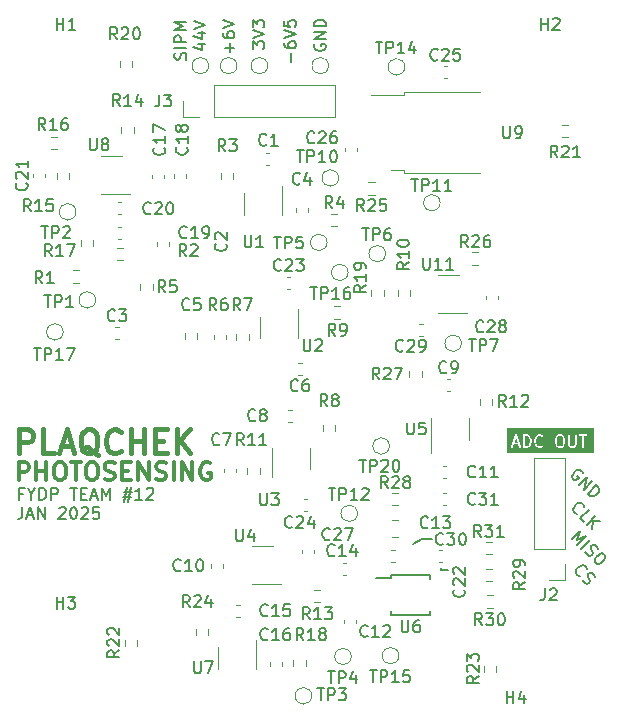
<source format=gbr>
%TF.GenerationSoftware,KiCad,Pcbnew,7.0.2-0*%
%TF.CreationDate,2025-01-08T13:19:12-05:00*%
%TF.ProjectId,plaqchek_sipm_sens,706c6171-6368-4656-9b5f-7369706d5f73,rev?*%
%TF.SameCoordinates,Original*%
%TF.FileFunction,Legend,Top*%
%TF.FilePolarity,Positive*%
%FSLAX46Y46*%
G04 Gerber Fmt 4.6, Leading zero omitted, Abs format (unit mm)*
G04 Created by KiCad (PCBNEW 7.0.2-0) date 2025-01-08 13:19:12*
%MOMM*%
%LPD*%
G01*
G04 APERTURE LIST*
%ADD10C,0.150000*%
%ADD11C,0.153000*%
%ADD12C,0.187500*%
%ADD13C,0.300000*%
%ADD14C,0.400000*%
%ADD15C,0.120000*%
G04 APERTURE END LIST*
D10*
X187800000Y-104000000D02*
X187800000Y-103800000D01*
X186200000Y-101400000D02*
X185400000Y-101800000D01*
X188400000Y-104000000D02*
X187800000Y-104000000D01*
X187000000Y-101400000D02*
X186200000Y-101400000D01*
D11*
X177075238Y-59488095D02*
X177027619Y-59583333D01*
X177027619Y-59583333D02*
X177027619Y-59726190D01*
X177027619Y-59726190D02*
X177075238Y-59869047D01*
X177075238Y-59869047D02*
X177170476Y-59964285D01*
X177170476Y-59964285D02*
X177265714Y-60011904D01*
X177265714Y-60011904D02*
X177456190Y-60059523D01*
X177456190Y-60059523D02*
X177599047Y-60059523D01*
X177599047Y-60059523D02*
X177789523Y-60011904D01*
X177789523Y-60011904D02*
X177884761Y-59964285D01*
X177884761Y-59964285D02*
X177980000Y-59869047D01*
X177980000Y-59869047D02*
X178027619Y-59726190D01*
X178027619Y-59726190D02*
X178027619Y-59630952D01*
X178027619Y-59630952D02*
X177980000Y-59488095D01*
X177980000Y-59488095D02*
X177932380Y-59440476D01*
X177932380Y-59440476D02*
X177599047Y-59440476D01*
X177599047Y-59440476D02*
X177599047Y-59630952D01*
X178027619Y-59011904D02*
X177027619Y-59011904D01*
X177027619Y-59011904D02*
X178027619Y-58440476D01*
X178027619Y-58440476D02*
X177027619Y-58440476D01*
X178027619Y-57964285D02*
X177027619Y-57964285D01*
X177027619Y-57964285D02*
X177027619Y-57726190D01*
X177027619Y-57726190D02*
X177075238Y-57583333D01*
X177075238Y-57583333D02*
X177170476Y-57488095D01*
X177170476Y-57488095D02*
X177265714Y-57440476D01*
X177265714Y-57440476D02*
X177456190Y-57392857D01*
X177456190Y-57392857D02*
X177599047Y-57392857D01*
X177599047Y-57392857D02*
X177789523Y-57440476D01*
X177789523Y-57440476D02*
X177884761Y-57488095D01*
X177884761Y-57488095D02*
X177980000Y-57583333D01*
X177980000Y-57583333D02*
X178027619Y-57726190D01*
X178027619Y-57726190D02*
X178027619Y-57964285D01*
X171827619Y-59857142D02*
X171827619Y-59238095D01*
X171827619Y-59238095D02*
X172208571Y-59571428D01*
X172208571Y-59571428D02*
X172208571Y-59428571D01*
X172208571Y-59428571D02*
X172256190Y-59333333D01*
X172256190Y-59333333D02*
X172303809Y-59285714D01*
X172303809Y-59285714D02*
X172399047Y-59238095D01*
X172399047Y-59238095D02*
X172637142Y-59238095D01*
X172637142Y-59238095D02*
X172732380Y-59285714D01*
X172732380Y-59285714D02*
X172780000Y-59333333D01*
X172780000Y-59333333D02*
X172827619Y-59428571D01*
X172827619Y-59428571D02*
X172827619Y-59714285D01*
X172827619Y-59714285D02*
X172780000Y-59809523D01*
X172780000Y-59809523D02*
X172732380Y-59857142D01*
X171827619Y-58952380D02*
X172827619Y-58619047D01*
X172827619Y-58619047D02*
X171827619Y-58285714D01*
X171827619Y-58047618D02*
X171827619Y-57428571D01*
X171827619Y-57428571D02*
X172208571Y-57761904D01*
X172208571Y-57761904D02*
X172208571Y-57619047D01*
X172208571Y-57619047D02*
X172256190Y-57523809D01*
X172256190Y-57523809D02*
X172303809Y-57476190D01*
X172303809Y-57476190D02*
X172399047Y-57428571D01*
X172399047Y-57428571D02*
X172637142Y-57428571D01*
X172637142Y-57428571D02*
X172732380Y-57476190D01*
X172732380Y-57476190D02*
X172780000Y-57523809D01*
X172780000Y-57523809D02*
X172827619Y-57619047D01*
X172827619Y-57619047D02*
X172827619Y-57904761D01*
X172827619Y-57904761D02*
X172780000Y-57999999D01*
X172780000Y-57999999D02*
X172732380Y-58047618D01*
D12*
X152381428Y-97523809D02*
X152048095Y-97523809D01*
X152048095Y-98047619D02*
X152048095Y-97047619D01*
X152048095Y-97047619D02*
X152524285Y-97047619D01*
X153095714Y-97571428D02*
X153095714Y-98047619D01*
X152762381Y-97047619D02*
X153095714Y-97571428D01*
X153095714Y-97571428D02*
X153429047Y-97047619D01*
X153762381Y-98047619D02*
X153762381Y-97047619D01*
X153762381Y-97047619D02*
X154000476Y-97047619D01*
X154000476Y-97047619D02*
X154143333Y-97095238D01*
X154143333Y-97095238D02*
X154238571Y-97190476D01*
X154238571Y-97190476D02*
X154286190Y-97285714D01*
X154286190Y-97285714D02*
X154333809Y-97476190D01*
X154333809Y-97476190D02*
X154333809Y-97619047D01*
X154333809Y-97619047D02*
X154286190Y-97809523D01*
X154286190Y-97809523D02*
X154238571Y-97904761D01*
X154238571Y-97904761D02*
X154143333Y-98000000D01*
X154143333Y-98000000D02*
X154000476Y-98047619D01*
X154000476Y-98047619D02*
X153762381Y-98047619D01*
X154762381Y-98047619D02*
X154762381Y-97047619D01*
X154762381Y-97047619D02*
X155143333Y-97047619D01*
X155143333Y-97047619D02*
X155238571Y-97095238D01*
X155238571Y-97095238D02*
X155286190Y-97142857D01*
X155286190Y-97142857D02*
X155333809Y-97238095D01*
X155333809Y-97238095D02*
X155333809Y-97380952D01*
X155333809Y-97380952D02*
X155286190Y-97476190D01*
X155286190Y-97476190D02*
X155238571Y-97523809D01*
X155238571Y-97523809D02*
X155143333Y-97571428D01*
X155143333Y-97571428D02*
X154762381Y-97571428D01*
X156381429Y-97047619D02*
X156952857Y-97047619D01*
X156667143Y-98047619D02*
X156667143Y-97047619D01*
X157286191Y-97523809D02*
X157619524Y-97523809D01*
X157762381Y-98047619D02*
X157286191Y-98047619D01*
X157286191Y-98047619D02*
X157286191Y-97047619D01*
X157286191Y-97047619D02*
X157762381Y-97047619D01*
X158143334Y-97761904D02*
X158619524Y-97761904D01*
X158048096Y-98047619D02*
X158381429Y-97047619D01*
X158381429Y-97047619D02*
X158714762Y-98047619D01*
X159048096Y-98047619D02*
X159048096Y-97047619D01*
X159048096Y-97047619D02*
X159381429Y-97761904D01*
X159381429Y-97761904D02*
X159714762Y-97047619D01*
X159714762Y-97047619D02*
X159714762Y-98047619D01*
X160905239Y-97380952D02*
X161619524Y-97380952D01*
X161190953Y-96952380D02*
X160905239Y-98238095D01*
X161524286Y-97809523D02*
X160810001Y-97809523D01*
X161238572Y-98238095D02*
X161524286Y-96952380D01*
X162476667Y-98047619D02*
X161905239Y-98047619D01*
X162190953Y-98047619D02*
X162190953Y-97047619D01*
X162190953Y-97047619D02*
X162095715Y-97190476D01*
X162095715Y-97190476D02*
X162000477Y-97285714D01*
X162000477Y-97285714D02*
X161905239Y-97333333D01*
X162857620Y-97142857D02*
X162905239Y-97095238D01*
X162905239Y-97095238D02*
X163000477Y-97047619D01*
X163000477Y-97047619D02*
X163238572Y-97047619D01*
X163238572Y-97047619D02*
X163333810Y-97095238D01*
X163333810Y-97095238D02*
X163381429Y-97142857D01*
X163381429Y-97142857D02*
X163429048Y-97238095D01*
X163429048Y-97238095D02*
X163429048Y-97333333D01*
X163429048Y-97333333D02*
X163381429Y-97476190D01*
X163381429Y-97476190D02*
X162810001Y-98047619D01*
X162810001Y-98047619D02*
X163429048Y-98047619D01*
X152333809Y-98667619D02*
X152333809Y-99381904D01*
X152333809Y-99381904D02*
X152286190Y-99524761D01*
X152286190Y-99524761D02*
X152190952Y-99620000D01*
X152190952Y-99620000D02*
X152048095Y-99667619D01*
X152048095Y-99667619D02*
X151952857Y-99667619D01*
X152762381Y-99381904D02*
X153238571Y-99381904D01*
X152667143Y-99667619D02*
X153000476Y-98667619D01*
X153000476Y-98667619D02*
X153333809Y-99667619D01*
X153667143Y-99667619D02*
X153667143Y-98667619D01*
X153667143Y-98667619D02*
X154238571Y-99667619D01*
X154238571Y-99667619D02*
X154238571Y-98667619D01*
X155429048Y-98762857D02*
X155476667Y-98715238D01*
X155476667Y-98715238D02*
X155571905Y-98667619D01*
X155571905Y-98667619D02*
X155810000Y-98667619D01*
X155810000Y-98667619D02*
X155905238Y-98715238D01*
X155905238Y-98715238D02*
X155952857Y-98762857D01*
X155952857Y-98762857D02*
X156000476Y-98858095D01*
X156000476Y-98858095D02*
X156000476Y-98953333D01*
X156000476Y-98953333D02*
X155952857Y-99096190D01*
X155952857Y-99096190D02*
X155381429Y-99667619D01*
X155381429Y-99667619D02*
X156000476Y-99667619D01*
X156619524Y-98667619D02*
X156714762Y-98667619D01*
X156714762Y-98667619D02*
X156810000Y-98715238D01*
X156810000Y-98715238D02*
X156857619Y-98762857D01*
X156857619Y-98762857D02*
X156905238Y-98858095D01*
X156905238Y-98858095D02*
X156952857Y-99048571D01*
X156952857Y-99048571D02*
X156952857Y-99286666D01*
X156952857Y-99286666D02*
X156905238Y-99477142D01*
X156905238Y-99477142D02*
X156857619Y-99572380D01*
X156857619Y-99572380D02*
X156810000Y-99620000D01*
X156810000Y-99620000D02*
X156714762Y-99667619D01*
X156714762Y-99667619D02*
X156619524Y-99667619D01*
X156619524Y-99667619D02*
X156524286Y-99620000D01*
X156524286Y-99620000D02*
X156476667Y-99572380D01*
X156476667Y-99572380D02*
X156429048Y-99477142D01*
X156429048Y-99477142D02*
X156381429Y-99286666D01*
X156381429Y-99286666D02*
X156381429Y-99048571D01*
X156381429Y-99048571D02*
X156429048Y-98858095D01*
X156429048Y-98858095D02*
X156476667Y-98762857D01*
X156476667Y-98762857D02*
X156524286Y-98715238D01*
X156524286Y-98715238D02*
X156619524Y-98667619D01*
X157333810Y-98762857D02*
X157381429Y-98715238D01*
X157381429Y-98715238D02*
X157476667Y-98667619D01*
X157476667Y-98667619D02*
X157714762Y-98667619D01*
X157714762Y-98667619D02*
X157810000Y-98715238D01*
X157810000Y-98715238D02*
X157857619Y-98762857D01*
X157857619Y-98762857D02*
X157905238Y-98858095D01*
X157905238Y-98858095D02*
X157905238Y-98953333D01*
X157905238Y-98953333D02*
X157857619Y-99096190D01*
X157857619Y-99096190D02*
X157286191Y-99667619D01*
X157286191Y-99667619D02*
X157905238Y-99667619D01*
X158810000Y-98667619D02*
X158333810Y-98667619D01*
X158333810Y-98667619D02*
X158286191Y-99143809D01*
X158286191Y-99143809D02*
X158333810Y-99096190D01*
X158333810Y-99096190D02*
X158429048Y-99048571D01*
X158429048Y-99048571D02*
X158667143Y-99048571D01*
X158667143Y-99048571D02*
X158762381Y-99096190D01*
X158762381Y-99096190D02*
X158810000Y-99143809D01*
X158810000Y-99143809D02*
X158857619Y-99239047D01*
X158857619Y-99239047D02*
X158857619Y-99477142D01*
X158857619Y-99477142D02*
X158810000Y-99572380D01*
X158810000Y-99572380D02*
X158762381Y-99620000D01*
X158762381Y-99620000D02*
X158667143Y-99667619D01*
X158667143Y-99667619D02*
X158429048Y-99667619D01*
X158429048Y-99667619D02*
X158333810Y-99620000D01*
X158333810Y-99620000D02*
X158286191Y-99572380D01*
D11*
X166160000Y-60780951D02*
X166207619Y-60638094D01*
X166207619Y-60638094D02*
X166207619Y-60399999D01*
X166207619Y-60399999D02*
X166160000Y-60304761D01*
X166160000Y-60304761D02*
X166112380Y-60257142D01*
X166112380Y-60257142D02*
X166017142Y-60209523D01*
X166017142Y-60209523D02*
X165921904Y-60209523D01*
X165921904Y-60209523D02*
X165826666Y-60257142D01*
X165826666Y-60257142D02*
X165779047Y-60304761D01*
X165779047Y-60304761D02*
X165731428Y-60399999D01*
X165731428Y-60399999D02*
X165683809Y-60590475D01*
X165683809Y-60590475D02*
X165636190Y-60685713D01*
X165636190Y-60685713D02*
X165588571Y-60733332D01*
X165588571Y-60733332D02*
X165493333Y-60780951D01*
X165493333Y-60780951D02*
X165398095Y-60780951D01*
X165398095Y-60780951D02*
X165302857Y-60733332D01*
X165302857Y-60733332D02*
X165255238Y-60685713D01*
X165255238Y-60685713D02*
X165207619Y-60590475D01*
X165207619Y-60590475D02*
X165207619Y-60352380D01*
X165207619Y-60352380D02*
X165255238Y-60209523D01*
X166207619Y-59780951D02*
X165207619Y-59780951D01*
X166207619Y-59304761D02*
X165207619Y-59304761D01*
X165207619Y-59304761D02*
X165207619Y-58923809D01*
X165207619Y-58923809D02*
X165255238Y-58828571D01*
X165255238Y-58828571D02*
X165302857Y-58780952D01*
X165302857Y-58780952D02*
X165398095Y-58733333D01*
X165398095Y-58733333D02*
X165540952Y-58733333D01*
X165540952Y-58733333D02*
X165636190Y-58780952D01*
X165636190Y-58780952D02*
X165683809Y-58828571D01*
X165683809Y-58828571D02*
X165731428Y-58923809D01*
X165731428Y-58923809D02*
X165731428Y-59304761D01*
X166207619Y-58304761D02*
X165207619Y-58304761D01*
X165207619Y-58304761D02*
X165921904Y-57971428D01*
X165921904Y-57971428D02*
X165207619Y-57638095D01*
X165207619Y-57638095D02*
X166207619Y-57638095D01*
X167160952Y-59495238D02*
X167827619Y-59495238D01*
X166780000Y-59733333D02*
X167494285Y-59971428D01*
X167494285Y-59971428D02*
X167494285Y-59352381D01*
X167160952Y-58542857D02*
X167827619Y-58542857D01*
X166780000Y-58780952D02*
X167494285Y-59019047D01*
X167494285Y-59019047D02*
X167494285Y-58400000D01*
X166827619Y-58161904D02*
X167827619Y-57828571D01*
X167827619Y-57828571D02*
X166827619Y-57495238D01*
X199326299Y-99218539D02*
X199258956Y-99218539D01*
X199258956Y-99218539D02*
X199124269Y-99151196D01*
X199124269Y-99151196D02*
X199056925Y-99083852D01*
X199056925Y-99083852D02*
X198989582Y-98949165D01*
X198989582Y-98949165D02*
X198989582Y-98814478D01*
X198989582Y-98814478D02*
X199023253Y-98713463D01*
X199023253Y-98713463D02*
X199124269Y-98545104D01*
X199124269Y-98545104D02*
X199225284Y-98444089D01*
X199225284Y-98444089D02*
X199393643Y-98343074D01*
X199393643Y-98343074D02*
X199494658Y-98309402D01*
X199494658Y-98309402D02*
X199629345Y-98309402D01*
X199629345Y-98309402D02*
X199764032Y-98376746D01*
X199764032Y-98376746D02*
X199831375Y-98444089D01*
X199831375Y-98444089D02*
X199898719Y-98578776D01*
X199898719Y-98578776D02*
X199898719Y-98646120D01*
X199898719Y-99925646D02*
X199562001Y-99588929D01*
X199562001Y-99588929D02*
X200269108Y-98881822D01*
X200134421Y-100161349D02*
X200841528Y-99454242D01*
X200538482Y-100565410D02*
X200639498Y-99858303D01*
X201245589Y-99858303D02*
X200437467Y-99858303D01*
X199798719Y-95778776D02*
X199765047Y-95677761D01*
X199765047Y-95677761D02*
X199664032Y-95576746D01*
X199664032Y-95576746D02*
X199529345Y-95509402D01*
X199529345Y-95509402D02*
X199394658Y-95509402D01*
X199394658Y-95509402D02*
X199293643Y-95543074D01*
X199293643Y-95543074D02*
X199125284Y-95644089D01*
X199125284Y-95644089D02*
X199024269Y-95745104D01*
X199024269Y-95745104D02*
X198923253Y-95913463D01*
X198923253Y-95913463D02*
X198889582Y-96014478D01*
X198889582Y-96014478D02*
X198889582Y-96149165D01*
X198889582Y-96149165D02*
X198956925Y-96283852D01*
X198956925Y-96283852D02*
X199024269Y-96351196D01*
X199024269Y-96351196D02*
X199158956Y-96418539D01*
X199158956Y-96418539D02*
X199226299Y-96418539D01*
X199226299Y-96418539D02*
X199462001Y-96182837D01*
X199462001Y-96182837D02*
X199327314Y-96048150D01*
X199462001Y-96788929D02*
X200169108Y-96081822D01*
X200169108Y-96081822D02*
X199866062Y-97192990D01*
X199866062Y-97192990D02*
X200573169Y-96485883D01*
X200202780Y-97529707D02*
X200909887Y-96822600D01*
X200909887Y-96822600D02*
X201078245Y-96990959D01*
X201078245Y-96990959D02*
X201145589Y-97125646D01*
X201145589Y-97125646D02*
X201145589Y-97260333D01*
X201145589Y-97260333D02*
X201111917Y-97361348D01*
X201111917Y-97361348D02*
X201010902Y-97529707D01*
X201010902Y-97529707D02*
X200909887Y-97630722D01*
X200909887Y-97630722D02*
X200741528Y-97731738D01*
X200741528Y-97731738D02*
X200640513Y-97765409D01*
X200640513Y-97765409D02*
X200505826Y-97765409D01*
X200505826Y-97765409D02*
X200371139Y-97698066D01*
X200371139Y-97698066D02*
X200202780Y-97529707D01*
X175096666Y-61011904D02*
X175096666Y-60250000D01*
X174477619Y-59345238D02*
X174477619Y-59535714D01*
X174477619Y-59535714D02*
X174525238Y-59630952D01*
X174525238Y-59630952D02*
X174572857Y-59678571D01*
X174572857Y-59678571D02*
X174715714Y-59773809D01*
X174715714Y-59773809D02*
X174906190Y-59821428D01*
X174906190Y-59821428D02*
X175287142Y-59821428D01*
X175287142Y-59821428D02*
X175382380Y-59773809D01*
X175382380Y-59773809D02*
X175430000Y-59726190D01*
X175430000Y-59726190D02*
X175477619Y-59630952D01*
X175477619Y-59630952D02*
X175477619Y-59440476D01*
X175477619Y-59440476D02*
X175430000Y-59345238D01*
X175430000Y-59345238D02*
X175382380Y-59297619D01*
X175382380Y-59297619D02*
X175287142Y-59250000D01*
X175287142Y-59250000D02*
X175049047Y-59250000D01*
X175049047Y-59250000D02*
X174953809Y-59297619D01*
X174953809Y-59297619D02*
X174906190Y-59345238D01*
X174906190Y-59345238D02*
X174858571Y-59440476D01*
X174858571Y-59440476D02*
X174858571Y-59630952D01*
X174858571Y-59630952D02*
X174906190Y-59726190D01*
X174906190Y-59726190D02*
X174953809Y-59773809D01*
X174953809Y-59773809D02*
X175049047Y-59821428D01*
X174477619Y-58964285D02*
X175477619Y-58630952D01*
X175477619Y-58630952D02*
X174477619Y-58297619D01*
X174477619Y-57488095D02*
X174477619Y-57964285D01*
X174477619Y-57964285D02*
X174953809Y-58011904D01*
X174953809Y-58011904D02*
X174906190Y-57964285D01*
X174906190Y-57964285D02*
X174858571Y-57869047D01*
X174858571Y-57869047D02*
X174858571Y-57630952D01*
X174858571Y-57630952D02*
X174906190Y-57535714D01*
X174906190Y-57535714D02*
X174953809Y-57488095D01*
X174953809Y-57488095D02*
X175049047Y-57440476D01*
X175049047Y-57440476D02*
X175287142Y-57440476D01*
X175287142Y-57440476D02*
X175382380Y-57488095D01*
X175382380Y-57488095D02*
X175430000Y-57535714D01*
X175430000Y-57535714D02*
X175477619Y-57630952D01*
X175477619Y-57630952D02*
X175477619Y-57869047D01*
X175477619Y-57869047D02*
X175430000Y-57964285D01*
X175430000Y-57964285D02*
X175382380Y-58011904D01*
G36*
X194260528Y-93215404D02*
G01*
X193996615Y-93215404D01*
X194128571Y-92819534D01*
X194260528Y-93215404D01*
G37*
G36*
X195134867Y-92692102D02*
G01*
X195208557Y-92765792D01*
X195246867Y-92842412D01*
X195290166Y-93015607D01*
X195290166Y-93139629D01*
X195246867Y-93312823D01*
X195208556Y-93389444D01*
X195134866Y-93463135D01*
X195020918Y-93501119D01*
X194871738Y-93501119D01*
X194871738Y-92654119D01*
X195020918Y-92654119D01*
X195134867Y-92692102D01*
G37*
G36*
X197988018Y-92688109D02*
G01*
X198059494Y-92759586D01*
X198099690Y-92920369D01*
X198099690Y-93234866D01*
X198059494Y-93395650D01*
X197988017Y-93467128D01*
X197920036Y-93501119D01*
X197765678Y-93501119D01*
X197697696Y-93467128D01*
X197626219Y-93395650D01*
X197586024Y-93234866D01*
X197586024Y-92920370D01*
X197626220Y-92759585D01*
X197697697Y-92688109D01*
X197765677Y-92654119D01*
X197920036Y-92654119D01*
X197988018Y-92688109D01*
G37*
G36*
X200731048Y-94072357D02*
G01*
X193327643Y-94072357D01*
X193327643Y-93597302D01*
X193717976Y-93597302D01*
X193740882Y-93635948D01*
X193781047Y-93656075D01*
X193825716Y-93651294D01*
X193860709Y-93623121D01*
X193945615Y-93368404D01*
X194311528Y-93368404D01*
X194392808Y-93612245D01*
X194411904Y-93639722D01*
X194453417Y-93656896D01*
X194497625Y-93648899D01*
X194530491Y-93618272D01*
X194537957Y-93588966D01*
X194716320Y-93588966D01*
X194723378Y-93604421D01*
X194728165Y-93620724D01*
X194732563Y-93624535D01*
X194734982Y-93629831D01*
X194749276Y-93639017D01*
X194762117Y-93650144D01*
X194767878Y-93650972D01*
X194772775Y-93654119D01*
X194789766Y-93654119D01*
X194806585Y-93656537D01*
X194811880Y-93654119D01*
X195023740Y-93654119D01*
X195036214Y-93657297D01*
X195056211Y-93650630D01*
X195076438Y-93644692D01*
X195077416Y-93643562D01*
X195196473Y-93603876D01*
X195214400Y-93599977D01*
X195225454Y-93588922D01*
X195238293Y-93580000D01*
X195241056Y-93573320D01*
X195318738Y-93495637D01*
X195329806Y-93489064D01*
X195339230Y-93470215D01*
X195349336Y-93451708D01*
X195349229Y-93450217D01*
X195381376Y-93385922D01*
X195387815Y-93379869D01*
X195391226Y-93366222D01*
X195392390Y-93363896D01*
X195393884Y-93355591D01*
X195437828Y-93179814D01*
X195443166Y-93171510D01*
X195443166Y-93158465D01*
X195443550Y-93156930D01*
X195443166Y-93147483D01*
X195443166Y-93145809D01*
X195667955Y-93145809D01*
X195671119Y-93158464D01*
X195671119Y-93160047D01*
X195673780Y-93169112D01*
X195717717Y-93344857D01*
X195716769Y-93353643D01*
X195723058Y-93366221D01*
X195723690Y-93368748D01*
X195727963Y-93376032D01*
X195770142Y-93460389D01*
X195772879Y-93472971D01*
X195787798Y-93487891D01*
X195802142Y-93503311D01*
X195803588Y-93503680D01*
X195881087Y-93581180D01*
X195892593Y-93595471D01*
X195907423Y-93600414D01*
X195921147Y-93607908D01*
X195928356Y-93607392D01*
X196047661Y-93647160D01*
X196058489Y-93654119D01*
X196079559Y-93654119D01*
X196100634Y-93654881D01*
X196101920Y-93654119D01*
X196166597Y-93654119D01*
X196179071Y-93657297D01*
X196199068Y-93650630D01*
X196219295Y-93644692D01*
X196220273Y-93643562D01*
X196339328Y-93603877D01*
X196357258Y-93599977D01*
X196368313Y-93588920D01*
X196381150Y-93580000D01*
X196383913Y-93573321D01*
X196428538Y-93528695D01*
X196444574Y-93499327D01*
X196441369Y-93454516D01*
X196414445Y-93418553D01*
X196372353Y-93402853D01*
X196328455Y-93412403D01*
X196277723Y-93463135D01*
X196163775Y-93501119D01*
X196093366Y-93501119D01*
X195979418Y-93463136D01*
X195905728Y-93389444D01*
X195867417Y-93312823D01*
X195849473Y-93241047D01*
X197429860Y-93241047D01*
X197433024Y-93253702D01*
X197433024Y-93255285D01*
X197435685Y-93264350D01*
X197482635Y-93452146D01*
X197487165Y-93472971D01*
X197496120Y-93481926D01*
X197502527Y-93492846D01*
X197511675Y-93497482D01*
X197591505Y-93577312D01*
X197598078Y-93588378D01*
X197616915Y-93597796D01*
X197635433Y-93607908D01*
X197636924Y-93607801D01*
X197709720Y-93644199D01*
X197725156Y-93654119D01*
X197740790Y-93654119D01*
X197756177Y-93656888D01*
X197762853Y-93654119D01*
X197933977Y-93654119D01*
X197952215Y-93656088D01*
X197966195Y-93649097D01*
X197981200Y-93644692D01*
X197985934Y-93639228D01*
X198058963Y-93602713D01*
X198071543Y-93599977D01*
X198086445Y-93585074D01*
X198101883Y-93570715D01*
X198102253Y-93569266D01*
X198181821Y-93489697D01*
X198197339Y-93475107D01*
X198200410Y-93462822D01*
X198206479Y-93451708D01*
X198205747Y-93441474D01*
X198215800Y-93401262D01*
X198526293Y-93401262D01*
X198533283Y-93415242D01*
X198537689Y-93430247D01*
X198543152Y-93434981D01*
X198579666Y-93508009D01*
X198582403Y-93520589D01*
X198597310Y-93535496D01*
X198611666Y-93550930D01*
X198613113Y-93551300D01*
X198639122Y-93577309D01*
X198645697Y-93588378D01*
X198664551Y-93597805D01*
X198683051Y-93607907D01*
X198684541Y-93607800D01*
X198757339Y-93644199D01*
X198772775Y-93654119D01*
X198788409Y-93654119D01*
X198803796Y-93656888D01*
X198810472Y-93654119D01*
X198981596Y-93654119D01*
X198999834Y-93656088D01*
X199013814Y-93649097D01*
X199028819Y-93644692D01*
X199033553Y-93639228D01*
X199106582Y-93602713D01*
X199119163Y-93599977D01*
X199134074Y-93585065D01*
X199149502Y-93570715D01*
X199149872Y-93569266D01*
X199175881Y-93543256D01*
X199186949Y-93536683D01*
X199196373Y-93517834D01*
X199206479Y-93499327D01*
X199206372Y-93497836D01*
X199242770Y-93425040D01*
X199252690Y-93409605D01*
X199252690Y-93393971D01*
X199255459Y-93378584D01*
X199252690Y-93371907D01*
X199252690Y-92588966D01*
X199430606Y-92588966D01*
X199449268Y-92629831D01*
X199487061Y-92654119D01*
X199718738Y-92654119D01*
X199718738Y-93588619D01*
X199728165Y-93620724D01*
X199762117Y-93650144D01*
X199806585Y-93656537D01*
X199847450Y-93637875D01*
X199871738Y-93600082D01*
X199871738Y-92654119D01*
X200091952Y-92654119D01*
X200124057Y-92644692D01*
X200153477Y-92610740D01*
X200159870Y-92566272D01*
X200141208Y-92525407D01*
X200103415Y-92501119D01*
X199800710Y-92501119D01*
X199783891Y-92498701D01*
X199778596Y-92501119D01*
X199498524Y-92501119D01*
X199466419Y-92510546D01*
X199436999Y-92544498D01*
X199430606Y-92588966D01*
X199252690Y-92588966D01*
X199252690Y-92566619D01*
X199243263Y-92534514D01*
X199209311Y-92505094D01*
X199164843Y-92498701D01*
X199123978Y-92517363D01*
X199099690Y-92555156D01*
X199099690Y-93369082D01*
X199065699Y-93437064D01*
X199035636Y-93467128D01*
X198967655Y-93501119D01*
X198813297Y-93501119D01*
X198745315Y-93467128D01*
X198715253Y-93437065D01*
X198681262Y-93369083D01*
X198681262Y-92566619D01*
X198671835Y-92534514D01*
X198637883Y-92505094D01*
X198593415Y-92498701D01*
X198552550Y-92517363D01*
X198528262Y-92555156D01*
X198528262Y-93383023D01*
X198526293Y-93401262D01*
X198215800Y-93401262D01*
X198247352Y-93275052D01*
X198252690Y-93266748D01*
X198252690Y-93253703D01*
X198253074Y-93252168D01*
X198252689Y-93242721D01*
X198252690Y-92923542D01*
X198255854Y-92914190D01*
X198252690Y-92901533D01*
X198252690Y-92899952D01*
X198250028Y-92890887D01*
X198203073Y-92703067D01*
X198198548Y-92682266D01*
X198189596Y-92673314D01*
X198183187Y-92662390D01*
X198174033Y-92657751D01*
X198094209Y-92577927D01*
X198087636Y-92566860D01*
X198068791Y-92557437D01*
X198050281Y-92547330D01*
X198048789Y-92547436D01*
X197975993Y-92511038D01*
X197960558Y-92501119D01*
X197944924Y-92501119D01*
X197929537Y-92498350D01*
X197922861Y-92501119D01*
X197751736Y-92501119D01*
X197733498Y-92499150D01*
X197719516Y-92506140D01*
X197704514Y-92510546D01*
X197699780Y-92516008D01*
X197626748Y-92552524D01*
X197614171Y-92555261D01*
X197599275Y-92570156D01*
X197583831Y-92584523D01*
X197583460Y-92585971D01*
X197503894Y-92665537D01*
X197488375Y-92680130D01*
X197485304Y-92692413D01*
X197479235Y-92703528D01*
X197479966Y-92713762D01*
X197438361Y-92880183D01*
X197433024Y-92888489D01*
X197433024Y-92901533D01*
X197432640Y-92903070D01*
X197433024Y-92912516D01*
X197433024Y-93231694D01*
X197429860Y-93241047D01*
X195849473Y-93241047D01*
X195824119Y-93139629D01*
X195824119Y-93015608D01*
X195867417Y-92842413D01*
X195905729Y-92765791D01*
X195979418Y-92692101D01*
X196093366Y-92654119D01*
X196163775Y-92654119D01*
X196277723Y-92692101D01*
X196320350Y-92734729D01*
X196349718Y-92750764D01*
X196394529Y-92747560D01*
X196430493Y-92720637D01*
X196446193Y-92678545D01*
X196436643Y-92634647D01*
X196376052Y-92574056D01*
X196364548Y-92559767D01*
X196349718Y-92554823D01*
X196335995Y-92547330D01*
X196328784Y-92547845D01*
X196209480Y-92508077D01*
X196198653Y-92501119D01*
X196177583Y-92501119D01*
X196156507Y-92500357D01*
X196155221Y-92501119D01*
X196090544Y-92501119D01*
X196078070Y-92497941D01*
X196058064Y-92504609D01*
X196037847Y-92510546D01*
X196036868Y-92511674D01*
X195917809Y-92551361D01*
X195899885Y-92555261D01*
X195888831Y-92566314D01*
X195875992Y-92575238D01*
X195873228Y-92581917D01*
X195795546Y-92659599D01*
X195784479Y-92666173D01*
X195775056Y-92685017D01*
X195764949Y-92703528D01*
X195765055Y-92705019D01*
X195732908Y-92769314D01*
X195726470Y-92775368D01*
X195723058Y-92789013D01*
X195721895Y-92791341D01*
X195720400Y-92799646D01*
X195676456Y-92975421D01*
X195671119Y-92983727D01*
X195671119Y-92996771D01*
X195670735Y-92998308D01*
X195671119Y-93007754D01*
X195671119Y-93136456D01*
X195667955Y-93145809D01*
X195443166Y-93145809D01*
X195443166Y-93018780D01*
X195446330Y-93009428D01*
X195443166Y-92996772D01*
X195443166Y-92995190D01*
X195440504Y-92986125D01*
X195396567Y-92810378D01*
X195397516Y-92801593D01*
X195391226Y-92789014D01*
X195390595Y-92786488D01*
X195386321Y-92779203D01*
X195344141Y-92694843D01*
X195341405Y-92682266D01*
X195326509Y-92667370D01*
X195312143Y-92651926D01*
X195310694Y-92651555D01*
X195233195Y-92574056D01*
X195221691Y-92559767D01*
X195206861Y-92554823D01*
X195193138Y-92547330D01*
X195185927Y-92547845D01*
X195066623Y-92508077D01*
X195055796Y-92501119D01*
X195034726Y-92501119D01*
X195013650Y-92500357D01*
X195012364Y-92501119D01*
X194800710Y-92501119D01*
X194783891Y-92498701D01*
X194768435Y-92505759D01*
X194752133Y-92510546D01*
X194748321Y-92514944D01*
X194743026Y-92517363D01*
X194733839Y-92531657D01*
X194722713Y-92544498D01*
X194721884Y-92550259D01*
X194718738Y-92555156D01*
X194718737Y-92572147D01*
X194716320Y-92588966D01*
X194718738Y-92594260D01*
X194718737Y-93572147D01*
X194716320Y-93588966D01*
X194537957Y-93588966D01*
X194541582Y-93574737D01*
X194444962Y-93284878D01*
X194445584Y-93280557D01*
X194437949Y-93263839D01*
X194205521Y-92566555D01*
X194205833Y-92557937D01*
X194198556Y-92545659D01*
X194197667Y-92542992D01*
X194192966Y-92536229D01*
X194182927Y-92519290D01*
X194180267Y-92517957D01*
X194178571Y-92515516D01*
X194160366Y-92507984D01*
X194142762Y-92499163D01*
X194139807Y-92499479D01*
X194137058Y-92498342D01*
X194117669Y-92501849D01*
X194098093Y-92503945D01*
X194095777Y-92505809D01*
X194092850Y-92506339D01*
X194078436Y-92519770D01*
X194063100Y-92532118D01*
X194062159Y-92534938D01*
X194059984Y-92536966D01*
X194055120Y-92556057D01*
X193822708Y-93253292D01*
X193817951Y-93258783D01*
X193815730Y-93274225D01*
X193719185Y-93563863D01*
X193717976Y-93597302D01*
X193327643Y-93597302D01*
X193327643Y-91945143D01*
X200731048Y-91945143D01*
X200731048Y-94072357D01*
G37*
D13*
X152007142Y-96386428D02*
X152007142Y-94886428D01*
X152007142Y-94886428D02*
X152578571Y-94886428D01*
X152578571Y-94886428D02*
X152721428Y-94957857D01*
X152721428Y-94957857D02*
X152792857Y-95029285D01*
X152792857Y-95029285D02*
X152864285Y-95172142D01*
X152864285Y-95172142D02*
X152864285Y-95386428D01*
X152864285Y-95386428D02*
X152792857Y-95529285D01*
X152792857Y-95529285D02*
X152721428Y-95600714D01*
X152721428Y-95600714D02*
X152578571Y-95672142D01*
X152578571Y-95672142D02*
X152007142Y-95672142D01*
X153507142Y-96386428D02*
X153507142Y-94886428D01*
X153507142Y-95600714D02*
X154364285Y-95600714D01*
X154364285Y-96386428D02*
X154364285Y-94886428D01*
X155364286Y-94886428D02*
X155650000Y-94886428D01*
X155650000Y-94886428D02*
X155792857Y-94957857D01*
X155792857Y-94957857D02*
X155935714Y-95100714D01*
X155935714Y-95100714D02*
X156007143Y-95386428D01*
X156007143Y-95386428D02*
X156007143Y-95886428D01*
X156007143Y-95886428D02*
X155935714Y-96172142D01*
X155935714Y-96172142D02*
X155792857Y-96315000D01*
X155792857Y-96315000D02*
X155650000Y-96386428D01*
X155650000Y-96386428D02*
X155364286Y-96386428D01*
X155364286Y-96386428D02*
X155221429Y-96315000D01*
X155221429Y-96315000D02*
X155078571Y-96172142D01*
X155078571Y-96172142D02*
X155007143Y-95886428D01*
X155007143Y-95886428D02*
X155007143Y-95386428D01*
X155007143Y-95386428D02*
X155078571Y-95100714D01*
X155078571Y-95100714D02*
X155221429Y-94957857D01*
X155221429Y-94957857D02*
X155364286Y-94886428D01*
X156435715Y-94886428D02*
X157292858Y-94886428D01*
X156864286Y-96386428D02*
X156864286Y-94886428D01*
X158078572Y-94886428D02*
X158364286Y-94886428D01*
X158364286Y-94886428D02*
X158507143Y-94957857D01*
X158507143Y-94957857D02*
X158650000Y-95100714D01*
X158650000Y-95100714D02*
X158721429Y-95386428D01*
X158721429Y-95386428D02*
X158721429Y-95886428D01*
X158721429Y-95886428D02*
X158650000Y-96172142D01*
X158650000Y-96172142D02*
X158507143Y-96315000D01*
X158507143Y-96315000D02*
X158364286Y-96386428D01*
X158364286Y-96386428D02*
X158078572Y-96386428D01*
X158078572Y-96386428D02*
X157935715Y-96315000D01*
X157935715Y-96315000D02*
X157792857Y-96172142D01*
X157792857Y-96172142D02*
X157721429Y-95886428D01*
X157721429Y-95886428D02*
X157721429Y-95386428D01*
X157721429Y-95386428D02*
X157792857Y-95100714D01*
X157792857Y-95100714D02*
X157935715Y-94957857D01*
X157935715Y-94957857D02*
X158078572Y-94886428D01*
X159292858Y-96315000D02*
X159507144Y-96386428D01*
X159507144Y-96386428D02*
X159864286Y-96386428D01*
X159864286Y-96386428D02*
X160007144Y-96315000D01*
X160007144Y-96315000D02*
X160078572Y-96243571D01*
X160078572Y-96243571D02*
X160150001Y-96100714D01*
X160150001Y-96100714D02*
X160150001Y-95957857D01*
X160150001Y-95957857D02*
X160078572Y-95815000D01*
X160078572Y-95815000D02*
X160007144Y-95743571D01*
X160007144Y-95743571D02*
X159864286Y-95672142D01*
X159864286Y-95672142D02*
X159578572Y-95600714D01*
X159578572Y-95600714D02*
X159435715Y-95529285D01*
X159435715Y-95529285D02*
X159364286Y-95457857D01*
X159364286Y-95457857D02*
X159292858Y-95315000D01*
X159292858Y-95315000D02*
X159292858Y-95172142D01*
X159292858Y-95172142D02*
X159364286Y-95029285D01*
X159364286Y-95029285D02*
X159435715Y-94957857D01*
X159435715Y-94957857D02*
X159578572Y-94886428D01*
X159578572Y-94886428D02*
X159935715Y-94886428D01*
X159935715Y-94886428D02*
X160150001Y-94957857D01*
X160792857Y-95600714D02*
X161292857Y-95600714D01*
X161507143Y-96386428D02*
X160792857Y-96386428D01*
X160792857Y-96386428D02*
X160792857Y-94886428D01*
X160792857Y-94886428D02*
X161507143Y-94886428D01*
X162150000Y-96386428D02*
X162150000Y-94886428D01*
X162150000Y-94886428D02*
X163007143Y-96386428D01*
X163007143Y-96386428D02*
X163007143Y-94886428D01*
X163650001Y-96315000D02*
X163864287Y-96386428D01*
X163864287Y-96386428D02*
X164221429Y-96386428D01*
X164221429Y-96386428D02*
X164364287Y-96315000D01*
X164364287Y-96315000D02*
X164435715Y-96243571D01*
X164435715Y-96243571D02*
X164507144Y-96100714D01*
X164507144Y-96100714D02*
X164507144Y-95957857D01*
X164507144Y-95957857D02*
X164435715Y-95815000D01*
X164435715Y-95815000D02*
X164364287Y-95743571D01*
X164364287Y-95743571D02*
X164221429Y-95672142D01*
X164221429Y-95672142D02*
X163935715Y-95600714D01*
X163935715Y-95600714D02*
X163792858Y-95529285D01*
X163792858Y-95529285D02*
X163721429Y-95457857D01*
X163721429Y-95457857D02*
X163650001Y-95315000D01*
X163650001Y-95315000D02*
X163650001Y-95172142D01*
X163650001Y-95172142D02*
X163721429Y-95029285D01*
X163721429Y-95029285D02*
X163792858Y-94957857D01*
X163792858Y-94957857D02*
X163935715Y-94886428D01*
X163935715Y-94886428D02*
X164292858Y-94886428D01*
X164292858Y-94886428D02*
X164507144Y-94957857D01*
X165150000Y-96386428D02*
X165150000Y-94886428D01*
X165864286Y-96386428D02*
X165864286Y-94886428D01*
X165864286Y-94886428D02*
X166721429Y-96386428D01*
X166721429Y-96386428D02*
X166721429Y-94886428D01*
X168221430Y-94957857D02*
X168078573Y-94886428D01*
X168078573Y-94886428D02*
X167864287Y-94886428D01*
X167864287Y-94886428D02*
X167650001Y-94957857D01*
X167650001Y-94957857D02*
X167507144Y-95100714D01*
X167507144Y-95100714D02*
X167435715Y-95243571D01*
X167435715Y-95243571D02*
X167364287Y-95529285D01*
X167364287Y-95529285D02*
X167364287Y-95743571D01*
X167364287Y-95743571D02*
X167435715Y-96029285D01*
X167435715Y-96029285D02*
X167507144Y-96172142D01*
X167507144Y-96172142D02*
X167650001Y-96315000D01*
X167650001Y-96315000D02*
X167864287Y-96386428D01*
X167864287Y-96386428D02*
X168007144Y-96386428D01*
X168007144Y-96386428D02*
X168221430Y-96315000D01*
X168221430Y-96315000D02*
X168292858Y-96243571D01*
X168292858Y-96243571D02*
X168292858Y-95743571D01*
X168292858Y-95743571D02*
X168007144Y-95743571D01*
D11*
X199526299Y-104518539D02*
X199458956Y-104518539D01*
X199458956Y-104518539D02*
X199324269Y-104451196D01*
X199324269Y-104451196D02*
X199256925Y-104383852D01*
X199256925Y-104383852D02*
X199189582Y-104249165D01*
X199189582Y-104249165D02*
X199189582Y-104114478D01*
X199189582Y-104114478D02*
X199223253Y-104013463D01*
X199223253Y-104013463D02*
X199324269Y-103845104D01*
X199324269Y-103845104D02*
X199425284Y-103744089D01*
X199425284Y-103744089D02*
X199593643Y-103643074D01*
X199593643Y-103643074D02*
X199694658Y-103609402D01*
X199694658Y-103609402D02*
X199829345Y-103609402D01*
X199829345Y-103609402D02*
X199964032Y-103676746D01*
X199964032Y-103676746D02*
X200031375Y-103744089D01*
X200031375Y-103744089D02*
X200098719Y-103878776D01*
X200098719Y-103878776D02*
X200098719Y-103946120D01*
X199762001Y-104821585D02*
X199829345Y-104956272D01*
X199829345Y-104956272D02*
X199997704Y-105124631D01*
X199997704Y-105124631D02*
X200098719Y-105158303D01*
X200098719Y-105158303D02*
X200166062Y-105158303D01*
X200166062Y-105158303D02*
X200267078Y-105124631D01*
X200267078Y-105124631D02*
X200334421Y-105057287D01*
X200334421Y-105057287D02*
X200368093Y-104956272D01*
X200368093Y-104956272D02*
X200368093Y-104888929D01*
X200368093Y-104888929D02*
X200334421Y-104787913D01*
X200334421Y-104787913D02*
X200233406Y-104619555D01*
X200233406Y-104619555D02*
X200199734Y-104518539D01*
X200199734Y-104518539D02*
X200199734Y-104451196D01*
X200199734Y-104451196D02*
X200233406Y-104350181D01*
X200233406Y-104350181D02*
X200300749Y-104282837D01*
X200300749Y-104282837D02*
X200401765Y-104249165D01*
X200401765Y-104249165D02*
X200469108Y-104249165D01*
X200469108Y-104249165D02*
X200570123Y-104282837D01*
X200570123Y-104282837D02*
X200738482Y-104451196D01*
X200738482Y-104451196D02*
X200805826Y-104585883D01*
D14*
X152066190Y-94095238D02*
X152066190Y-92095238D01*
X152066190Y-92095238D02*
X152828095Y-92095238D01*
X152828095Y-92095238D02*
X153018571Y-92190476D01*
X153018571Y-92190476D02*
X153113809Y-92285714D01*
X153113809Y-92285714D02*
X153209047Y-92476190D01*
X153209047Y-92476190D02*
X153209047Y-92761904D01*
X153209047Y-92761904D02*
X153113809Y-92952380D01*
X153113809Y-92952380D02*
X153018571Y-93047619D01*
X153018571Y-93047619D02*
X152828095Y-93142857D01*
X152828095Y-93142857D02*
X152066190Y-93142857D01*
X155018571Y-94095238D02*
X154066190Y-94095238D01*
X154066190Y-94095238D02*
X154066190Y-92095238D01*
X155590000Y-93523809D02*
X156542381Y-93523809D01*
X155399524Y-94095238D02*
X156066190Y-92095238D01*
X156066190Y-92095238D02*
X156732857Y-94095238D01*
X158732857Y-94285714D02*
X158542381Y-94190476D01*
X158542381Y-94190476D02*
X158351905Y-94000000D01*
X158351905Y-94000000D02*
X158066191Y-93714285D01*
X158066191Y-93714285D02*
X157875714Y-93619047D01*
X157875714Y-93619047D02*
X157685238Y-93619047D01*
X157780476Y-94095238D02*
X157590000Y-94000000D01*
X157590000Y-94000000D02*
X157399524Y-93809523D01*
X157399524Y-93809523D02*
X157304286Y-93428571D01*
X157304286Y-93428571D02*
X157304286Y-92761904D01*
X157304286Y-92761904D02*
X157399524Y-92380952D01*
X157399524Y-92380952D02*
X157590000Y-92190476D01*
X157590000Y-92190476D02*
X157780476Y-92095238D01*
X157780476Y-92095238D02*
X158161429Y-92095238D01*
X158161429Y-92095238D02*
X158351905Y-92190476D01*
X158351905Y-92190476D02*
X158542381Y-92380952D01*
X158542381Y-92380952D02*
X158637619Y-92761904D01*
X158637619Y-92761904D02*
X158637619Y-93428571D01*
X158637619Y-93428571D02*
X158542381Y-93809523D01*
X158542381Y-93809523D02*
X158351905Y-94000000D01*
X158351905Y-94000000D02*
X158161429Y-94095238D01*
X158161429Y-94095238D02*
X157780476Y-94095238D01*
X160637619Y-93904761D02*
X160542381Y-94000000D01*
X160542381Y-94000000D02*
X160256667Y-94095238D01*
X160256667Y-94095238D02*
X160066191Y-94095238D01*
X160066191Y-94095238D02*
X159780476Y-94000000D01*
X159780476Y-94000000D02*
X159590000Y-93809523D01*
X159590000Y-93809523D02*
X159494762Y-93619047D01*
X159494762Y-93619047D02*
X159399524Y-93238095D01*
X159399524Y-93238095D02*
X159399524Y-92952380D01*
X159399524Y-92952380D02*
X159494762Y-92571428D01*
X159494762Y-92571428D02*
X159590000Y-92380952D01*
X159590000Y-92380952D02*
X159780476Y-92190476D01*
X159780476Y-92190476D02*
X160066191Y-92095238D01*
X160066191Y-92095238D02*
X160256667Y-92095238D01*
X160256667Y-92095238D02*
X160542381Y-92190476D01*
X160542381Y-92190476D02*
X160637619Y-92285714D01*
X161494762Y-94095238D02*
X161494762Y-92095238D01*
X161494762Y-93047619D02*
X162637619Y-93047619D01*
X162637619Y-94095238D02*
X162637619Y-92095238D01*
X163590000Y-93047619D02*
X164256667Y-93047619D01*
X164542381Y-94095238D02*
X163590000Y-94095238D01*
X163590000Y-94095238D02*
X163590000Y-92095238D01*
X163590000Y-92095238D02*
X164542381Y-92095238D01*
X165399524Y-94095238D02*
X165399524Y-92095238D01*
X166542381Y-94095238D02*
X165685238Y-92952380D01*
X166542381Y-92095238D02*
X165399524Y-93238095D01*
D11*
X198854895Y-101381822D02*
X199562001Y-100674715D01*
X199562001Y-100674715D02*
X199292627Y-101415494D01*
X199292627Y-101415494D02*
X200033406Y-101146120D01*
X200033406Y-101146120D02*
X199326299Y-101853226D01*
X199663017Y-102189944D02*
X200370123Y-101482837D01*
X199999734Y-102459317D02*
X200067077Y-102594004D01*
X200067077Y-102594004D02*
X200235436Y-102762363D01*
X200235436Y-102762363D02*
X200336451Y-102796035D01*
X200336451Y-102796035D02*
X200403795Y-102796035D01*
X200403795Y-102796035D02*
X200504810Y-102762363D01*
X200504810Y-102762363D02*
X200572154Y-102695020D01*
X200572154Y-102695020D02*
X200605825Y-102594004D01*
X200605825Y-102594004D02*
X200605825Y-102526661D01*
X200605825Y-102526661D02*
X200572154Y-102425646D01*
X200572154Y-102425646D02*
X200471138Y-102257287D01*
X200471138Y-102257287D02*
X200437467Y-102156272D01*
X200437467Y-102156272D02*
X200437467Y-102088928D01*
X200437467Y-102088928D02*
X200471138Y-101987913D01*
X200471138Y-101987913D02*
X200538482Y-101920569D01*
X200538482Y-101920569D02*
X200639497Y-101886898D01*
X200639497Y-101886898D02*
X200706841Y-101886898D01*
X200706841Y-101886898D02*
X200807856Y-101920569D01*
X200807856Y-101920569D02*
X200976215Y-102088928D01*
X200976215Y-102088928D02*
X201043558Y-102223615D01*
X201514963Y-102627676D02*
X201649650Y-102762363D01*
X201649650Y-102762363D02*
X201683321Y-102863379D01*
X201683321Y-102863379D02*
X201683321Y-102998066D01*
X201683321Y-102998066D02*
X201582306Y-103166424D01*
X201582306Y-103166424D02*
X201346604Y-103402127D01*
X201346604Y-103402127D02*
X201178245Y-103503142D01*
X201178245Y-103503142D02*
X201043558Y-103503142D01*
X201043558Y-103503142D02*
X200942543Y-103469470D01*
X200942543Y-103469470D02*
X200807856Y-103334783D01*
X200807856Y-103334783D02*
X200774184Y-103233768D01*
X200774184Y-103233768D02*
X200774184Y-103099081D01*
X200774184Y-103099081D02*
X200875199Y-102930722D01*
X200875199Y-102930722D02*
X201110902Y-102695020D01*
X201110902Y-102695020D02*
X201279260Y-102594005D01*
X201279260Y-102594005D02*
X201413947Y-102594005D01*
X201413947Y-102594005D02*
X201514963Y-102627676D01*
X169896666Y-60161904D02*
X169896666Y-59400000D01*
X170277619Y-59780952D02*
X169515714Y-59780952D01*
X169277619Y-58495238D02*
X169277619Y-58685714D01*
X169277619Y-58685714D02*
X169325238Y-58780952D01*
X169325238Y-58780952D02*
X169372857Y-58828571D01*
X169372857Y-58828571D02*
X169515714Y-58923809D01*
X169515714Y-58923809D02*
X169706190Y-58971428D01*
X169706190Y-58971428D02*
X170087142Y-58971428D01*
X170087142Y-58971428D02*
X170182380Y-58923809D01*
X170182380Y-58923809D02*
X170230000Y-58876190D01*
X170230000Y-58876190D02*
X170277619Y-58780952D01*
X170277619Y-58780952D02*
X170277619Y-58590476D01*
X170277619Y-58590476D02*
X170230000Y-58495238D01*
X170230000Y-58495238D02*
X170182380Y-58447619D01*
X170182380Y-58447619D02*
X170087142Y-58400000D01*
X170087142Y-58400000D02*
X169849047Y-58400000D01*
X169849047Y-58400000D02*
X169753809Y-58447619D01*
X169753809Y-58447619D02*
X169706190Y-58495238D01*
X169706190Y-58495238D02*
X169658571Y-58590476D01*
X169658571Y-58590476D02*
X169658571Y-58780952D01*
X169658571Y-58780952D02*
X169706190Y-58876190D01*
X169706190Y-58876190D02*
X169753809Y-58923809D01*
X169753809Y-58923809D02*
X169849047Y-58971428D01*
X169277619Y-58114285D02*
X170277619Y-57780952D01*
X170277619Y-57780952D02*
X169277619Y-57447619D01*
%TO.C,TP16*%
X176711905Y-80062619D02*
X177283333Y-80062619D01*
X176997619Y-81062619D02*
X176997619Y-80062619D01*
X177616667Y-81062619D02*
X177616667Y-80062619D01*
X177616667Y-80062619D02*
X177997619Y-80062619D01*
X177997619Y-80062619D02*
X178092857Y-80110238D01*
X178092857Y-80110238D02*
X178140476Y-80157857D01*
X178140476Y-80157857D02*
X178188095Y-80253095D01*
X178188095Y-80253095D02*
X178188095Y-80395952D01*
X178188095Y-80395952D02*
X178140476Y-80491190D01*
X178140476Y-80491190D02*
X178092857Y-80538809D01*
X178092857Y-80538809D02*
X177997619Y-80586428D01*
X177997619Y-80586428D02*
X177616667Y-80586428D01*
X179140476Y-81062619D02*
X178569048Y-81062619D01*
X178854762Y-81062619D02*
X178854762Y-80062619D01*
X178854762Y-80062619D02*
X178759524Y-80205476D01*
X178759524Y-80205476D02*
X178664286Y-80300714D01*
X178664286Y-80300714D02*
X178569048Y-80348333D01*
X179997619Y-80062619D02*
X179807143Y-80062619D01*
X179807143Y-80062619D02*
X179711905Y-80110238D01*
X179711905Y-80110238D02*
X179664286Y-80157857D01*
X179664286Y-80157857D02*
X179569048Y-80300714D01*
X179569048Y-80300714D02*
X179521429Y-80491190D01*
X179521429Y-80491190D02*
X179521429Y-80872142D01*
X179521429Y-80872142D02*
X179569048Y-80967380D01*
X179569048Y-80967380D02*
X179616667Y-81015000D01*
X179616667Y-81015000D02*
X179711905Y-81062619D01*
X179711905Y-81062619D02*
X179902381Y-81062619D01*
X179902381Y-81062619D02*
X179997619Y-81015000D01*
X179997619Y-81015000D02*
X180045238Y-80967380D01*
X180045238Y-80967380D02*
X180092857Y-80872142D01*
X180092857Y-80872142D02*
X180092857Y-80634047D01*
X180092857Y-80634047D02*
X180045238Y-80538809D01*
X180045238Y-80538809D02*
X179997619Y-80491190D01*
X179997619Y-80491190D02*
X179902381Y-80443571D01*
X179902381Y-80443571D02*
X179711905Y-80443571D01*
X179711905Y-80443571D02*
X179616667Y-80491190D01*
X179616667Y-80491190D02*
X179569048Y-80538809D01*
X179569048Y-80538809D02*
X179521429Y-80634047D01*
%TO.C,C31*%
X190657142Y-98367380D02*
X190609523Y-98415000D01*
X190609523Y-98415000D02*
X190466666Y-98462619D01*
X190466666Y-98462619D02*
X190371428Y-98462619D01*
X190371428Y-98462619D02*
X190228571Y-98415000D01*
X190228571Y-98415000D02*
X190133333Y-98319761D01*
X190133333Y-98319761D02*
X190085714Y-98224523D01*
X190085714Y-98224523D02*
X190038095Y-98034047D01*
X190038095Y-98034047D02*
X190038095Y-97891190D01*
X190038095Y-97891190D02*
X190085714Y-97700714D01*
X190085714Y-97700714D02*
X190133333Y-97605476D01*
X190133333Y-97605476D02*
X190228571Y-97510238D01*
X190228571Y-97510238D02*
X190371428Y-97462619D01*
X190371428Y-97462619D02*
X190466666Y-97462619D01*
X190466666Y-97462619D02*
X190609523Y-97510238D01*
X190609523Y-97510238D02*
X190657142Y-97557857D01*
X190990476Y-97462619D02*
X191609523Y-97462619D01*
X191609523Y-97462619D02*
X191276190Y-97843571D01*
X191276190Y-97843571D02*
X191419047Y-97843571D01*
X191419047Y-97843571D02*
X191514285Y-97891190D01*
X191514285Y-97891190D02*
X191561904Y-97938809D01*
X191561904Y-97938809D02*
X191609523Y-98034047D01*
X191609523Y-98034047D02*
X191609523Y-98272142D01*
X191609523Y-98272142D02*
X191561904Y-98367380D01*
X191561904Y-98367380D02*
X191514285Y-98415000D01*
X191514285Y-98415000D02*
X191419047Y-98462619D01*
X191419047Y-98462619D02*
X191133333Y-98462619D01*
X191133333Y-98462619D02*
X191038095Y-98415000D01*
X191038095Y-98415000D02*
X190990476Y-98367380D01*
X192561904Y-98462619D02*
X191990476Y-98462619D01*
X192276190Y-98462619D02*
X192276190Y-97462619D01*
X192276190Y-97462619D02*
X192180952Y-97605476D01*
X192180952Y-97605476D02*
X192085714Y-97700714D01*
X192085714Y-97700714D02*
X191990476Y-97748333D01*
%TO.C,R9*%
X178820833Y-84162619D02*
X178487500Y-83686428D01*
X178249405Y-84162619D02*
X178249405Y-83162619D01*
X178249405Y-83162619D02*
X178630357Y-83162619D01*
X178630357Y-83162619D02*
X178725595Y-83210238D01*
X178725595Y-83210238D02*
X178773214Y-83257857D01*
X178773214Y-83257857D02*
X178820833Y-83353095D01*
X178820833Y-83353095D02*
X178820833Y-83495952D01*
X178820833Y-83495952D02*
X178773214Y-83591190D01*
X178773214Y-83591190D02*
X178725595Y-83638809D01*
X178725595Y-83638809D02*
X178630357Y-83686428D01*
X178630357Y-83686428D02*
X178249405Y-83686428D01*
X179297024Y-84162619D02*
X179487500Y-84162619D01*
X179487500Y-84162619D02*
X179582738Y-84115000D01*
X179582738Y-84115000D02*
X179630357Y-84067380D01*
X179630357Y-84067380D02*
X179725595Y-83924523D01*
X179725595Y-83924523D02*
X179773214Y-83734047D01*
X179773214Y-83734047D02*
X179773214Y-83353095D01*
X179773214Y-83353095D02*
X179725595Y-83257857D01*
X179725595Y-83257857D02*
X179677976Y-83210238D01*
X179677976Y-83210238D02*
X179582738Y-83162619D01*
X179582738Y-83162619D02*
X179392262Y-83162619D01*
X179392262Y-83162619D02*
X179297024Y-83210238D01*
X179297024Y-83210238D02*
X179249405Y-83257857D01*
X179249405Y-83257857D02*
X179201786Y-83353095D01*
X179201786Y-83353095D02*
X179201786Y-83591190D01*
X179201786Y-83591190D02*
X179249405Y-83686428D01*
X179249405Y-83686428D02*
X179297024Y-83734047D01*
X179297024Y-83734047D02*
X179392262Y-83781666D01*
X179392262Y-83781666D02*
X179582738Y-83781666D01*
X179582738Y-83781666D02*
X179677976Y-83734047D01*
X179677976Y-83734047D02*
X179725595Y-83686428D01*
X179725595Y-83686428D02*
X179773214Y-83591190D01*
%TO.C,R8*%
X178141333Y-90124619D02*
X177808000Y-89648428D01*
X177569905Y-90124619D02*
X177569905Y-89124619D01*
X177569905Y-89124619D02*
X177950857Y-89124619D01*
X177950857Y-89124619D02*
X178046095Y-89172238D01*
X178046095Y-89172238D02*
X178093714Y-89219857D01*
X178093714Y-89219857D02*
X178141333Y-89315095D01*
X178141333Y-89315095D02*
X178141333Y-89457952D01*
X178141333Y-89457952D02*
X178093714Y-89553190D01*
X178093714Y-89553190D02*
X178046095Y-89600809D01*
X178046095Y-89600809D02*
X177950857Y-89648428D01*
X177950857Y-89648428D02*
X177569905Y-89648428D01*
X178712762Y-89553190D02*
X178617524Y-89505571D01*
X178617524Y-89505571D02*
X178569905Y-89457952D01*
X178569905Y-89457952D02*
X178522286Y-89362714D01*
X178522286Y-89362714D02*
X178522286Y-89315095D01*
X178522286Y-89315095D02*
X178569905Y-89219857D01*
X178569905Y-89219857D02*
X178617524Y-89172238D01*
X178617524Y-89172238D02*
X178712762Y-89124619D01*
X178712762Y-89124619D02*
X178903238Y-89124619D01*
X178903238Y-89124619D02*
X178998476Y-89172238D01*
X178998476Y-89172238D02*
X179046095Y-89219857D01*
X179046095Y-89219857D02*
X179093714Y-89315095D01*
X179093714Y-89315095D02*
X179093714Y-89362714D01*
X179093714Y-89362714D02*
X179046095Y-89457952D01*
X179046095Y-89457952D02*
X178998476Y-89505571D01*
X178998476Y-89505571D02*
X178903238Y-89553190D01*
X178903238Y-89553190D02*
X178712762Y-89553190D01*
X178712762Y-89553190D02*
X178617524Y-89600809D01*
X178617524Y-89600809D02*
X178569905Y-89648428D01*
X178569905Y-89648428D02*
X178522286Y-89743666D01*
X178522286Y-89743666D02*
X178522286Y-89934142D01*
X178522286Y-89934142D02*
X178569905Y-90029380D01*
X178569905Y-90029380D02*
X178617524Y-90077000D01*
X178617524Y-90077000D02*
X178712762Y-90124619D01*
X178712762Y-90124619D02*
X178903238Y-90124619D01*
X178903238Y-90124619D02*
X178998476Y-90077000D01*
X178998476Y-90077000D02*
X179046095Y-90029380D01*
X179046095Y-90029380D02*
X179093714Y-89934142D01*
X179093714Y-89934142D02*
X179093714Y-89743666D01*
X179093714Y-89743666D02*
X179046095Y-89648428D01*
X179046095Y-89648428D02*
X178998476Y-89600809D01*
X178998476Y-89600809D02*
X178903238Y-89553190D01*
%TO.C,R13*%
X176649142Y-108158619D02*
X176315809Y-107682428D01*
X176077714Y-108158619D02*
X176077714Y-107158619D01*
X176077714Y-107158619D02*
X176458666Y-107158619D01*
X176458666Y-107158619D02*
X176553904Y-107206238D01*
X176553904Y-107206238D02*
X176601523Y-107253857D01*
X176601523Y-107253857D02*
X176649142Y-107349095D01*
X176649142Y-107349095D02*
X176649142Y-107491952D01*
X176649142Y-107491952D02*
X176601523Y-107587190D01*
X176601523Y-107587190D02*
X176553904Y-107634809D01*
X176553904Y-107634809D02*
X176458666Y-107682428D01*
X176458666Y-107682428D02*
X176077714Y-107682428D01*
X177601523Y-108158619D02*
X177030095Y-108158619D01*
X177315809Y-108158619D02*
X177315809Y-107158619D01*
X177315809Y-107158619D02*
X177220571Y-107301476D01*
X177220571Y-107301476D02*
X177125333Y-107396714D01*
X177125333Y-107396714D02*
X177030095Y-107444333D01*
X177934857Y-107158619D02*
X178553904Y-107158619D01*
X178553904Y-107158619D02*
X178220571Y-107539571D01*
X178220571Y-107539571D02*
X178363428Y-107539571D01*
X178363428Y-107539571D02*
X178458666Y-107587190D01*
X178458666Y-107587190D02*
X178506285Y-107634809D01*
X178506285Y-107634809D02*
X178553904Y-107730047D01*
X178553904Y-107730047D02*
X178553904Y-107968142D01*
X178553904Y-107968142D02*
X178506285Y-108063380D01*
X178506285Y-108063380D02*
X178458666Y-108111000D01*
X178458666Y-108111000D02*
X178363428Y-108158619D01*
X178363428Y-108158619D02*
X178077714Y-108158619D01*
X178077714Y-108158619D02*
X177982476Y-108111000D01*
X177982476Y-108111000D02*
X177934857Y-108063380D01*
%TO.C,R11*%
X171061142Y-93426619D02*
X170727809Y-92950428D01*
X170489714Y-93426619D02*
X170489714Y-92426619D01*
X170489714Y-92426619D02*
X170870666Y-92426619D01*
X170870666Y-92426619D02*
X170965904Y-92474238D01*
X170965904Y-92474238D02*
X171013523Y-92521857D01*
X171013523Y-92521857D02*
X171061142Y-92617095D01*
X171061142Y-92617095D02*
X171061142Y-92759952D01*
X171061142Y-92759952D02*
X171013523Y-92855190D01*
X171013523Y-92855190D02*
X170965904Y-92902809D01*
X170965904Y-92902809D02*
X170870666Y-92950428D01*
X170870666Y-92950428D02*
X170489714Y-92950428D01*
X172013523Y-93426619D02*
X171442095Y-93426619D01*
X171727809Y-93426619D02*
X171727809Y-92426619D01*
X171727809Y-92426619D02*
X171632571Y-92569476D01*
X171632571Y-92569476D02*
X171537333Y-92664714D01*
X171537333Y-92664714D02*
X171442095Y-92712333D01*
X172965904Y-93426619D02*
X172394476Y-93426619D01*
X172680190Y-93426619D02*
X172680190Y-92426619D01*
X172680190Y-92426619D02*
X172584952Y-92569476D01*
X172584952Y-92569476D02*
X172489714Y-92664714D01*
X172489714Y-92664714D02*
X172394476Y-92712333D01*
%TO.C,R25*%
X181244642Y-73587619D02*
X180911309Y-73111428D01*
X180673214Y-73587619D02*
X180673214Y-72587619D01*
X180673214Y-72587619D02*
X181054166Y-72587619D01*
X181054166Y-72587619D02*
X181149404Y-72635238D01*
X181149404Y-72635238D02*
X181197023Y-72682857D01*
X181197023Y-72682857D02*
X181244642Y-72778095D01*
X181244642Y-72778095D02*
X181244642Y-72920952D01*
X181244642Y-72920952D02*
X181197023Y-73016190D01*
X181197023Y-73016190D02*
X181149404Y-73063809D01*
X181149404Y-73063809D02*
X181054166Y-73111428D01*
X181054166Y-73111428D02*
X180673214Y-73111428D01*
X181625595Y-72682857D02*
X181673214Y-72635238D01*
X181673214Y-72635238D02*
X181768452Y-72587619D01*
X181768452Y-72587619D02*
X182006547Y-72587619D01*
X182006547Y-72587619D02*
X182101785Y-72635238D01*
X182101785Y-72635238D02*
X182149404Y-72682857D01*
X182149404Y-72682857D02*
X182197023Y-72778095D01*
X182197023Y-72778095D02*
X182197023Y-72873333D01*
X182197023Y-72873333D02*
X182149404Y-73016190D01*
X182149404Y-73016190D02*
X181577976Y-73587619D01*
X181577976Y-73587619D02*
X182197023Y-73587619D01*
X183101785Y-72587619D02*
X182625595Y-72587619D01*
X182625595Y-72587619D02*
X182577976Y-73063809D01*
X182577976Y-73063809D02*
X182625595Y-73016190D01*
X182625595Y-73016190D02*
X182720833Y-72968571D01*
X182720833Y-72968571D02*
X182958928Y-72968571D01*
X182958928Y-72968571D02*
X183054166Y-73016190D01*
X183054166Y-73016190D02*
X183101785Y-73063809D01*
X183101785Y-73063809D02*
X183149404Y-73159047D01*
X183149404Y-73159047D02*
X183149404Y-73397142D01*
X183149404Y-73397142D02*
X183101785Y-73492380D01*
X183101785Y-73492380D02*
X183054166Y-73540000D01*
X183054166Y-73540000D02*
X182958928Y-73587619D01*
X182958928Y-73587619D02*
X182720833Y-73587619D01*
X182720833Y-73587619D02*
X182625595Y-73540000D01*
X182625595Y-73540000D02*
X182577976Y-73492380D01*
%TO.C,C17*%
X164323580Y-68225857D02*
X164371200Y-68273476D01*
X164371200Y-68273476D02*
X164418819Y-68416333D01*
X164418819Y-68416333D02*
X164418819Y-68511571D01*
X164418819Y-68511571D02*
X164371200Y-68654428D01*
X164371200Y-68654428D02*
X164275961Y-68749666D01*
X164275961Y-68749666D02*
X164180723Y-68797285D01*
X164180723Y-68797285D02*
X163990247Y-68844904D01*
X163990247Y-68844904D02*
X163847390Y-68844904D01*
X163847390Y-68844904D02*
X163656914Y-68797285D01*
X163656914Y-68797285D02*
X163561676Y-68749666D01*
X163561676Y-68749666D02*
X163466438Y-68654428D01*
X163466438Y-68654428D02*
X163418819Y-68511571D01*
X163418819Y-68511571D02*
X163418819Y-68416333D01*
X163418819Y-68416333D02*
X163466438Y-68273476D01*
X163466438Y-68273476D02*
X163514057Y-68225857D01*
X164418819Y-67273476D02*
X164418819Y-67844904D01*
X164418819Y-67559190D02*
X163418819Y-67559190D01*
X163418819Y-67559190D02*
X163561676Y-67654428D01*
X163561676Y-67654428D02*
X163656914Y-67749666D01*
X163656914Y-67749666D02*
X163704533Y-67844904D01*
X163418819Y-66940142D02*
X163418819Y-66273476D01*
X163418819Y-66273476D02*
X164418819Y-66702047D01*
%TO.C,TP4*%
X178213095Y-112587619D02*
X178784523Y-112587619D01*
X178498809Y-113587619D02*
X178498809Y-112587619D01*
X179117857Y-113587619D02*
X179117857Y-112587619D01*
X179117857Y-112587619D02*
X179498809Y-112587619D01*
X179498809Y-112587619D02*
X179594047Y-112635238D01*
X179594047Y-112635238D02*
X179641666Y-112682857D01*
X179641666Y-112682857D02*
X179689285Y-112778095D01*
X179689285Y-112778095D02*
X179689285Y-112920952D01*
X179689285Y-112920952D02*
X179641666Y-113016190D01*
X179641666Y-113016190D02*
X179594047Y-113063809D01*
X179594047Y-113063809D02*
X179498809Y-113111428D01*
X179498809Y-113111428D02*
X179117857Y-113111428D01*
X180546428Y-112920952D02*
X180546428Y-113587619D01*
X180308333Y-112540000D02*
X180070238Y-113254285D01*
X180070238Y-113254285D02*
X180689285Y-113254285D01*
%TO.C,R21*%
X197632142Y-69062619D02*
X197298809Y-68586428D01*
X197060714Y-69062619D02*
X197060714Y-68062619D01*
X197060714Y-68062619D02*
X197441666Y-68062619D01*
X197441666Y-68062619D02*
X197536904Y-68110238D01*
X197536904Y-68110238D02*
X197584523Y-68157857D01*
X197584523Y-68157857D02*
X197632142Y-68253095D01*
X197632142Y-68253095D02*
X197632142Y-68395952D01*
X197632142Y-68395952D02*
X197584523Y-68491190D01*
X197584523Y-68491190D02*
X197536904Y-68538809D01*
X197536904Y-68538809D02*
X197441666Y-68586428D01*
X197441666Y-68586428D02*
X197060714Y-68586428D01*
X198013095Y-68157857D02*
X198060714Y-68110238D01*
X198060714Y-68110238D02*
X198155952Y-68062619D01*
X198155952Y-68062619D02*
X198394047Y-68062619D01*
X198394047Y-68062619D02*
X198489285Y-68110238D01*
X198489285Y-68110238D02*
X198536904Y-68157857D01*
X198536904Y-68157857D02*
X198584523Y-68253095D01*
X198584523Y-68253095D02*
X198584523Y-68348333D01*
X198584523Y-68348333D02*
X198536904Y-68491190D01*
X198536904Y-68491190D02*
X197965476Y-69062619D01*
X197965476Y-69062619D02*
X198584523Y-69062619D01*
X199536904Y-69062619D02*
X198965476Y-69062619D01*
X199251190Y-69062619D02*
X199251190Y-68062619D01*
X199251190Y-68062619D02*
X199155952Y-68205476D01*
X199155952Y-68205476D02*
X199060714Y-68300714D01*
X199060714Y-68300714D02*
X198965476Y-68348333D01*
%TO.C,C25*%
X187494642Y-60767380D02*
X187447023Y-60815000D01*
X187447023Y-60815000D02*
X187304166Y-60862619D01*
X187304166Y-60862619D02*
X187208928Y-60862619D01*
X187208928Y-60862619D02*
X187066071Y-60815000D01*
X187066071Y-60815000D02*
X186970833Y-60719761D01*
X186970833Y-60719761D02*
X186923214Y-60624523D01*
X186923214Y-60624523D02*
X186875595Y-60434047D01*
X186875595Y-60434047D02*
X186875595Y-60291190D01*
X186875595Y-60291190D02*
X186923214Y-60100714D01*
X186923214Y-60100714D02*
X186970833Y-60005476D01*
X186970833Y-60005476D02*
X187066071Y-59910238D01*
X187066071Y-59910238D02*
X187208928Y-59862619D01*
X187208928Y-59862619D02*
X187304166Y-59862619D01*
X187304166Y-59862619D02*
X187447023Y-59910238D01*
X187447023Y-59910238D02*
X187494642Y-59957857D01*
X187875595Y-59957857D02*
X187923214Y-59910238D01*
X187923214Y-59910238D02*
X188018452Y-59862619D01*
X188018452Y-59862619D02*
X188256547Y-59862619D01*
X188256547Y-59862619D02*
X188351785Y-59910238D01*
X188351785Y-59910238D02*
X188399404Y-59957857D01*
X188399404Y-59957857D02*
X188447023Y-60053095D01*
X188447023Y-60053095D02*
X188447023Y-60148333D01*
X188447023Y-60148333D02*
X188399404Y-60291190D01*
X188399404Y-60291190D02*
X187827976Y-60862619D01*
X187827976Y-60862619D02*
X188447023Y-60862619D01*
X189351785Y-59862619D02*
X188875595Y-59862619D01*
X188875595Y-59862619D02*
X188827976Y-60338809D01*
X188827976Y-60338809D02*
X188875595Y-60291190D01*
X188875595Y-60291190D02*
X188970833Y-60243571D01*
X188970833Y-60243571D02*
X189208928Y-60243571D01*
X189208928Y-60243571D02*
X189304166Y-60291190D01*
X189304166Y-60291190D02*
X189351785Y-60338809D01*
X189351785Y-60338809D02*
X189399404Y-60434047D01*
X189399404Y-60434047D02*
X189399404Y-60672142D01*
X189399404Y-60672142D02*
X189351785Y-60767380D01*
X189351785Y-60767380D02*
X189304166Y-60815000D01*
X189304166Y-60815000D02*
X189208928Y-60862619D01*
X189208928Y-60862619D02*
X188970833Y-60862619D01*
X188970833Y-60862619D02*
X188875595Y-60815000D01*
X188875595Y-60815000D02*
X188827976Y-60767380D01*
%TO.C,U2*%
X176138095Y-84462619D02*
X176138095Y-85272142D01*
X176138095Y-85272142D02*
X176185714Y-85367380D01*
X176185714Y-85367380D02*
X176233333Y-85415000D01*
X176233333Y-85415000D02*
X176328571Y-85462619D01*
X176328571Y-85462619D02*
X176519047Y-85462619D01*
X176519047Y-85462619D02*
X176614285Y-85415000D01*
X176614285Y-85415000D02*
X176661904Y-85367380D01*
X176661904Y-85367380D02*
X176709523Y-85272142D01*
X176709523Y-85272142D02*
X176709523Y-84462619D01*
X177138095Y-84557857D02*
X177185714Y-84510238D01*
X177185714Y-84510238D02*
X177280952Y-84462619D01*
X177280952Y-84462619D02*
X177519047Y-84462619D01*
X177519047Y-84462619D02*
X177614285Y-84510238D01*
X177614285Y-84510238D02*
X177661904Y-84557857D01*
X177661904Y-84557857D02*
X177709523Y-84653095D01*
X177709523Y-84653095D02*
X177709523Y-84748333D01*
X177709523Y-84748333D02*
X177661904Y-84891190D01*
X177661904Y-84891190D02*
X177090476Y-85462619D01*
X177090476Y-85462619D02*
X177709523Y-85462619D01*
%TO.C,U11*%
X186261905Y-77562619D02*
X186261905Y-78372142D01*
X186261905Y-78372142D02*
X186309524Y-78467380D01*
X186309524Y-78467380D02*
X186357143Y-78515000D01*
X186357143Y-78515000D02*
X186452381Y-78562619D01*
X186452381Y-78562619D02*
X186642857Y-78562619D01*
X186642857Y-78562619D02*
X186738095Y-78515000D01*
X186738095Y-78515000D02*
X186785714Y-78467380D01*
X186785714Y-78467380D02*
X186833333Y-78372142D01*
X186833333Y-78372142D02*
X186833333Y-77562619D01*
X187833333Y-78562619D02*
X187261905Y-78562619D01*
X187547619Y-78562619D02*
X187547619Y-77562619D01*
X187547619Y-77562619D02*
X187452381Y-77705476D01*
X187452381Y-77705476D02*
X187357143Y-77800714D01*
X187357143Y-77800714D02*
X187261905Y-77848333D01*
X188785714Y-78562619D02*
X188214286Y-78562619D01*
X188500000Y-78562619D02*
X188500000Y-77562619D01*
X188500000Y-77562619D02*
X188404762Y-77705476D01*
X188404762Y-77705476D02*
X188309524Y-77800714D01*
X188309524Y-77800714D02*
X188214286Y-77848333D01*
%TO.C,C20*%
X163187142Y-73773380D02*
X163139523Y-73821000D01*
X163139523Y-73821000D02*
X162996666Y-73868619D01*
X162996666Y-73868619D02*
X162901428Y-73868619D01*
X162901428Y-73868619D02*
X162758571Y-73821000D01*
X162758571Y-73821000D02*
X162663333Y-73725761D01*
X162663333Y-73725761D02*
X162615714Y-73630523D01*
X162615714Y-73630523D02*
X162568095Y-73440047D01*
X162568095Y-73440047D02*
X162568095Y-73297190D01*
X162568095Y-73297190D02*
X162615714Y-73106714D01*
X162615714Y-73106714D02*
X162663333Y-73011476D01*
X162663333Y-73011476D02*
X162758571Y-72916238D01*
X162758571Y-72916238D02*
X162901428Y-72868619D01*
X162901428Y-72868619D02*
X162996666Y-72868619D01*
X162996666Y-72868619D02*
X163139523Y-72916238D01*
X163139523Y-72916238D02*
X163187142Y-72963857D01*
X163568095Y-72963857D02*
X163615714Y-72916238D01*
X163615714Y-72916238D02*
X163710952Y-72868619D01*
X163710952Y-72868619D02*
X163949047Y-72868619D01*
X163949047Y-72868619D02*
X164044285Y-72916238D01*
X164044285Y-72916238D02*
X164091904Y-72963857D01*
X164091904Y-72963857D02*
X164139523Y-73059095D01*
X164139523Y-73059095D02*
X164139523Y-73154333D01*
X164139523Y-73154333D02*
X164091904Y-73297190D01*
X164091904Y-73297190D02*
X163520476Y-73868619D01*
X163520476Y-73868619D02*
X164139523Y-73868619D01*
X164758571Y-72868619D02*
X164853809Y-72868619D01*
X164853809Y-72868619D02*
X164949047Y-72916238D01*
X164949047Y-72916238D02*
X164996666Y-72963857D01*
X164996666Y-72963857D02*
X165044285Y-73059095D01*
X165044285Y-73059095D02*
X165091904Y-73249571D01*
X165091904Y-73249571D02*
X165091904Y-73487666D01*
X165091904Y-73487666D02*
X165044285Y-73678142D01*
X165044285Y-73678142D02*
X164996666Y-73773380D01*
X164996666Y-73773380D02*
X164949047Y-73821000D01*
X164949047Y-73821000D02*
X164853809Y-73868619D01*
X164853809Y-73868619D02*
X164758571Y-73868619D01*
X164758571Y-73868619D02*
X164663333Y-73821000D01*
X164663333Y-73821000D02*
X164615714Y-73773380D01*
X164615714Y-73773380D02*
X164568095Y-73678142D01*
X164568095Y-73678142D02*
X164520476Y-73487666D01*
X164520476Y-73487666D02*
X164520476Y-73249571D01*
X164520476Y-73249571D02*
X164568095Y-73059095D01*
X164568095Y-73059095D02*
X164615714Y-72963857D01*
X164615714Y-72963857D02*
X164663333Y-72916238D01*
X164663333Y-72916238D02*
X164758571Y-72868619D01*
%TO.C,C23*%
X174229142Y-78567380D02*
X174181523Y-78615000D01*
X174181523Y-78615000D02*
X174038666Y-78662619D01*
X174038666Y-78662619D02*
X173943428Y-78662619D01*
X173943428Y-78662619D02*
X173800571Y-78615000D01*
X173800571Y-78615000D02*
X173705333Y-78519761D01*
X173705333Y-78519761D02*
X173657714Y-78424523D01*
X173657714Y-78424523D02*
X173610095Y-78234047D01*
X173610095Y-78234047D02*
X173610095Y-78091190D01*
X173610095Y-78091190D02*
X173657714Y-77900714D01*
X173657714Y-77900714D02*
X173705333Y-77805476D01*
X173705333Y-77805476D02*
X173800571Y-77710238D01*
X173800571Y-77710238D02*
X173943428Y-77662619D01*
X173943428Y-77662619D02*
X174038666Y-77662619D01*
X174038666Y-77662619D02*
X174181523Y-77710238D01*
X174181523Y-77710238D02*
X174229142Y-77757857D01*
X174610095Y-77757857D02*
X174657714Y-77710238D01*
X174657714Y-77710238D02*
X174752952Y-77662619D01*
X174752952Y-77662619D02*
X174991047Y-77662619D01*
X174991047Y-77662619D02*
X175086285Y-77710238D01*
X175086285Y-77710238D02*
X175133904Y-77757857D01*
X175133904Y-77757857D02*
X175181523Y-77853095D01*
X175181523Y-77853095D02*
X175181523Y-77948333D01*
X175181523Y-77948333D02*
X175133904Y-78091190D01*
X175133904Y-78091190D02*
X174562476Y-78662619D01*
X174562476Y-78662619D02*
X175181523Y-78662619D01*
X175514857Y-77662619D02*
X176133904Y-77662619D01*
X176133904Y-77662619D02*
X175800571Y-78043571D01*
X175800571Y-78043571D02*
X175943428Y-78043571D01*
X175943428Y-78043571D02*
X176038666Y-78091190D01*
X176038666Y-78091190D02*
X176086285Y-78138809D01*
X176086285Y-78138809D02*
X176133904Y-78234047D01*
X176133904Y-78234047D02*
X176133904Y-78472142D01*
X176133904Y-78472142D02*
X176086285Y-78567380D01*
X176086285Y-78567380D02*
X176038666Y-78615000D01*
X176038666Y-78615000D02*
X175943428Y-78662619D01*
X175943428Y-78662619D02*
X175657714Y-78662619D01*
X175657714Y-78662619D02*
X175562476Y-78615000D01*
X175562476Y-78615000D02*
X175514857Y-78567380D01*
%TO.C,R20*%
X160357142Y-59062619D02*
X160023809Y-58586428D01*
X159785714Y-59062619D02*
X159785714Y-58062619D01*
X159785714Y-58062619D02*
X160166666Y-58062619D01*
X160166666Y-58062619D02*
X160261904Y-58110238D01*
X160261904Y-58110238D02*
X160309523Y-58157857D01*
X160309523Y-58157857D02*
X160357142Y-58253095D01*
X160357142Y-58253095D02*
X160357142Y-58395952D01*
X160357142Y-58395952D02*
X160309523Y-58491190D01*
X160309523Y-58491190D02*
X160261904Y-58538809D01*
X160261904Y-58538809D02*
X160166666Y-58586428D01*
X160166666Y-58586428D02*
X159785714Y-58586428D01*
X160738095Y-58157857D02*
X160785714Y-58110238D01*
X160785714Y-58110238D02*
X160880952Y-58062619D01*
X160880952Y-58062619D02*
X161119047Y-58062619D01*
X161119047Y-58062619D02*
X161214285Y-58110238D01*
X161214285Y-58110238D02*
X161261904Y-58157857D01*
X161261904Y-58157857D02*
X161309523Y-58253095D01*
X161309523Y-58253095D02*
X161309523Y-58348333D01*
X161309523Y-58348333D02*
X161261904Y-58491190D01*
X161261904Y-58491190D02*
X160690476Y-59062619D01*
X160690476Y-59062619D02*
X161309523Y-59062619D01*
X161928571Y-58062619D02*
X162023809Y-58062619D01*
X162023809Y-58062619D02*
X162119047Y-58110238D01*
X162119047Y-58110238D02*
X162166666Y-58157857D01*
X162166666Y-58157857D02*
X162214285Y-58253095D01*
X162214285Y-58253095D02*
X162261904Y-58443571D01*
X162261904Y-58443571D02*
X162261904Y-58681666D01*
X162261904Y-58681666D02*
X162214285Y-58872142D01*
X162214285Y-58872142D02*
X162166666Y-58967380D01*
X162166666Y-58967380D02*
X162119047Y-59015000D01*
X162119047Y-59015000D02*
X162023809Y-59062619D01*
X162023809Y-59062619D02*
X161928571Y-59062619D01*
X161928571Y-59062619D02*
X161833333Y-59015000D01*
X161833333Y-59015000D02*
X161785714Y-58967380D01*
X161785714Y-58967380D02*
X161738095Y-58872142D01*
X161738095Y-58872142D02*
X161690476Y-58681666D01*
X161690476Y-58681666D02*
X161690476Y-58443571D01*
X161690476Y-58443571D02*
X161738095Y-58253095D01*
X161738095Y-58253095D02*
X161785714Y-58157857D01*
X161785714Y-58157857D02*
X161833333Y-58110238D01*
X161833333Y-58110238D02*
X161928571Y-58062619D01*
%TO.C,R24*%
X166489142Y-107142619D02*
X166155809Y-106666428D01*
X165917714Y-107142619D02*
X165917714Y-106142619D01*
X165917714Y-106142619D02*
X166298666Y-106142619D01*
X166298666Y-106142619D02*
X166393904Y-106190238D01*
X166393904Y-106190238D02*
X166441523Y-106237857D01*
X166441523Y-106237857D02*
X166489142Y-106333095D01*
X166489142Y-106333095D02*
X166489142Y-106475952D01*
X166489142Y-106475952D02*
X166441523Y-106571190D01*
X166441523Y-106571190D02*
X166393904Y-106618809D01*
X166393904Y-106618809D02*
X166298666Y-106666428D01*
X166298666Y-106666428D02*
X165917714Y-106666428D01*
X166870095Y-106237857D02*
X166917714Y-106190238D01*
X166917714Y-106190238D02*
X167012952Y-106142619D01*
X167012952Y-106142619D02*
X167251047Y-106142619D01*
X167251047Y-106142619D02*
X167346285Y-106190238D01*
X167346285Y-106190238D02*
X167393904Y-106237857D01*
X167393904Y-106237857D02*
X167441523Y-106333095D01*
X167441523Y-106333095D02*
X167441523Y-106428333D01*
X167441523Y-106428333D02*
X167393904Y-106571190D01*
X167393904Y-106571190D02*
X166822476Y-107142619D01*
X166822476Y-107142619D02*
X167441523Y-107142619D01*
X168298666Y-106475952D02*
X168298666Y-107142619D01*
X168060571Y-106095000D02*
X167822476Y-106809285D01*
X167822476Y-106809285D02*
X168441523Y-106809285D01*
%TO.C,R18*%
X176126342Y-109936619D02*
X175793009Y-109460428D01*
X175554914Y-109936619D02*
X175554914Y-108936619D01*
X175554914Y-108936619D02*
X175935866Y-108936619D01*
X175935866Y-108936619D02*
X176031104Y-108984238D01*
X176031104Y-108984238D02*
X176078723Y-109031857D01*
X176078723Y-109031857D02*
X176126342Y-109127095D01*
X176126342Y-109127095D02*
X176126342Y-109269952D01*
X176126342Y-109269952D02*
X176078723Y-109365190D01*
X176078723Y-109365190D02*
X176031104Y-109412809D01*
X176031104Y-109412809D02*
X175935866Y-109460428D01*
X175935866Y-109460428D02*
X175554914Y-109460428D01*
X177078723Y-109936619D02*
X176507295Y-109936619D01*
X176793009Y-109936619D02*
X176793009Y-108936619D01*
X176793009Y-108936619D02*
X176697771Y-109079476D01*
X176697771Y-109079476D02*
X176602533Y-109174714D01*
X176602533Y-109174714D02*
X176507295Y-109222333D01*
X177650152Y-109365190D02*
X177554914Y-109317571D01*
X177554914Y-109317571D02*
X177507295Y-109269952D01*
X177507295Y-109269952D02*
X177459676Y-109174714D01*
X177459676Y-109174714D02*
X177459676Y-109127095D01*
X177459676Y-109127095D02*
X177507295Y-109031857D01*
X177507295Y-109031857D02*
X177554914Y-108984238D01*
X177554914Y-108984238D02*
X177650152Y-108936619D01*
X177650152Y-108936619D02*
X177840628Y-108936619D01*
X177840628Y-108936619D02*
X177935866Y-108984238D01*
X177935866Y-108984238D02*
X177983485Y-109031857D01*
X177983485Y-109031857D02*
X178031104Y-109127095D01*
X178031104Y-109127095D02*
X178031104Y-109174714D01*
X178031104Y-109174714D02*
X177983485Y-109269952D01*
X177983485Y-109269952D02*
X177935866Y-109317571D01*
X177935866Y-109317571D02*
X177840628Y-109365190D01*
X177840628Y-109365190D02*
X177650152Y-109365190D01*
X177650152Y-109365190D02*
X177554914Y-109412809D01*
X177554914Y-109412809D02*
X177507295Y-109460428D01*
X177507295Y-109460428D02*
X177459676Y-109555666D01*
X177459676Y-109555666D02*
X177459676Y-109746142D01*
X177459676Y-109746142D02*
X177507295Y-109841380D01*
X177507295Y-109841380D02*
X177554914Y-109889000D01*
X177554914Y-109889000D02*
X177650152Y-109936619D01*
X177650152Y-109936619D02*
X177840628Y-109936619D01*
X177840628Y-109936619D02*
X177935866Y-109889000D01*
X177935866Y-109889000D02*
X177983485Y-109841380D01*
X177983485Y-109841380D02*
X178031104Y-109746142D01*
X178031104Y-109746142D02*
X178031104Y-109555666D01*
X178031104Y-109555666D02*
X177983485Y-109460428D01*
X177983485Y-109460428D02*
X177935866Y-109412809D01*
X177935866Y-109412809D02*
X177840628Y-109365190D01*
%TO.C,C14*%
X178757142Y-102729380D02*
X178709523Y-102777000D01*
X178709523Y-102777000D02*
X178566666Y-102824619D01*
X178566666Y-102824619D02*
X178471428Y-102824619D01*
X178471428Y-102824619D02*
X178328571Y-102777000D01*
X178328571Y-102777000D02*
X178233333Y-102681761D01*
X178233333Y-102681761D02*
X178185714Y-102586523D01*
X178185714Y-102586523D02*
X178138095Y-102396047D01*
X178138095Y-102396047D02*
X178138095Y-102253190D01*
X178138095Y-102253190D02*
X178185714Y-102062714D01*
X178185714Y-102062714D02*
X178233333Y-101967476D01*
X178233333Y-101967476D02*
X178328571Y-101872238D01*
X178328571Y-101872238D02*
X178471428Y-101824619D01*
X178471428Y-101824619D02*
X178566666Y-101824619D01*
X178566666Y-101824619D02*
X178709523Y-101872238D01*
X178709523Y-101872238D02*
X178757142Y-101919857D01*
X179709523Y-102824619D02*
X179138095Y-102824619D01*
X179423809Y-102824619D02*
X179423809Y-101824619D01*
X179423809Y-101824619D02*
X179328571Y-101967476D01*
X179328571Y-101967476D02*
X179233333Y-102062714D01*
X179233333Y-102062714D02*
X179138095Y-102110333D01*
X180566666Y-102157952D02*
X180566666Y-102824619D01*
X180328571Y-101777000D02*
X180090476Y-102491285D01*
X180090476Y-102491285D02*
X180709523Y-102491285D01*
%TO.C,H3*%
X155238095Y-107262619D02*
X155238095Y-106262619D01*
X155238095Y-106738809D02*
X155809523Y-106738809D01*
X155809523Y-107262619D02*
X155809523Y-106262619D01*
X156190476Y-106262619D02*
X156809523Y-106262619D01*
X156809523Y-106262619D02*
X156476190Y-106643571D01*
X156476190Y-106643571D02*
X156619047Y-106643571D01*
X156619047Y-106643571D02*
X156714285Y-106691190D01*
X156714285Y-106691190D02*
X156761904Y-106738809D01*
X156761904Y-106738809D02*
X156809523Y-106834047D01*
X156809523Y-106834047D02*
X156809523Y-107072142D01*
X156809523Y-107072142D02*
X156761904Y-107167380D01*
X156761904Y-107167380D02*
X156714285Y-107215000D01*
X156714285Y-107215000D02*
X156619047Y-107262619D01*
X156619047Y-107262619D02*
X156333333Y-107262619D01*
X156333333Y-107262619D02*
X156238095Y-107215000D01*
X156238095Y-107215000D02*
X156190476Y-107167380D01*
%TO.C,C15*%
X173093142Y-107809380D02*
X173045523Y-107857000D01*
X173045523Y-107857000D02*
X172902666Y-107904619D01*
X172902666Y-107904619D02*
X172807428Y-107904619D01*
X172807428Y-107904619D02*
X172664571Y-107857000D01*
X172664571Y-107857000D02*
X172569333Y-107761761D01*
X172569333Y-107761761D02*
X172521714Y-107666523D01*
X172521714Y-107666523D02*
X172474095Y-107476047D01*
X172474095Y-107476047D02*
X172474095Y-107333190D01*
X172474095Y-107333190D02*
X172521714Y-107142714D01*
X172521714Y-107142714D02*
X172569333Y-107047476D01*
X172569333Y-107047476D02*
X172664571Y-106952238D01*
X172664571Y-106952238D02*
X172807428Y-106904619D01*
X172807428Y-106904619D02*
X172902666Y-106904619D01*
X172902666Y-106904619D02*
X173045523Y-106952238D01*
X173045523Y-106952238D02*
X173093142Y-106999857D01*
X174045523Y-107904619D02*
X173474095Y-107904619D01*
X173759809Y-107904619D02*
X173759809Y-106904619D01*
X173759809Y-106904619D02*
X173664571Y-107047476D01*
X173664571Y-107047476D02*
X173569333Y-107142714D01*
X173569333Y-107142714D02*
X173474095Y-107190333D01*
X174950285Y-106904619D02*
X174474095Y-106904619D01*
X174474095Y-106904619D02*
X174426476Y-107380809D01*
X174426476Y-107380809D02*
X174474095Y-107333190D01*
X174474095Y-107333190D02*
X174569333Y-107285571D01*
X174569333Y-107285571D02*
X174807428Y-107285571D01*
X174807428Y-107285571D02*
X174902666Y-107333190D01*
X174902666Y-107333190D02*
X174950285Y-107380809D01*
X174950285Y-107380809D02*
X174997904Y-107476047D01*
X174997904Y-107476047D02*
X174997904Y-107714142D01*
X174997904Y-107714142D02*
X174950285Y-107809380D01*
X174950285Y-107809380D02*
X174902666Y-107857000D01*
X174902666Y-107857000D02*
X174807428Y-107904619D01*
X174807428Y-107904619D02*
X174569333Y-107904619D01*
X174569333Y-107904619D02*
X174474095Y-107857000D01*
X174474095Y-107857000D02*
X174426476Y-107809380D01*
%TO.C,U4*%
X170434095Y-100554619D02*
X170434095Y-101364142D01*
X170434095Y-101364142D02*
X170481714Y-101459380D01*
X170481714Y-101459380D02*
X170529333Y-101507000D01*
X170529333Y-101507000D02*
X170624571Y-101554619D01*
X170624571Y-101554619D02*
X170815047Y-101554619D01*
X170815047Y-101554619D02*
X170910285Y-101507000D01*
X170910285Y-101507000D02*
X170957904Y-101459380D01*
X170957904Y-101459380D02*
X171005523Y-101364142D01*
X171005523Y-101364142D02*
X171005523Y-100554619D01*
X171910285Y-100887952D02*
X171910285Y-101554619D01*
X171672190Y-100507000D02*
X171434095Y-101221285D01*
X171434095Y-101221285D02*
X172053142Y-101221285D01*
%TO.C,C9*%
X188233333Y-87234580D02*
X188185714Y-87282200D01*
X188185714Y-87282200D02*
X188042857Y-87329819D01*
X188042857Y-87329819D02*
X187947619Y-87329819D01*
X187947619Y-87329819D02*
X187804762Y-87282200D01*
X187804762Y-87282200D02*
X187709524Y-87186961D01*
X187709524Y-87186961D02*
X187661905Y-87091723D01*
X187661905Y-87091723D02*
X187614286Y-86901247D01*
X187614286Y-86901247D02*
X187614286Y-86758390D01*
X187614286Y-86758390D02*
X187661905Y-86567914D01*
X187661905Y-86567914D02*
X187709524Y-86472676D01*
X187709524Y-86472676D02*
X187804762Y-86377438D01*
X187804762Y-86377438D02*
X187947619Y-86329819D01*
X187947619Y-86329819D02*
X188042857Y-86329819D01*
X188042857Y-86329819D02*
X188185714Y-86377438D01*
X188185714Y-86377438D02*
X188233333Y-86425057D01*
X188709524Y-87329819D02*
X188900000Y-87329819D01*
X188900000Y-87329819D02*
X188995238Y-87282200D01*
X188995238Y-87282200D02*
X189042857Y-87234580D01*
X189042857Y-87234580D02*
X189138095Y-87091723D01*
X189138095Y-87091723D02*
X189185714Y-86901247D01*
X189185714Y-86901247D02*
X189185714Y-86520295D01*
X189185714Y-86520295D02*
X189138095Y-86425057D01*
X189138095Y-86425057D02*
X189090476Y-86377438D01*
X189090476Y-86377438D02*
X188995238Y-86329819D01*
X188995238Y-86329819D02*
X188804762Y-86329819D01*
X188804762Y-86329819D02*
X188709524Y-86377438D01*
X188709524Y-86377438D02*
X188661905Y-86425057D01*
X188661905Y-86425057D02*
X188614286Y-86520295D01*
X188614286Y-86520295D02*
X188614286Y-86758390D01*
X188614286Y-86758390D02*
X188661905Y-86853628D01*
X188661905Y-86853628D02*
X188709524Y-86901247D01*
X188709524Y-86901247D02*
X188804762Y-86948866D01*
X188804762Y-86948866D02*
X188995238Y-86948866D01*
X188995238Y-86948866D02*
X189090476Y-86901247D01*
X189090476Y-86901247D02*
X189138095Y-86853628D01*
X189138095Y-86853628D02*
X189185714Y-86758390D01*
%TO.C,R29*%
X194862619Y-105042857D02*
X194386428Y-105376190D01*
X194862619Y-105614285D02*
X193862619Y-105614285D01*
X193862619Y-105614285D02*
X193862619Y-105233333D01*
X193862619Y-105233333D02*
X193910238Y-105138095D01*
X193910238Y-105138095D02*
X193957857Y-105090476D01*
X193957857Y-105090476D02*
X194053095Y-105042857D01*
X194053095Y-105042857D02*
X194195952Y-105042857D01*
X194195952Y-105042857D02*
X194291190Y-105090476D01*
X194291190Y-105090476D02*
X194338809Y-105138095D01*
X194338809Y-105138095D02*
X194386428Y-105233333D01*
X194386428Y-105233333D02*
X194386428Y-105614285D01*
X193957857Y-104661904D02*
X193910238Y-104614285D01*
X193910238Y-104614285D02*
X193862619Y-104519047D01*
X193862619Y-104519047D02*
X193862619Y-104280952D01*
X193862619Y-104280952D02*
X193910238Y-104185714D01*
X193910238Y-104185714D02*
X193957857Y-104138095D01*
X193957857Y-104138095D02*
X194053095Y-104090476D01*
X194053095Y-104090476D02*
X194148333Y-104090476D01*
X194148333Y-104090476D02*
X194291190Y-104138095D01*
X194291190Y-104138095D02*
X194862619Y-104709523D01*
X194862619Y-104709523D02*
X194862619Y-104090476D01*
X194862619Y-103614285D02*
X194862619Y-103423809D01*
X194862619Y-103423809D02*
X194815000Y-103328571D01*
X194815000Y-103328571D02*
X194767380Y-103280952D01*
X194767380Y-103280952D02*
X194624523Y-103185714D01*
X194624523Y-103185714D02*
X194434047Y-103138095D01*
X194434047Y-103138095D02*
X194053095Y-103138095D01*
X194053095Y-103138095D02*
X193957857Y-103185714D01*
X193957857Y-103185714D02*
X193910238Y-103233333D01*
X193910238Y-103233333D02*
X193862619Y-103328571D01*
X193862619Y-103328571D02*
X193862619Y-103519047D01*
X193862619Y-103519047D02*
X193910238Y-103614285D01*
X193910238Y-103614285D02*
X193957857Y-103661904D01*
X193957857Y-103661904D02*
X194053095Y-103709523D01*
X194053095Y-103709523D02*
X194291190Y-103709523D01*
X194291190Y-103709523D02*
X194386428Y-103661904D01*
X194386428Y-103661904D02*
X194434047Y-103614285D01*
X194434047Y-103614285D02*
X194481666Y-103519047D01*
X194481666Y-103519047D02*
X194481666Y-103328571D01*
X194481666Y-103328571D02*
X194434047Y-103233333D01*
X194434047Y-103233333D02*
X194386428Y-103185714D01*
X194386428Y-103185714D02*
X194291190Y-103138095D01*
%TO.C,R23*%
X190962619Y-112982857D02*
X190486428Y-113316190D01*
X190962619Y-113554285D02*
X189962619Y-113554285D01*
X189962619Y-113554285D02*
X189962619Y-113173333D01*
X189962619Y-113173333D02*
X190010238Y-113078095D01*
X190010238Y-113078095D02*
X190057857Y-113030476D01*
X190057857Y-113030476D02*
X190153095Y-112982857D01*
X190153095Y-112982857D02*
X190295952Y-112982857D01*
X190295952Y-112982857D02*
X190391190Y-113030476D01*
X190391190Y-113030476D02*
X190438809Y-113078095D01*
X190438809Y-113078095D02*
X190486428Y-113173333D01*
X190486428Y-113173333D02*
X190486428Y-113554285D01*
X190057857Y-112601904D02*
X190010238Y-112554285D01*
X190010238Y-112554285D02*
X189962619Y-112459047D01*
X189962619Y-112459047D02*
X189962619Y-112220952D01*
X189962619Y-112220952D02*
X190010238Y-112125714D01*
X190010238Y-112125714D02*
X190057857Y-112078095D01*
X190057857Y-112078095D02*
X190153095Y-112030476D01*
X190153095Y-112030476D02*
X190248333Y-112030476D01*
X190248333Y-112030476D02*
X190391190Y-112078095D01*
X190391190Y-112078095D02*
X190962619Y-112649523D01*
X190962619Y-112649523D02*
X190962619Y-112030476D01*
X189962619Y-111697142D02*
X189962619Y-111078095D01*
X189962619Y-111078095D02*
X190343571Y-111411428D01*
X190343571Y-111411428D02*
X190343571Y-111268571D01*
X190343571Y-111268571D02*
X190391190Y-111173333D01*
X190391190Y-111173333D02*
X190438809Y-111125714D01*
X190438809Y-111125714D02*
X190534047Y-111078095D01*
X190534047Y-111078095D02*
X190772142Y-111078095D01*
X190772142Y-111078095D02*
X190867380Y-111125714D01*
X190867380Y-111125714D02*
X190915000Y-111173333D01*
X190915000Y-111173333D02*
X190962619Y-111268571D01*
X190962619Y-111268571D02*
X190962619Y-111554285D01*
X190962619Y-111554285D02*
X190915000Y-111649523D01*
X190915000Y-111649523D02*
X190867380Y-111697142D01*
%TO.C,R7*%
X170775333Y-81996619D02*
X170442000Y-81520428D01*
X170203905Y-81996619D02*
X170203905Y-80996619D01*
X170203905Y-80996619D02*
X170584857Y-80996619D01*
X170584857Y-80996619D02*
X170680095Y-81044238D01*
X170680095Y-81044238D02*
X170727714Y-81091857D01*
X170727714Y-81091857D02*
X170775333Y-81187095D01*
X170775333Y-81187095D02*
X170775333Y-81329952D01*
X170775333Y-81329952D02*
X170727714Y-81425190D01*
X170727714Y-81425190D02*
X170680095Y-81472809D01*
X170680095Y-81472809D02*
X170584857Y-81520428D01*
X170584857Y-81520428D02*
X170203905Y-81520428D01*
X171108667Y-80996619D02*
X171775333Y-80996619D01*
X171775333Y-80996619D02*
X171346762Y-81996619D01*
%TO.C,R5*%
X164425333Y-80472619D02*
X164092000Y-79996428D01*
X163853905Y-80472619D02*
X163853905Y-79472619D01*
X163853905Y-79472619D02*
X164234857Y-79472619D01*
X164234857Y-79472619D02*
X164330095Y-79520238D01*
X164330095Y-79520238D02*
X164377714Y-79567857D01*
X164377714Y-79567857D02*
X164425333Y-79663095D01*
X164425333Y-79663095D02*
X164425333Y-79805952D01*
X164425333Y-79805952D02*
X164377714Y-79901190D01*
X164377714Y-79901190D02*
X164330095Y-79948809D01*
X164330095Y-79948809D02*
X164234857Y-79996428D01*
X164234857Y-79996428D02*
X163853905Y-79996428D01*
X165330095Y-79472619D02*
X164853905Y-79472619D01*
X164853905Y-79472619D02*
X164806286Y-79948809D01*
X164806286Y-79948809D02*
X164853905Y-79901190D01*
X164853905Y-79901190D02*
X164949143Y-79853571D01*
X164949143Y-79853571D02*
X165187238Y-79853571D01*
X165187238Y-79853571D02*
X165282476Y-79901190D01*
X165282476Y-79901190D02*
X165330095Y-79948809D01*
X165330095Y-79948809D02*
X165377714Y-80044047D01*
X165377714Y-80044047D02*
X165377714Y-80282142D01*
X165377714Y-80282142D02*
X165330095Y-80377380D01*
X165330095Y-80377380D02*
X165282476Y-80425000D01*
X165282476Y-80425000D02*
X165187238Y-80472619D01*
X165187238Y-80472619D02*
X164949143Y-80472619D01*
X164949143Y-80472619D02*
X164853905Y-80425000D01*
X164853905Y-80425000D02*
X164806286Y-80377380D01*
%TO.C,TP20*%
X180861905Y-94662619D02*
X181433333Y-94662619D01*
X181147619Y-95662619D02*
X181147619Y-94662619D01*
X181766667Y-95662619D02*
X181766667Y-94662619D01*
X181766667Y-94662619D02*
X182147619Y-94662619D01*
X182147619Y-94662619D02*
X182242857Y-94710238D01*
X182242857Y-94710238D02*
X182290476Y-94757857D01*
X182290476Y-94757857D02*
X182338095Y-94853095D01*
X182338095Y-94853095D02*
X182338095Y-94995952D01*
X182338095Y-94995952D02*
X182290476Y-95091190D01*
X182290476Y-95091190D02*
X182242857Y-95138809D01*
X182242857Y-95138809D02*
X182147619Y-95186428D01*
X182147619Y-95186428D02*
X181766667Y-95186428D01*
X182719048Y-94757857D02*
X182766667Y-94710238D01*
X182766667Y-94710238D02*
X182861905Y-94662619D01*
X182861905Y-94662619D02*
X183100000Y-94662619D01*
X183100000Y-94662619D02*
X183195238Y-94710238D01*
X183195238Y-94710238D02*
X183242857Y-94757857D01*
X183242857Y-94757857D02*
X183290476Y-94853095D01*
X183290476Y-94853095D02*
X183290476Y-94948333D01*
X183290476Y-94948333D02*
X183242857Y-95091190D01*
X183242857Y-95091190D02*
X182671429Y-95662619D01*
X182671429Y-95662619D02*
X183290476Y-95662619D01*
X183909524Y-94662619D02*
X184004762Y-94662619D01*
X184004762Y-94662619D02*
X184100000Y-94710238D01*
X184100000Y-94710238D02*
X184147619Y-94757857D01*
X184147619Y-94757857D02*
X184195238Y-94853095D01*
X184195238Y-94853095D02*
X184242857Y-95043571D01*
X184242857Y-95043571D02*
X184242857Y-95281666D01*
X184242857Y-95281666D02*
X184195238Y-95472142D01*
X184195238Y-95472142D02*
X184147619Y-95567380D01*
X184147619Y-95567380D02*
X184100000Y-95615000D01*
X184100000Y-95615000D02*
X184004762Y-95662619D01*
X184004762Y-95662619D02*
X183909524Y-95662619D01*
X183909524Y-95662619D02*
X183814286Y-95615000D01*
X183814286Y-95615000D02*
X183766667Y-95567380D01*
X183766667Y-95567380D02*
X183719048Y-95472142D01*
X183719048Y-95472142D02*
X183671429Y-95281666D01*
X183671429Y-95281666D02*
X183671429Y-95043571D01*
X183671429Y-95043571D02*
X183719048Y-94853095D01*
X183719048Y-94853095D02*
X183766667Y-94757857D01*
X183766667Y-94757857D02*
X183814286Y-94710238D01*
X183814286Y-94710238D02*
X183909524Y-94662619D01*
%TO.C,H2*%
X196238095Y-58262619D02*
X196238095Y-57262619D01*
X196238095Y-57738809D02*
X196809523Y-57738809D01*
X196809523Y-58262619D02*
X196809523Y-57262619D01*
X197238095Y-57357857D02*
X197285714Y-57310238D01*
X197285714Y-57310238D02*
X197380952Y-57262619D01*
X197380952Y-57262619D02*
X197619047Y-57262619D01*
X197619047Y-57262619D02*
X197714285Y-57310238D01*
X197714285Y-57310238D02*
X197761904Y-57357857D01*
X197761904Y-57357857D02*
X197809523Y-57453095D01*
X197809523Y-57453095D02*
X197809523Y-57548333D01*
X197809523Y-57548333D02*
X197761904Y-57691190D01*
X197761904Y-57691190D02*
X197190476Y-58262619D01*
X197190476Y-58262619D02*
X197809523Y-58262619D01*
%TO.C,R27*%
X182557142Y-87862619D02*
X182223809Y-87386428D01*
X181985714Y-87862619D02*
X181985714Y-86862619D01*
X181985714Y-86862619D02*
X182366666Y-86862619D01*
X182366666Y-86862619D02*
X182461904Y-86910238D01*
X182461904Y-86910238D02*
X182509523Y-86957857D01*
X182509523Y-86957857D02*
X182557142Y-87053095D01*
X182557142Y-87053095D02*
X182557142Y-87195952D01*
X182557142Y-87195952D02*
X182509523Y-87291190D01*
X182509523Y-87291190D02*
X182461904Y-87338809D01*
X182461904Y-87338809D02*
X182366666Y-87386428D01*
X182366666Y-87386428D02*
X181985714Y-87386428D01*
X182938095Y-86957857D02*
X182985714Y-86910238D01*
X182985714Y-86910238D02*
X183080952Y-86862619D01*
X183080952Y-86862619D02*
X183319047Y-86862619D01*
X183319047Y-86862619D02*
X183414285Y-86910238D01*
X183414285Y-86910238D02*
X183461904Y-86957857D01*
X183461904Y-86957857D02*
X183509523Y-87053095D01*
X183509523Y-87053095D02*
X183509523Y-87148333D01*
X183509523Y-87148333D02*
X183461904Y-87291190D01*
X183461904Y-87291190D02*
X182890476Y-87862619D01*
X182890476Y-87862619D02*
X183509523Y-87862619D01*
X183842857Y-86862619D02*
X184509523Y-86862619D01*
X184509523Y-86862619D02*
X184080952Y-87862619D01*
%TO.C,R22*%
X160532619Y-110805357D02*
X160056428Y-111138690D01*
X160532619Y-111376785D02*
X159532619Y-111376785D01*
X159532619Y-111376785D02*
X159532619Y-110995833D01*
X159532619Y-110995833D02*
X159580238Y-110900595D01*
X159580238Y-110900595D02*
X159627857Y-110852976D01*
X159627857Y-110852976D02*
X159723095Y-110805357D01*
X159723095Y-110805357D02*
X159865952Y-110805357D01*
X159865952Y-110805357D02*
X159961190Y-110852976D01*
X159961190Y-110852976D02*
X160008809Y-110900595D01*
X160008809Y-110900595D02*
X160056428Y-110995833D01*
X160056428Y-110995833D02*
X160056428Y-111376785D01*
X159627857Y-110424404D02*
X159580238Y-110376785D01*
X159580238Y-110376785D02*
X159532619Y-110281547D01*
X159532619Y-110281547D02*
X159532619Y-110043452D01*
X159532619Y-110043452D02*
X159580238Y-109948214D01*
X159580238Y-109948214D02*
X159627857Y-109900595D01*
X159627857Y-109900595D02*
X159723095Y-109852976D01*
X159723095Y-109852976D02*
X159818333Y-109852976D01*
X159818333Y-109852976D02*
X159961190Y-109900595D01*
X159961190Y-109900595D02*
X160532619Y-110472023D01*
X160532619Y-110472023D02*
X160532619Y-109852976D01*
X159627857Y-109472023D02*
X159580238Y-109424404D01*
X159580238Y-109424404D02*
X159532619Y-109329166D01*
X159532619Y-109329166D02*
X159532619Y-109091071D01*
X159532619Y-109091071D02*
X159580238Y-108995833D01*
X159580238Y-108995833D02*
X159627857Y-108948214D01*
X159627857Y-108948214D02*
X159723095Y-108900595D01*
X159723095Y-108900595D02*
X159818333Y-108900595D01*
X159818333Y-108900595D02*
X159961190Y-108948214D01*
X159961190Y-108948214D02*
X160532619Y-109519642D01*
X160532619Y-109519642D02*
X160532619Y-108900595D01*
%TO.C,R4*%
X178575833Y-73362619D02*
X178242500Y-72886428D01*
X178004405Y-73362619D02*
X178004405Y-72362619D01*
X178004405Y-72362619D02*
X178385357Y-72362619D01*
X178385357Y-72362619D02*
X178480595Y-72410238D01*
X178480595Y-72410238D02*
X178528214Y-72457857D01*
X178528214Y-72457857D02*
X178575833Y-72553095D01*
X178575833Y-72553095D02*
X178575833Y-72695952D01*
X178575833Y-72695952D02*
X178528214Y-72791190D01*
X178528214Y-72791190D02*
X178480595Y-72838809D01*
X178480595Y-72838809D02*
X178385357Y-72886428D01*
X178385357Y-72886428D02*
X178004405Y-72886428D01*
X179432976Y-72695952D02*
X179432976Y-73362619D01*
X179194881Y-72315000D02*
X178956786Y-73029285D01*
X178956786Y-73029285D02*
X179575833Y-73029285D01*
%TO.C,C6*%
X175655333Y-88765380D02*
X175607714Y-88813000D01*
X175607714Y-88813000D02*
X175464857Y-88860619D01*
X175464857Y-88860619D02*
X175369619Y-88860619D01*
X175369619Y-88860619D02*
X175226762Y-88813000D01*
X175226762Y-88813000D02*
X175131524Y-88717761D01*
X175131524Y-88717761D02*
X175083905Y-88622523D01*
X175083905Y-88622523D02*
X175036286Y-88432047D01*
X175036286Y-88432047D02*
X175036286Y-88289190D01*
X175036286Y-88289190D02*
X175083905Y-88098714D01*
X175083905Y-88098714D02*
X175131524Y-88003476D01*
X175131524Y-88003476D02*
X175226762Y-87908238D01*
X175226762Y-87908238D02*
X175369619Y-87860619D01*
X175369619Y-87860619D02*
X175464857Y-87860619D01*
X175464857Y-87860619D02*
X175607714Y-87908238D01*
X175607714Y-87908238D02*
X175655333Y-87955857D01*
X176512476Y-87860619D02*
X176322000Y-87860619D01*
X176322000Y-87860619D02*
X176226762Y-87908238D01*
X176226762Y-87908238D02*
X176179143Y-87955857D01*
X176179143Y-87955857D02*
X176083905Y-88098714D01*
X176083905Y-88098714D02*
X176036286Y-88289190D01*
X176036286Y-88289190D02*
X176036286Y-88670142D01*
X176036286Y-88670142D02*
X176083905Y-88765380D01*
X176083905Y-88765380D02*
X176131524Y-88813000D01*
X176131524Y-88813000D02*
X176226762Y-88860619D01*
X176226762Y-88860619D02*
X176417238Y-88860619D01*
X176417238Y-88860619D02*
X176512476Y-88813000D01*
X176512476Y-88813000D02*
X176560095Y-88765380D01*
X176560095Y-88765380D02*
X176607714Y-88670142D01*
X176607714Y-88670142D02*
X176607714Y-88432047D01*
X176607714Y-88432047D02*
X176560095Y-88336809D01*
X176560095Y-88336809D02*
X176512476Y-88289190D01*
X176512476Y-88289190D02*
X176417238Y-88241571D01*
X176417238Y-88241571D02*
X176226762Y-88241571D01*
X176226762Y-88241571D02*
X176131524Y-88289190D01*
X176131524Y-88289190D02*
X176083905Y-88336809D01*
X176083905Y-88336809D02*
X176036286Y-88432047D01*
%TO.C,C21*%
X152667130Y-71240857D02*
X152714750Y-71288476D01*
X152714750Y-71288476D02*
X152762369Y-71431333D01*
X152762369Y-71431333D02*
X152762369Y-71526571D01*
X152762369Y-71526571D02*
X152714750Y-71669428D01*
X152714750Y-71669428D02*
X152619511Y-71764666D01*
X152619511Y-71764666D02*
X152524273Y-71812285D01*
X152524273Y-71812285D02*
X152333797Y-71859904D01*
X152333797Y-71859904D02*
X152190940Y-71859904D01*
X152190940Y-71859904D02*
X152000464Y-71812285D01*
X152000464Y-71812285D02*
X151905226Y-71764666D01*
X151905226Y-71764666D02*
X151809988Y-71669428D01*
X151809988Y-71669428D02*
X151762369Y-71526571D01*
X151762369Y-71526571D02*
X151762369Y-71431333D01*
X151762369Y-71431333D02*
X151809988Y-71288476D01*
X151809988Y-71288476D02*
X151857607Y-71240857D01*
X151857607Y-70859904D02*
X151809988Y-70812285D01*
X151809988Y-70812285D02*
X151762369Y-70717047D01*
X151762369Y-70717047D02*
X151762369Y-70478952D01*
X151762369Y-70478952D02*
X151809988Y-70383714D01*
X151809988Y-70383714D02*
X151857607Y-70336095D01*
X151857607Y-70336095D02*
X151952845Y-70288476D01*
X151952845Y-70288476D02*
X152048083Y-70288476D01*
X152048083Y-70288476D02*
X152190940Y-70336095D01*
X152190940Y-70336095D02*
X152762369Y-70907523D01*
X152762369Y-70907523D02*
X152762369Y-70288476D01*
X152762369Y-69336095D02*
X152762369Y-69907523D01*
X152762369Y-69621809D02*
X151762369Y-69621809D01*
X151762369Y-69621809D02*
X151905226Y-69717047D01*
X151905226Y-69717047D02*
X152000464Y-69812285D01*
X152000464Y-69812285D02*
X152048083Y-69907523D01*
%TO.C,TP14*%
X182236905Y-59262619D02*
X182808333Y-59262619D01*
X182522619Y-60262619D02*
X182522619Y-59262619D01*
X183141667Y-60262619D02*
X183141667Y-59262619D01*
X183141667Y-59262619D02*
X183522619Y-59262619D01*
X183522619Y-59262619D02*
X183617857Y-59310238D01*
X183617857Y-59310238D02*
X183665476Y-59357857D01*
X183665476Y-59357857D02*
X183713095Y-59453095D01*
X183713095Y-59453095D02*
X183713095Y-59595952D01*
X183713095Y-59595952D02*
X183665476Y-59691190D01*
X183665476Y-59691190D02*
X183617857Y-59738809D01*
X183617857Y-59738809D02*
X183522619Y-59786428D01*
X183522619Y-59786428D02*
X183141667Y-59786428D01*
X184665476Y-60262619D02*
X184094048Y-60262619D01*
X184379762Y-60262619D02*
X184379762Y-59262619D01*
X184379762Y-59262619D02*
X184284524Y-59405476D01*
X184284524Y-59405476D02*
X184189286Y-59500714D01*
X184189286Y-59500714D02*
X184094048Y-59548333D01*
X185522619Y-59595952D02*
X185522619Y-60262619D01*
X185284524Y-59215000D02*
X185046429Y-59929285D01*
X185046429Y-59929285D02*
X185665476Y-59929285D01*
%TO.C,C16*%
X173093142Y-109841380D02*
X173045523Y-109889000D01*
X173045523Y-109889000D02*
X172902666Y-109936619D01*
X172902666Y-109936619D02*
X172807428Y-109936619D01*
X172807428Y-109936619D02*
X172664571Y-109889000D01*
X172664571Y-109889000D02*
X172569333Y-109793761D01*
X172569333Y-109793761D02*
X172521714Y-109698523D01*
X172521714Y-109698523D02*
X172474095Y-109508047D01*
X172474095Y-109508047D02*
X172474095Y-109365190D01*
X172474095Y-109365190D02*
X172521714Y-109174714D01*
X172521714Y-109174714D02*
X172569333Y-109079476D01*
X172569333Y-109079476D02*
X172664571Y-108984238D01*
X172664571Y-108984238D02*
X172807428Y-108936619D01*
X172807428Y-108936619D02*
X172902666Y-108936619D01*
X172902666Y-108936619D02*
X173045523Y-108984238D01*
X173045523Y-108984238D02*
X173093142Y-109031857D01*
X174045523Y-109936619D02*
X173474095Y-109936619D01*
X173759809Y-109936619D02*
X173759809Y-108936619D01*
X173759809Y-108936619D02*
X173664571Y-109079476D01*
X173664571Y-109079476D02*
X173569333Y-109174714D01*
X173569333Y-109174714D02*
X173474095Y-109222333D01*
X174902666Y-108936619D02*
X174712190Y-108936619D01*
X174712190Y-108936619D02*
X174616952Y-108984238D01*
X174616952Y-108984238D02*
X174569333Y-109031857D01*
X174569333Y-109031857D02*
X174474095Y-109174714D01*
X174474095Y-109174714D02*
X174426476Y-109365190D01*
X174426476Y-109365190D02*
X174426476Y-109746142D01*
X174426476Y-109746142D02*
X174474095Y-109841380D01*
X174474095Y-109841380D02*
X174521714Y-109889000D01*
X174521714Y-109889000D02*
X174616952Y-109936619D01*
X174616952Y-109936619D02*
X174807428Y-109936619D01*
X174807428Y-109936619D02*
X174902666Y-109889000D01*
X174902666Y-109889000D02*
X174950285Y-109841380D01*
X174950285Y-109841380D02*
X174997904Y-109746142D01*
X174997904Y-109746142D02*
X174997904Y-109508047D01*
X174997904Y-109508047D02*
X174950285Y-109412809D01*
X174950285Y-109412809D02*
X174902666Y-109365190D01*
X174902666Y-109365190D02*
X174807428Y-109317571D01*
X174807428Y-109317571D02*
X174616952Y-109317571D01*
X174616952Y-109317571D02*
X174521714Y-109365190D01*
X174521714Y-109365190D02*
X174474095Y-109412809D01*
X174474095Y-109412809D02*
X174426476Y-109508047D01*
%TO.C,C29*%
X184558542Y-85409380D02*
X184510923Y-85457000D01*
X184510923Y-85457000D02*
X184368066Y-85504619D01*
X184368066Y-85504619D02*
X184272828Y-85504619D01*
X184272828Y-85504619D02*
X184129971Y-85457000D01*
X184129971Y-85457000D02*
X184034733Y-85361761D01*
X184034733Y-85361761D02*
X183987114Y-85266523D01*
X183987114Y-85266523D02*
X183939495Y-85076047D01*
X183939495Y-85076047D02*
X183939495Y-84933190D01*
X183939495Y-84933190D02*
X183987114Y-84742714D01*
X183987114Y-84742714D02*
X184034733Y-84647476D01*
X184034733Y-84647476D02*
X184129971Y-84552238D01*
X184129971Y-84552238D02*
X184272828Y-84504619D01*
X184272828Y-84504619D02*
X184368066Y-84504619D01*
X184368066Y-84504619D02*
X184510923Y-84552238D01*
X184510923Y-84552238D02*
X184558542Y-84599857D01*
X184939495Y-84599857D02*
X184987114Y-84552238D01*
X184987114Y-84552238D02*
X185082352Y-84504619D01*
X185082352Y-84504619D02*
X185320447Y-84504619D01*
X185320447Y-84504619D02*
X185415685Y-84552238D01*
X185415685Y-84552238D02*
X185463304Y-84599857D01*
X185463304Y-84599857D02*
X185510923Y-84695095D01*
X185510923Y-84695095D02*
X185510923Y-84790333D01*
X185510923Y-84790333D02*
X185463304Y-84933190D01*
X185463304Y-84933190D02*
X184891876Y-85504619D01*
X184891876Y-85504619D02*
X185510923Y-85504619D01*
X185987114Y-85504619D02*
X186177590Y-85504619D01*
X186177590Y-85504619D02*
X186272828Y-85457000D01*
X186272828Y-85457000D02*
X186320447Y-85409380D01*
X186320447Y-85409380D02*
X186415685Y-85266523D01*
X186415685Y-85266523D02*
X186463304Y-85076047D01*
X186463304Y-85076047D02*
X186463304Y-84695095D01*
X186463304Y-84695095D02*
X186415685Y-84599857D01*
X186415685Y-84599857D02*
X186368066Y-84552238D01*
X186368066Y-84552238D02*
X186272828Y-84504619D01*
X186272828Y-84504619D02*
X186082352Y-84504619D01*
X186082352Y-84504619D02*
X185987114Y-84552238D01*
X185987114Y-84552238D02*
X185939495Y-84599857D01*
X185939495Y-84599857D02*
X185891876Y-84695095D01*
X185891876Y-84695095D02*
X185891876Y-84933190D01*
X185891876Y-84933190D02*
X185939495Y-85028428D01*
X185939495Y-85028428D02*
X185987114Y-85076047D01*
X185987114Y-85076047D02*
X186082352Y-85123666D01*
X186082352Y-85123666D02*
X186272828Y-85123666D01*
X186272828Y-85123666D02*
X186368066Y-85076047D01*
X186368066Y-85076047D02*
X186415685Y-85028428D01*
X186415685Y-85028428D02*
X186463304Y-84933190D01*
%TO.C,H1*%
X155238095Y-58262619D02*
X155238095Y-57262619D01*
X155238095Y-57738809D02*
X155809523Y-57738809D01*
X155809523Y-58262619D02*
X155809523Y-57262619D01*
X156809523Y-58262619D02*
X156238095Y-58262619D01*
X156523809Y-58262619D02*
X156523809Y-57262619D01*
X156523809Y-57262619D02*
X156428571Y-57405476D01*
X156428571Y-57405476D02*
X156333333Y-57500714D01*
X156333333Y-57500714D02*
X156238095Y-57548333D01*
%TO.C,R26*%
X190039142Y-76663619D02*
X189705809Y-76187428D01*
X189467714Y-76663619D02*
X189467714Y-75663619D01*
X189467714Y-75663619D02*
X189848666Y-75663619D01*
X189848666Y-75663619D02*
X189943904Y-75711238D01*
X189943904Y-75711238D02*
X189991523Y-75758857D01*
X189991523Y-75758857D02*
X190039142Y-75854095D01*
X190039142Y-75854095D02*
X190039142Y-75996952D01*
X190039142Y-75996952D02*
X189991523Y-76092190D01*
X189991523Y-76092190D02*
X189943904Y-76139809D01*
X189943904Y-76139809D02*
X189848666Y-76187428D01*
X189848666Y-76187428D02*
X189467714Y-76187428D01*
X190420095Y-75758857D02*
X190467714Y-75711238D01*
X190467714Y-75711238D02*
X190562952Y-75663619D01*
X190562952Y-75663619D02*
X190801047Y-75663619D01*
X190801047Y-75663619D02*
X190896285Y-75711238D01*
X190896285Y-75711238D02*
X190943904Y-75758857D01*
X190943904Y-75758857D02*
X190991523Y-75854095D01*
X190991523Y-75854095D02*
X190991523Y-75949333D01*
X190991523Y-75949333D02*
X190943904Y-76092190D01*
X190943904Y-76092190D02*
X190372476Y-76663619D01*
X190372476Y-76663619D02*
X190991523Y-76663619D01*
X191848666Y-75663619D02*
X191658190Y-75663619D01*
X191658190Y-75663619D02*
X191562952Y-75711238D01*
X191562952Y-75711238D02*
X191515333Y-75758857D01*
X191515333Y-75758857D02*
X191420095Y-75901714D01*
X191420095Y-75901714D02*
X191372476Y-76092190D01*
X191372476Y-76092190D02*
X191372476Y-76473142D01*
X191372476Y-76473142D02*
X191420095Y-76568380D01*
X191420095Y-76568380D02*
X191467714Y-76616000D01*
X191467714Y-76616000D02*
X191562952Y-76663619D01*
X191562952Y-76663619D02*
X191753428Y-76663619D01*
X191753428Y-76663619D02*
X191848666Y-76616000D01*
X191848666Y-76616000D02*
X191896285Y-76568380D01*
X191896285Y-76568380D02*
X191943904Y-76473142D01*
X191943904Y-76473142D02*
X191943904Y-76235047D01*
X191943904Y-76235047D02*
X191896285Y-76139809D01*
X191896285Y-76139809D02*
X191848666Y-76092190D01*
X191848666Y-76092190D02*
X191753428Y-76044571D01*
X191753428Y-76044571D02*
X191562952Y-76044571D01*
X191562952Y-76044571D02*
X191467714Y-76092190D01*
X191467714Y-76092190D02*
X191420095Y-76139809D01*
X191420095Y-76139809D02*
X191372476Y-76235047D01*
%TO.C,TP6*%
X181110095Y-75062619D02*
X181681523Y-75062619D01*
X181395809Y-76062619D02*
X181395809Y-75062619D01*
X182014857Y-76062619D02*
X182014857Y-75062619D01*
X182014857Y-75062619D02*
X182395809Y-75062619D01*
X182395809Y-75062619D02*
X182491047Y-75110238D01*
X182491047Y-75110238D02*
X182538666Y-75157857D01*
X182538666Y-75157857D02*
X182586285Y-75253095D01*
X182586285Y-75253095D02*
X182586285Y-75395952D01*
X182586285Y-75395952D02*
X182538666Y-75491190D01*
X182538666Y-75491190D02*
X182491047Y-75538809D01*
X182491047Y-75538809D02*
X182395809Y-75586428D01*
X182395809Y-75586428D02*
X182014857Y-75586428D01*
X183443428Y-75062619D02*
X183252952Y-75062619D01*
X183252952Y-75062619D02*
X183157714Y-75110238D01*
X183157714Y-75110238D02*
X183110095Y-75157857D01*
X183110095Y-75157857D02*
X183014857Y-75300714D01*
X183014857Y-75300714D02*
X182967238Y-75491190D01*
X182967238Y-75491190D02*
X182967238Y-75872142D01*
X182967238Y-75872142D02*
X183014857Y-75967380D01*
X183014857Y-75967380D02*
X183062476Y-76015000D01*
X183062476Y-76015000D02*
X183157714Y-76062619D01*
X183157714Y-76062619D02*
X183348190Y-76062619D01*
X183348190Y-76062619D02*
X183443428Y-76015000D01*
X183443428Y-76015000D02*
X183491047Y-75967380D01*
X183491047Y-75967380D02*
X183538666Y-75872142D01*
X183538666Y-75872142D02*
X183538666Y-75634047D01*
X183538666Y-75634047D02*
X183491047Y-75538809D01*
X183491047Y-75538809D02*
X183443428Y-75491190D01*
X183443428Y-75491190D02*
X183348190Y-75443571D01*
X183348190Y-75443571D02*
X183157714Y-75443571D01*
X183157714Y-75443571D02*
X183062476Y-75491190D01*
X183062476Y-75491190D02*
X183014857Y-75538809D01*
X183014857Y-75538809D02*
X182967238Y-75634047D01*
%TO.C,C28*%
X191357142Y-83767380D02*
X191309523Y-83815000D01*
X191309523Y-83815000D02*
X191166666Y-83862619D01*
X191166666Y-83862619D02*
X191071428Y-83862619D01*
X191071428Y-83862619D02*
X190928571Y-83815000D01*
X190928571Y-83815000D02*
X190833333Y-83719761D01*
X190833333Y-83719761D02*
X190785714Y-83624523D01*
X190785714Y-83624523D02*
X190738095Y-83434047D01*
X190738095Y-83434047D02*
X190738095Y-83291190D01*
X190738095Y-83291190D02*
X190785714Y-83100714D01*
X190785714Y-83100714D02*
X190833333Y-83005476D01*
X190833333Y-83005476D02*
X190928571Y-82910238D01*
X190928571Y-82910238D02*
X191071428Y-82862619D01*
X191071428Y-82862619D02*
X191166666Y-82862619D01*
X191166666Y-82862619D02*
X191309523Y-82910238D01*
X191309523Y-82910238D02*
X191357142Y-82957857D01*
X191738095Y-82957857D02*
X191785714Y-82910238D01*
X191785714Y-82910238D02*
X191880952Y-82862619D01*
X191880952Y-82862619D02*
X192119047Y-82862619D01*
X192119047Y-82862619D02*
X192214285Y-82910238D01*
X192214285Y-82910238D02*
X192261904Y-82957857D01*
X192261904Y-82957857D02*
X192309523Y-83053095D01*
X192309523Y-83053095D02*
X192309523Y-83148333D01*
X192309523Y-83148333D02*
X192261904Y-83291190D01*
X192261904Y-83291190D02*
X191690476Y-83862619D01*
X191690476Y-83862619D02*
X192309523Y-83862619D01*
X192880952Y-83291190D02*
X192785714Y-83243571D01*
X192785714Y-83243571D02*
X192738095Y-83195952D01*
X192738095Y-83195952D02*
X192690476Y-83100714D01*
X192690476Y-83100714D02*
X192690476Y-83053095D01*
X192690476Y-83053095D02*
X192738095Y-82957857D01*
X192738095Y-82957857D02*
X192785714Y-82910238D01*
X192785714Y-82910238D02*
X192880952Y-82862619D01*
X192880952Y-82862619D02*
X193071428Y-82862619D01*
X193071428Y-82862619D02*
X193166666Y-82910238D01*
X193166666Y-82910238D02*
X193214285Y-82957857D01*
X193214285Y-82957857D02*
X193261904Y-83053095D01*
X193261904Y-83053095D02*
X193261904Y-83100714D01*
X193261904Y-83100714D02*
X193214285Y-83195952D01*
X193214285Y-83195952D02*
X193166666Y-83243571D01*
X193166666Y-83243571D02*
X193071428Y-83291190D01*
X193071428Y-83291190D02*
X192880952Y-83291190D01*
X192880952Y-83291190D02*
X192785714Y-83338809D01*
X192785714Y-83338809D02*
X192738095Y-83386428D01*
X192738095Y-83386428D02*
X192690476Y-83481666D01*
X192690476Y-83481666D02*
X192690476Y-83672142D01*
X192690476Y-83672142D02*
X192738095Y-83767380D01*
X192738095Y-83767380D02*
X192785714Y-83815000D01*
X192785714Y-83815000D02*
X192880952Y-83862619D01*
X192880952Y-83862619D02*
X193071428Y-83862619D01*
X193071428Y-83862619D02*
X193166666Y-83815000D01*
X193166666Y-83815000D02*
X193214285Y-83767380D01*
X193214285Y-83767380D02*
X193261904Y-83672142D01*
X193261904Y-83672142D02*
X193261904Y-83481666D01*
X193261904Y-83481666D02*
X193214285Y-83386428D01*
X193214285Y-83386428D02*
X193166666Y-83338809D01*
X193166666Y-83338809D02*
X193071428Y-83291190D01*
%TO.C,C8*%
X172045333Y-91299380D02*
X171997714Y-91347000D01*
X171997714Y-91347000D02*
X171854857Y-91394619D01*
X171854857Y-91394619D02*
X171759619Y-91394619D01*
X171759619Y-91394619D02*
X171616762Y-91347000D01*
X171616762Y-91347000D02*
X171521524Y-91251761D01*
X171521524Y-91251761D02*
X171473905Y-91156523D01*
X171473905Y-91156523D02*
X171426286Y-90966047D01*
X171426286Y-90966047D02*
X171426286Y-90823190D01*
X171426286Y-90823190D02*
X171473905Y-90632714D01*
X171473905Y-90632714D02*
X171521524Y-90537476D01*
X171521524Y-90537476D02*
X171616762Y-90442238D01*
X171616762Y-90442238D02*
X171759619Y-90394619D01*
X171759619Y-90394619D02*
X171854857Y-90394619D01*
X171854857Y-90394619D02*
X171997714Y-90442238D01*
X171997714Y-90442238D02*
X172045333Y-90489857D01*
X172616762Y-90823190D02*
X172521524Y-90775571D01*
X172521524Y-90775571D02*
X172473905Y-90727952D01*
X172473905Y-90727952D02*
X172426286Y-90632714D01*
X172426286Y-90632714D02*
X172426286Y-90585095D01*
X172426286Y-90585095D02*
X172473905Y-90489857D01*
X172473905Y-90489857D02*
X172521524Y-90442238D01*
X172521524Y-90442238D02*
X172616762Y-90394619D01*
X172616762Y-90394619D02*
X172807238Y-90394619D01*
X172807238Y-90394619D02*
X172902476Y-90442238D01*
X172902476Y-90442238D02*
X172950095Y-90489857D01*
X172950095Y-90489857D02*
X172997714Y-90585095D01*
X172997714Y-90585095D02*
X172997714Y-90632714D01*
X172997714Y-90632714D02*
X172950095Y-90727952D01*
X172950095Y-90727952D02*
X172902476Y-90775571D01*
X172902476Y-90775571D02*
X172807238Y-90823190D01*
X172807238Y-90823190D02*
X172616762Y-90823190D01*
X172616762Y-90823190D02*
X172521524Y-90870809D01*
X172521524Y-90870809D02*
X172473905Y-90918428D01*
X172473905Y-90918428D02*
X172426286Y-91013666D01*
X172426286Y-91013666D02*
X172426286Y-91204142D01*
X172426286Y-91204142D02*
X172473905Y-91299380D01*
X172473905Y-91299380D02*
X172521524Y-91347000D01*
X172521524Y-91347000D02*
X172616762Y-91394619D01*
X172616762Y-91394619D02*
X172807238Y-91394619D01*
X172807238Y-91394619D02*
X172902476Y-91347000D01*
X172902476Y-91347000D02*
X172950095Y-91299380D01*
X172950095Y-91299380D02*
X172997714Y-91204142D01*
X172997714Y-91204142D02*
X172997714Y-91013666D01*
X172997714Y-91013666D02*
X172950095Y-90918428D01*
X172950095Y-90918428D02*
X172902476Y-90870809D01*
X172902476Y-90870809D02*
X172807238Y-90823190D01*
%TO.C,C26*%
X177057142Y-67767380D02*
X177009523Y-67815000D01*
X177009523Y-67815000D02*
X176866666Y-67862619D01*
X176866666Y-67862619D02*
X176771428Y-67862619D01*
X176771428Y-67862619D02*
X176628571Y-67815000D01*
X176628571Y-67815000D02*
X176533333Y-67719761D01*
X176533333Y-67719761D02*
X176485714Y-67624523D01*
X176485714Y-67624523D02*
X176438095Y-67434047D01*
X176438095Y-67434047D02*
X176438095Y-67291190D01*
X176438095Y-67291190D02*
X176485714Y-67100714D01*
X176485714Y-67100714D02*
X176533333Y-67005476D01*
X176533333Y-67005476D02*
X176628571Y-66910238D01*
X176628571Y-66910238D02*
X176771428Y-66862619D01*
X176771428Y-66862619D02*
X176866666Y-66862619D01*
X176866666Y-66862619D02*
X177009523Y-66910238D01*
X177009523Y-66910238D02*
X177057142Y-66957857D01*
X177438095Y-66957857D02*
X177485714Y-66910238D01*
X177485714Y-66910238D02*
X177580952Y-66862619D01*
X177580952Y-66862619D02*
X177819047Y-66862619D01*
X177819047Y-66862619D02*
X177914285Y-66910238D01*
X177914285Y-66910238D02*
X177961904Y-66957857D01*
X177961904Y-66957857D02*
X178009523Y-67053095D01*
X178009523Y-67053095D02*
X178009523Y-67148333D01*
X178009523Y-67148333D02*
X177961904Y-67291190D01*
X177961904Y-67291190D02*
X177390476Y-67862619D01*
X177390476Y-67862619D02*
X178009523Y-67862619D01*
X178866666Y-66862619D02*
X178676190Y-66862619D01*
X178676190Y-66862619D02*
X178580952Y-66910238D01*
X178580952Y-66910238D02*
X178533333Y-66957857D01*
X178533333Y-66957857D02*
X178438095Y-67100714D01*
X178438095Y-67100714D02*
X178390476Y-67291190D01*
X178390476Y-67291190D02*
X178390476Y-67672142D01*
X178390476Y-67672142D02*
X178438095Y-67767380D01*
X178438095Y-67767380D02*
X178485714Y-67815000D01*
X178485714Y-67815000D02*
X178580952Y-67862619D01*
X178580952Y-67862619D02*
X178771428Y-67862619D01*
X178771428Y-67862619D02*
X178866666Y-67815000D01*
X178866666Y-67815000D02*
X178914285Y-67767380D01*
X178914285Y-67767380D02*
X178961904Y-67672142D01*
X178961904Y-67672142D02*
X178961904Y-67434047D01*
X178961904Y-67434047D02*
X178914285Y-67338809D01*
X178914285Y-67338809D02*
X178866666Y-67291190D01*
X178866666Y-67291190D02*
X178771428Y-67243571D01*
X178771428Y-67243571D02*
X178580952Y-67243571D01*
X178580952Y-67243571D02*
X178485714Y-67291190D01*
X178485714Y-67291190D02*
X178438095Y-67338809D01*
X178438095Y-67338809D02*
X178390476Y-67434047D01*
%TO.C,TP11*%
X185261905Y-70914619D02*
X185833333Y-70914619D01*
X185547619Y-71914619D02*
X185547619Y-70914619D01*
X186166667Y-71914619D02*
X186166667Y-70914619D01*
X186166667Y-70914619D02*
X186547619Y-70914619D01*
X186547619Y-70914619D02*
X186642857Y-70962238D01*
X186642857Y-70962238D02*
X186690476Y-71009857D01*
X186690476Y-71009857D02*
X186738095Y-71105095D01*
X186738095Y-71105095D02*
X186738095Y-71247952D01*
X186738095Y-71247952D02*
X186690476Y-71343190D01*
X186690476Y-71343190D02*
X186642857Y-71390809D01*
X186642857Y-71390809D02*
X186547619Y-71438428D01*
X186547619Y-71438428D02*
X186166667Y-71438428D01*
X187690476Y-71914619D02*
X187119048Y-71914619D01*
X187404762Y-71914619D02*
X187404762Y-70914619D01*
X187404762Y-70914619D02*
X187309524Y-71057476D01*
X187309524Y-71057476D02*
X187214286Y-71152714D01*
X187214286Y-71152714D02*
X187119048Y-71200333D01*
X188642857Y-71914619D02*
X188071429Y-71914619D01*
X188357143Y-71914619D02*
X188357143Y-70914619D01*
X188357143Y-70914619D02*
X188261905Y-71057476D01*
X188261905Y-71057476D02*
X188166667Y-71152714D01*
X188166667Y-71152714D02*
X188071429Y-71200333D01*
%TO.C,R31*%
X191169642Y-101182619D02*
X190836309Y-100706428D01*
X190598214Y-101182619D02*
X190598214Y-100182619D01*
X190598214Y-100182619D02*
X190979166Y-100182619D01*
X190979166Y-100182619D02*
X191074404Y-100230238D01*
X191074404Y-100230238D02*
X191122023Y-100277857D01*
X191122023Y-100277857D02*
X191169642Y-100373095D01*
X191169642Y-100373095D02*
X191169642Y-100515952D01*
X191169642Y-100515952D02*
X191122023Y-100611190D01*
X191122023Y-100611190D02*
X191074404Y-100658809D01*
X191074404Y-100658809D02*
X190979166Y-100706428D01*
X190979166Y-100706428D02*
X190598214Y-100706428D01*
X191502976Y-100182619D02*
X192122023Y-100182619D01*
X192122023Y-100182619D02*
X191788690Y-100563571D01*
X191788690Y-100563571D02*
X191931547Y-100563571D01*
X191931547Y-100563571D02*
X192026785Y-100611190D01*
X192026785Y-100611190D02*
X192074404Y-100658809D01*
X192074404Y-100658809D02*
X192122023Y-100754047D01*
X192122023Y-100754047D02*
X192122023Y-100992142D01*
X192122023Y-100992142D02*
X192074404Y-101087380D01*
X192074404Y-101087380D02*
X192026785Y-101135000D01*
X192026785Y-101135000D02*
X191931547Y-101182619D01*
X191931547Y-101182619D02*
X191645833Y-101182619D01*
X191645833Y-101182619D02*
X191550595Y-101135000D01*
X191550595Y-101135000D02*
X191502976Y-101087380D01*
X193074404Y-101182619D02*
X192502976Y-101182619D01*
X192788690Y-101182619D02*
X192788690Y-100182619D01*
X192788690Y-100182619D02*
X192693452Y-100325476D01*
X192693452Y-100325476D02*
X192598214Y-100420714D01*
X192598214Y-100420714D02*
X192502976Y-100468333D01*
%TO.C,R17*%
X154805142Y-77424619D02*
X154471809Y-76948428D01*
X154233714Y-77424619D02*
X154233714Y-76424619D01*
X154233714Y-76424619D02*
X154614666Y-76424619D01*
X154614666Y-76424619D02*
X154709904Y-76472238D01*
X154709904Y-76472238D02*
X154757523Y-76519857D01*
X154757523Y-76519857D02*
X154805142Y-76615095D01*
X154805142Y-76615095D02*
X154805142Y-76757952D01*
X154805142Y-76757952D02*
X154757523Y-76853190D01*
X154757523Y-76853190D02*
X154709904Y-76900809D01*
X154709904Y-76900809D02*
X154614666Y-76948428D01*
X154614666Y-76948428D02*
X154233714Y-76948428D01*
X155757523Y-77424619D02*
X155186095Y-77424619D01*
X155471809Y-77424619D02*
X155471809Y-76424619D01*
X155471809Y-76424619D02*
X155376571Y-76567476D01*
X155376571Y-76567476D02*
X155281333Y-76662714D01*
X155281333Y-76662714D02*
X155186095Y-76710333D01*
X156090857Y-76424619D02*
X156757523Y-76424619D01*
X156757523Y-76424619D02*
X156328952Y-77424619D01*
%TO.C,R12*%
X193257142Y-90162619D02*
X192923809Y-89686428D01*
X192685714Y-90162619D02*
X192685714Y-89162619D01*
X192685714Y-89162619D02*
X193066666Y-89162619D01*
X193066666Y-89162619D02*
X193161904Y-89210238D01*
X193161904Y-89210238D02*
X193209523Y-89257857D01*
X193209523Y-89257857D02*
X193257142Y-89353095D01*
X193257142Y-89353095D02*
X193257142Y-89495952D01*
X193257142Y-89495952D02*
X193209523Y-89591190D01*
X193209523Y-89591190D02*
X193161904Y-89638809D01*
X193161904Y-89638809D02*
X193066666Y-89686428D01*
X193066666Y-89686428D02*
X192685714Y-89686428D01*
X194209523Y-90162619D02*
X193638095Y-90162619D01*
X193923809Y-90162619D02*
X193923809Y-89162619D01*
X193923809Y-89162619D02*
X193828571Y-89305476D01*
X193828571Y-89305476D02*
X193733333Y-89400714D01*
X193733333Y-89400714D02*
X193638095Y-89448333D01*
X194590476Y-89257857D02*
X194638095Y-89210238D01*
X194638095Y-89210238D02*
X194733333Y-89162619D01*
X194733333Y-89162619D02*
X194971428Y-89162619D01*
X194971428Y-89162619D02*
X195066666Y-89210238D01*
X195066666Y-89210238D02*
X195114285Y-89257857D01*
X195114285Y-89257857D02*
X195161904Y-89353095D01*
X195161904Y-89353095D02*
X195161904Y-89448333D01*
X195161904Y-89448333D02*
X195114285Y-89591190D01*
X195114285Y-89591190D02*
X194542857Y-90162619D01*
X194542857Y-90162619D02*
X195161904Y-90162619D01*
%TO.C,C12*%
X181557142Y-109567380D02*
X181509523Y-109615000D01*
X181509523Y-109615000D02*
X181366666Y-109662619D01*
X181366666Y-109662619D02*
X181271428Y-109662619D01*
X181271428Y-109662619D02*
X181128571Y-109615000D01*
X181128571Y-109615000D02*
X181033333Y-109519761D01*
X181033333Y-109519761D02*
X180985714Y-109424523D01*
X180985714Y-109424523D02*
X180938095Y-109234047D01*
X180938095Y-109234047D02*
X180938095Y-109091190D01*
X180938095Y-109091190D02*
X180985714Y-108900714D01*
X180985714Y-108900714D02*
X181033333Y-108805476D01*
X181033333Y-108805476D02*
X181128571Y-108710238D01*
X181128571Y-108710238D02*
X181271428Y-108662619D01*
X181271428Y-108662619D02*
X181366666Y-108662619D01*
X181366666Y-108662619D02*
X181509523Y-108710238D01*
X181509523Y-108710238D02*
X181557142Y-108757857D01*
X182509523Y-109662619D02*
X181938095Y-109662619D01*
X182223809Y-109662619D02*
X182223809Y-108662619D01*
X182223809Y-108662619D02*
X182128571Y-108805476D01*
X182128571Y-108805476D02*
X182033333Y-108900714D01*
X182033333Y-108900714D02*
X181938095Y-108948333D01*
X182890476Y-108757857D02*
X182938095Y-108710238D01*
X182938095Y-108710238D02*
X183033333Y-108662619D01*
X183033333Y-108662619D02*
X183271428Y-108662619D01*
X183271428Y-108662619D02*
X183366666Y-108710238D01*
X183366666Y-108710238D02*
X183414285Y-108757857D01*
X183414285Y-108757857D02*
X183461904Y-108853095D01*
X183461904Y-108853095D02*
X183461904Y-108948333D01*
X183461904Y-108948333D02*
X183414285Y-109091190D01*
X183414285Y-109091190D02*
X182842857Y-109662619D01*
X182842857Y-109662619D02*
X183461904Y-109662619D01*
%TO.C,C4*%
X175833333Y-71267380D02*
X175785714Y-71315000D01*
X175785714Y-71315000D02*
X175642857Y-71362619D01*
X175642857Y-71362619D02*
X175547619Y-71362619D01*
X175547619Y-71362619D02*
X175404762Y-71315000D01*
X175404762Y-71315000D02*
X175309524Y-71219761D01*
X175309524Y-71219761D02*
X175261905Y-71124523D01*
X175261905Y-71124523D02*
X175214286Y-70934047D01*
X175214286Y-70934047D02*
X175214286Y-70791190D01*
X175214286Y-70791190D02*
X175261905Y-70600714D01*
X175261905Y-70600714D02*
X175309524Y-70505476D01*
X175309524Y-70505476D02*
X175404762Y-70410238D01*
X175404762Y-70410238D02*
X175547619Y-70362619D01*
X175547619Y-70362619D02*
X175642857Y-70362619D01*
X175642857Y-70362619D02*
X175785714Y-70410238D01*
X175785714Y-70410238D02*
X175833333Y-70457857D01*
X176690476Y-70695952D02*
X176690476Y-71362619D01*
X176452381Y-70315000D02*
X176214286Y-71029285D01*
X176214286Y-71029285D02*
X176833333Y-71029285D01*
%TO.C,R19*%
X181412619Y-79892857D02*
X180936428Y-80226190D01*
X181412619Y-80464285D02*
X180412619Y-80464285D01*
X180412619Y-80464285D02*
X180412619Y-80083333D01*
X180412619Y-80083333D02*
X180460238Y-79988095D01*
X180460238Y-79988095D02*
X180507857Y-79940476D01*
X180507857Y-79940476D02*
X180603095Y-79892857D01*
X180603095Y-79892857D02*
X180745952Y-79892857D01*
X180745952Y-79892857D02*
X180841190Y-79940476D01*
X180841190Y-79940476D02*
X180888809Y-79988095D01*
X180888809Y-79988095D02*
X180936428Y-80083333D01*
X180936428Y-80083333D02*
X180936428Y-80464285D01*
X181412619Y-78940476D02*
X181412619Y-79511904D01*
X181412619Y-79226190D02*
X180412619Y-79226190D01*
X180412619Y-79226190D02*
X180555476Y-79321428D01*
X180555476Y-79321428D02*
X180650714Y-79416666D01*
X180650714Y-79416666D02*
X180698333Y-79511904D01*
X181412619Y-78464285D02*
X181412619Y-78273809D01*
X181412619Y-78273809D02*
X181365000Y-78178571D01*
X181365000Y-78178571D02*
X181317380Y-78130952D01*
X181317380Y-78130952D02*
X181174523Y-78035714D01*
X181174523Y-78035714D02*
X180984047Y-77988095D01*
X180984047Y-77988095D02*
X180603095Y-77988095D01*
X180603095Y-77988095D02*
X180507857Y-78035714D01*
X180507857Y-78035714D02*
X180460238Y-78083333D01*
X180460238Y-78083333D02*
X180412619Y-78178571D01*
X180412619Y-78178571D02*
X180412619Y-78369047D01*
X180412619Y-78369047D02*
X180460238Y-78464285D01*
X180460238Y-78464285D02*
X180507857Y-78511904D01*
X180507857Y-78511904D02*
X180603095Y-78559523D01*
X180603095Y-78559523D02*
X180841190Y-78559523D01*
X180841190Y-78559523D02*
X180936428Y-78511904D01*
X180936428Y-78511904D02*
X180984047Y-78464285D01*
X180984047Y-78464285D02*
X181031666Y-78369047D01*
X181031666Y-78369047D02*
X181031666Y-78178571D01*
X181031666Y-78178571D02*
X180984047Y-78083333D01*
X180984047Y-78083333D02*
X180936428Y-78035714D01*
X180936428Y-78035714D02*
X180841190Y-77988095D01*
%TO.C,R16*%
X154275542Y-66731219D02*
X153942209Y-66255028D01*
X153704114Y-66731219D02*
X153704114Y-65731219D01*
X153704114Y-65731219D02*
X154085066Y-65731219D01*
X154085066Y-65731219D02*
X154180304Y-65778838D01*
X154180304Y-65778838D02*
X154227923Y-65826457D01*
X154227923Y-65826457D02*
X154275542Y-65921695D01*
X154275542Y-65921695D02*
X154275542Y-66064552D01*
X154275542Y-66064552D02*
X154227923Y-66159790D01*
X154227923Y-66159790D02*
X154180304Y-66207409D01*
X154180304Y-66207409D02*
X154085066Y-66255028D01*
X154085066Y-66255028D02*
X153704114Y-66255028D01*
X155227923Y-66731219D02*
X154656495Y-66731219D01*
X154942209Y-66731219D02*
X154942209Y-65731219D01*
X154942209Y-65731219D02*
X154846971Y-65874076D01*
X154846971Y-65874076D02*
X154751733Y-65969314D01*
X154751733Y-65969314D02*
X154656495Y-66016933D01*
X156085066Y-65731219D02*
X155894590Y-65731219D01*
X155894590Y-65731219D02*
X155799352Y-65778838D01*
X155799352Y-65778838D02*
X155751733Y-65826457D01*
X155751733Y-65826457D02*
X155656495Y-65969314D01*
X155656495Y-65969314D02*
X155608876Y-66159790D01*
X155608876Y-66159790D02*
X155608876Y-66540742D01*
X155608876Y-66540742D02*
X155656495Y-66635980D01*
X155656495Y-66635980D02*
X155704114Y-66683600D01*
X155704114Y-66683600D02*
X155799352Y-66731219D01*
X155799352Y-66731219D02*
X155989828Y-66731219D01*
X155989828Y-66731219D02*
X156085066Y-66683600D01*
X156085066Y-66683600D02*
X156132685Y-66635980D01*
X156132685Y-66635980D02*
X156180304Y-66540742D01*
X156180304Y-66540742D02*
X156180304Y-66302647D01*
X156180304Y-66302647D02*
X156132685Y-66207409D01*
X156132685Y-66207409D02*
X156085066Y-66159790D01*
X156085066Y-66159790D02*
X155989828Y-66112171D01*
X155989828Y-66112171D02*
X155799352Y-66112171D01*
X155799352Y-66112171D02*
X155704114Y-66159790D01*
X155704114Y-66159790D02*
X155656495Y-66207409D01*
X155656495Y-66207409D02*
X155608876Y-66302647D01*
%TO.C,TP3*%
X177300095Y-114016619D02*
X177871523Y-114016619D01*
X177585809Y-115016619D02*
X177585809Y-114016619D01*
X178204857Y-115016619D02*
X178204857Y-114016619D01*
X178204857Y-114016619D02*
X178585809Y-114016619D01*
X178585809Y-114016619D02*
X178681047Y-114064238D01*
X178681047Y-114064238D02*
X178728666Y-114111857D01*
X178728666Y-114111857D02*
X178776285Y-114207095D01*
X178776285Y-114207095D02*
X178776285Y-114349952D01*
X178776285Y-114349952D02*
X178728666Y-114445190D01*
X178728666Y-114445190D02*
X178681047Y-114492809D01*
X178681047Y-114492809D02*
X178585809Y-114540428D01*
X178585809Y-114540428D02*
X178204857Y-114540428D01*
X179109619Y-114016619D02*
X179728666Y-114016619D01*
X179728666Y-114016619D02*
X179395333Y-114397571D01*
X179395333Y-114397571D02*
X179538190Y-114397571D01*
X179538190Y-114397571D02*
X179633428Y-114445190D01*
X179633428Y-114445190D02*
X179681047Y-114492809D01*
X179681047Y-114492809D02*
X179728666Y-114588047D01*
X179728666Y-114588047D02*
X179728666Y-114826142D01*
X179728666Y-114826142D02*
X179681047Y-114921380D01*
X179681047Y-114921380D02*
X179633428Y-114969000D01*
X179633428Y-114969000D02*
X179538190Y-115016619D01*
X179538190Y-115016619D02*
X179252476Y-115016619D01*
X179252476Y-115016619D02*
X179157238Y-114969000D01*
X179157238Y-114969000D02*
X179109619Y-114921380D01*
%TO.C,C3*%
X160170833Y-82837380D02*
X160123214Y-82885000D01*
X160123214Y-82885000D02*
X159980357Y-82932619D01*
X159980357Y-82932619D02*
X159885119Y-82932619D01*
X159885119Y-82932619D02*
X159742262Y-82885000D01*
X159742262Y-82885000D02*
X159647024Y-82789761D01*
X159647024Y-82789761D02*
X159599405Y-82694523D01*
X159599405Y-82694523D02*
X159551786Y-82504047D01*
X159551786Y-82504047D02*
X159551786Y-82361190D01*
X159551786Y-82361190D02*
X159599405Y-82170714D01*
X159599405Y-82170714D02*
X159647024Y-82075476D01*
X159647024Y-82075476D02*
X159742262Y-81980238D01*
X159742262Y-81980238D02*
X159885119Y-81932619D01*
X159885119Y-81932619D02*
X159980357Y-81932619D01*
X159980357Y-81932619D02*
X160123214Y-81980238D01*
X160123214Y-81980238D02*
X160170833Y-82027857D01*
X160504167Y-81932619D02*
X161123214Y-81932619D01*
X161123214Y-81932619D02*
X160789881Y-82313571D01*
X160789881Y-82313571D02*
X160932738Y-82313571D01*
X160932738Y-82313571D02*
X161027976Y-82361190D01*
X161027976Y-82361190D02*
X161075595Y-82408809D01*
X161075595Y-82408809D02*
X161123214Y-82504047D01*
X161123214Y-82504047D02*
X161123214Y-82742142D01*
X161123214Y-82742142D02*
X161075595Y-82837380D01*
X161075595Y-82837380D02*
X161027976Y-82885000D01*
X161027976Y-82885000D02*
X160932738Y-82932619D01*
X160932738Y-82932619D02*
X160647024Y-82932619D01*
X160647024Y-82932619D02*
X160551786Y-82885000D01*
X160551786Y-82885000D02*
X160504167Y-82837380D01*
%TO.C,C30*%
X187957142Y-101767380D02*
X187909523Y-101815000D01*
X187909523Y-101815000D02*
X187766666Y-101862619D01*
X187766666Y-101862619D02*
X187671428Y-101862619D01*
X187671428Y-101862619D02*
X187528571Y-101815000D01*
X187528571Y-101815000D02*
X187433333Y-101719761D01*
X187433333Y-101719761D02*
X187385714Y-101624523D01*
X187385714Y-101624523D02*
X187338095Y-101434047D01*
X187338095Y-101434047D02*
X187338095Y-101291190D01*
X187338095Y-101291190D02*
X187385714Y-101100714D01*
X187385714Y-101100714D02*
X187433333Y-101005476D01*
X187433333Y-101005476D02*
X187528571Y-100910238D01*
X187528571Y-100910238D02*
X187671428Y-100862619D01*
X187671428Y-100862619D02*
X187766666Y-100862619D01*
X187766666Y-100862619D02*
X187909523Y-100910238D01*
X187909523Y-100910238D02*
X187957142Y-100957857D01*
X188290476Y-100862619D02*
X188909523Y-100862619D01*
X188909523Y-100862619D02*
X188576190Y-101243571D01*
X188576190Y-101243571D02*
X188719047Y-101243571D01*
X188719047Y-101243571D02*
X188814285Y-101291190D01*
X188814285Y-101291190D02*
X188861904Y-101338809D01*
X188861904Y-101338809D02*
X188909523Y-101434047D01*
X188909523Y-101434047D02*
X188909523Y-101672142D01*
X188909523Y-101672142D02*
X188861904Y-101767380D01*
X188861904Y-101767380D02*
X188814285Y-101815000D01*
X188814285Y-101815000D02*
X188719047Y-101862619D01*
X188719047Y-101862619D02*
X188433333Y-101862619D01*
X188433333Y-101862619D02*
X188338095Y-101815000D01*
X188338095Y-101815000D02*
X188290476Y-101767380D01*
X189528571Y-100862619D02*
X189623809Y-100862619D01*
X189623809Y-100862619D02*
X189719047Y-100910238D01*
X189719047Y-100910238D02*
X189766666Y-100957857D01*
X189766666Y-100957857D02*
X189814285Y-101053095D01*
X189814285Y-101053095D02*
X189861904Y-101243571D01*
X189861904Y-101243571D02*
X189861904Y-101481666D01*
X189861904Y-101481666D02*
X189814285Y-101672142D01*
X189814285Y-101672142D02*
X189766666Y-101767380D01*
X189766666Y-101767380D02*
X189719047Y-101815000D01*
X189719047Y-101815000D02*
X189623809Y-101862619D01*
X189623809Y-101862619D02*
X189528571Y-101862619D01*
X189528571Y-101862619D02*
X189433333Y-101815000D01*
X189433333Y-101815000D02*
X189385714Y-101767380D01*
X189385714Y-101767380D02*
X189338095Y-101672142D01*
X189338095Y-101672142D02*
X189290476Y-101481666D01*
X189290476Y-101481666D02*
X189290476Y-101243571D01*
X189290476Y-101243571D02*
X189338095Y-101053095D01*
X189338095Y-101053095D02*
X189385714Y-100957857D01*
X189385714Y-100957857D02*
X189433333Y-100910238D01*
X189433333Y-100910238D02*
X189528571Y-100862619D01*
%TO.C,J2*%
X196566666Y-105562619D02*
X196566666Y-106276904D01*
X196566666Y-106276904D02*
X196519047Y-106419761D01*
X196519047Y-106419761D02*
X196423809Y-106515000D01*
X196423809Y-106515000D02*
X196280952Y-106562619D01*
X196280952Y-106562619D02*
X196185714Y-106562619D01*
X196995238Y-105657857D02*
X197042857Y-105610238D01*
X197042857Y-105610238D02*
X197138095Y-105562619D01*
X197138095Y-105562619D02*
X197376190Y-105562619D01*
X197376190Y-105562619D02*
X197471428Y-105610238D01*
X197471428Y-105610238D02*
X197519047Y-105657857D01*
X197519047Y-105657857D02*
X197566666Y-105753095D01*
X197566666Y-105753095D02*
X197566666Y-105848333D01*
X197566666Y-105848333D02*
X197519047Y-105991190D01*
X197519047Y-105991190D02*
X196947619Y-106562619D01*
X196947619Y-106562619D02*
X197566666Y-106562619D01*
%TO.C,R6*%
X168743333Y-81996619D02*
X168410000Y-81520428D01*
X168171905Y-81996619D02*
X168171905Y-80996619D01*
X168171905Y-80996619D02*
X168552857Y-80996619D01*
X168552857Y-80996619D02*
X168648095Y-81044238D01*
X168648095Y-81044238D02*
X168695714Y-81091857D01*
X168695714Y-81091857D02*
X168743333Y-81187095D01*
X168743333Y-81187095D02*
X168743333Y-81329952D01*
X168743333Y-81329952D02*
X168695714Y-81425190D01*
X168695714Y-81425190D02*
X168648095Y-81472809D01*
X168648095Y-81472809D02*
X168552857Y-81520428D01*
X168552857Y-81520428D02*
X168171905Y-81520428D01*
X169600476Y-80996619D02*
X169410000Y-80996619D01*
X169410000Y-80996619D02*
X169314762Y-81044238D01*
X169314762Y-81044238D02*
X169267143Y-81091857D01*
X169267143Y-81091857D02*
X169171905Y-81234714D01*
X169171905Y-81234714D02*
X169124286Y-81425190D01*
X169124286Y-81425190D02*
X169124286Y-81806142D01*
X169124286Y-81806142D02*
X169171905Y-81901380D01*
X169171905Y-81901380D02*
X169219524Y-81949000D01*
X169219524Y-81949000D02*
X169314762Y-81996619D01*
X169314762Y-81996619D02*
X169505238Y-81996619D01*
X169505238Y-81996619D02*
X169600476Y-81949000D01*
X169600476Y-81949000D02*
X169648095Y-81901380D01*
X169648095Y-81901380D02*
X169695714Y-81806142D01*
X169695714Y-81806142D02*
X169695714Y-81568047D01*
X169695714Y-81568047D02*
X169648095Y-81472809D01*
X169648095Y-81472809D02*
X169600476Y-81425190D01*
X169600476Y-81425190D02*
X169505238Y-81377571D01*
X169505238Y-81377571D02*
X169314762Y-81377571D01*
X169314762Y-81377571D02*
X169219524Y-81425190D01*
X169219524Y-81425190D02*
X169171905Y-81472809D01*
X169171905Y-81472809D02*
X169124286Y-81568047D01*
%TO.C,TP7*%
X190138095Y-84462619D02*
X190709523Y-84462619D01*
X190423809Y-85462619D02*
X190423809Y-84462619D01*
X191042857Y-85462619D02*
X191042857Y-84462619D01*
X191042857Y-84462619D02*
X191423809Y-84462619D01*
X191423809Y-84462619D02*
X191519047Y-84510238D01*
X191519047Y-84510238D02*
X191566666Y-84557857D01*
X191566666Y-84557857D02*
X191614285Y-84653095D01*
X191614285Y-84653095D02*
X191614285Y-84795952D01*
X191614285Y-84795952D02*
X191566666Y-84891190D01*
X191566666Y-84891190D02*
X191519047Y-84938809D01*
X191519047Y-84938809D02*
X191423809Y-84986428D01*
X191423809Y-84986428D02*
X191042857Y-84986428D01*
X191947619Y-84462619D02*
X192614285Y-84462619D01*
X192614285Y-84462619D02*
X192185714Y-85462619D01*
%TO.C,C27*%
X178357142Y-101367380D02*
X178309523Y-101415000D01*
X178309523Y-101415000D02*
X178166666Y-101462619D01*
X178166666Y-101462619D02*
X178071428Y-101462619D01*
X178071428Y-101462619D02*
X177928571Y-101415000D01*
X177928571Y-101415000D02*
X177833333Y-101319761D01*
X177833333Y-101319761D02*
X177785714Y-101224523D01*
X177785714Y-101224523D02*
X177738095Y-101034047D01*
X177738095Y-101034047D02*
X177738095Y-100891190D01*
X177738095Y-100891190D02*
X177785714Y-100700714D01*
X177785714Y-100700714D02*
X177833333Y-100605476D01*
X177833333Y-100605476D02*
X177928571Y-100510238D01*
X177928571Y-100510238D02*
X178071428Y-100462619D01*
X178071428Y-100462619D02*
X178166666Y-100462619D01*
X178166666Y-100462619D02*
X178309523Y-100510238D01*
X178309523Y-100510238D02*
X178357142Y-100557857D01*
X178738095Y-100557857D02*
X178785714Y-100510238D01*
X178785714Y-100510238D02*
X178880952Y-100462619D01*
X178880952Y-100462619D02*
X179119047Y-100462619D01*
X179119047Y-100462619D02*
X179214285Y-100510238D01*
X179214285Y-100510238D02*
X179261904Y-100557857D01*
X179261904Y-100557857D02*
X179309523Y-100653095D01*
X179309523Y-100653095D02*
X179309523Y-100748333D01*
X179309523Y-100748333D02*
X179261904Y-100891190D01*
X179261904Y-100891190D02*
X178690476Y-101462619D01*
X178690476Y-101462619D02*
X179309523Y-101462619D01*
X179642857Y-100462619D02*
X180309523Y-100462619D01*
X180309523Y-100462619D02*
X179880952Y-101462619D01*
%TO.C,R1*%
X154011333Y-79710619D02*
X153678000Y-79234428D01*
X153439905Y-79710619D02*
X153439905Y-78710619D01*
X153439905Y-78710619D02*
X153820857Y-78710619D01*
X153820857Y-78710619D02*
X153916095Y-78758238D01*
X153916095Y-78758238D02*
X153963714Y-78805857D01*
X153963714Y-78805857D02*
X154011333Y-78901095D01*
X154011333Y-78901095D02*
X154011333Y-79043952D01*
X154011333Y-79043952D02*
X153963714Y-79139190D01*
X153963714Y-79139190D02*
X153916095Y-79186809D01*
X153916095Y-79186809D02*
X153820857Y-79234428D01*
X153820857Y-79234428D02*
X153439905Y-79234428D01*
X154963714Y-79710619D02*
X154392286Y-79710619D01*
X154678000Y-79710619D02*
X154678000Y-78710619D01*
X154678000Y-78710619D02*
X154582762Y-78853476D01*
X154582762Y-78853476D02*
X154487524Y-78948714D01*
X154487524Y-78948714D02*
X154392286Y-78996333D01*
%TO.C,R3*%
X169505333Y-68534619D02*
X169172000Y-68058428D01*
X168933905Y-68534619D02*
X168933905Y-67534619D01*
X168933905Y-67534619D02*
X169314857Y-67534619D01*
X169314857Y-67534619D02*
X169410095Y-67582238D01*
X169410095Y-67582238D02*
X169457714Y-67629857D01*
X169457714Y-67629857D02*
X169505333Y-67725095D01*
X169505333Y-67725095D02*
X169505333Y-67867952D01*
X169505333Y-67867952D02*
X169457714Y-67963190D01*
X169457714Y-67963190D02*
X169410095Y-68010809D01*
X169410095Y-68010809D02*
X169314857Y-68058428D01*
X169314857Y-68058428D02*
X168933905Y-68058428D01*
X169838667Y-67534619D02*
X170457714Y-67534619D01*
X170457714Y-67534619D02*
X170124381Y-67915571D01*
X170124381Y-67915571D02*
X170267238Y-67915571D01*
X170267238Y-67915571D02*
X170362476Y-67963190D01*
X170362476Y-67963190D02*
X170410095Y-68010809D01*
X170410095Y-68010809D02*
X170457714Y-68106047D01*
X170457714Y-68106047D02*
X170457714Y-68344142D01*
X170457714Y-68344142D02*
X170410095Y-68439380D01*
X170410095Y-68439380D02*
X170362476Y-68487000D01*
X170362476Y-68487000D02*
X170267238Y-68534619D01*
X170267238Y-68534619D02*
X169981524Y-68534619D01*
X169981524Y-68534619D02*
X169886286Y-68487000D01*
X169886286Y-68487000D02*
X169838667Y-68439380D01*
%TO.C,C5*%
X166457333Y-81901380D02*
X166409714Y-81949000D01*
X166409714Y-81949000D02*
X166266857Y-81996619D01*
X166266857Y-81996619D02*
X166171619Y-81996619D01*
X166171619Y-81996619D02*
X166028762Y-81949000D01*
X166028762Y-81949000D02*
X165933524Y-81853761D01*
X165933524Y-81853761D02*
X165885905Y-81758523D01*
X165885905Y-81758523D02*
X165838286Y-81568047D01*
X165838286Y-81568047D02*
X165838286Y-81425190D01*
X165838286Y-81425190D02*
X165885905Y-81234714D01*
X165885905Y-81234714D02*
X165933524Y-81139476D01*
X165933524Y-81139476D02*
X166028762Y-81044238D01*
X166028762Y-81044238D02*
X166171619Y-80996619D01*
X166171619Y-80996619D02*
X166266857Y-80996619D01*
X166266857Y-80996619D02*
X166409714Y-81044238D01*
X166409714Y-81044238D02*
X166457333Y-81091857D01*
X167362095Y-80996619D02*
X166885905Y-80996619D01*
X166885905Y-80996619D02*
X166838286Y-81472809D01*
X166838286Y-81472809D02*
X166885905Y-81425190D01*
X166885905Y-81425190D02*
X166981143Y-81377571D01*
X166981143Y-81377571D02*
X167219238Y-81377571D01*
X167219238Y-81377571D02*
X167314476Y-81425190D01*
X167314476Y-81425190D02*
X167362095Y-81472809D01*
X167362095Y-81472809D02*
X167409714Y-81568047D01*
X167409714Y-81568047D02*
X167409714Y-81806142D01*
X167409714Y-81806142D02*
X167362095Y-81901380D01*
X167362095Y-81901380D02*
X167314476Y-81949000D01*
X167314476Y-81949000D02*
X167219238Y-81996619D01*
X167219238Y-81996619D02*
X166981143Y-81996619D01*
X166981143Y-81996619D02*
X166885905Y-81949000D01*
X166885905Y-81949000D02*
X166838286Y-81901380D01*
%TO.C,C10*%
X165727142Y-103999380D02*
X165679523Y-104047000D01*
X165679523Y-104047000D02*
X165536666Y-104094619D01*
X165536666Y-104094619D02*
X165441428Y-104094619D01*
X165441428Y-104094619D02*
X165298571Y-104047000D01*
X165298571Y-104047000D02*
X165203333Y-103951761D01*
X165203333Y-103951761D02*
X165155714Y-103856523D01*
X165155714Y-103856523D02*
X165108095Y-103666047D01*
X165108095Y-103666047D02*
X165108095Y-103523190D01*
X165108095Y-103523190D02*
X165155714Y-103332714D01*
X165155714Y-103332714D02*
X165203333Y-103237476D01*
X165203333Y-103237476D02*
X165298571Y-103142238D01*
X165298571Y-103142238D02*
X165441428Y-103094619D01*
X165441428Y-103094619D02*
X165536666Y-103094619D01*
X165536666Y-103094619D02*
X165679523Y-103142238D01*
X165679523Y-103142238D02*
X165727142Y-103189857D01*
X166679523Y-104094619D02*
X166108095Y-104094619D01*
X166393809Y-104094619D02*
X166393809Y-103094619D01*
X166393809Y-103094619D02*
X166298571Y-103237476D01*
X166298571Y-103237476D02*
X166203333Y-103332714D01*
X166203333Y-103332714D02*
X166108095Y-103380333D01*
X167298571Y-103094619D02*
X167393809Y-103094619D01*
X167393809Y-103094619D02*
X167489047Y-103142238D01*
X167489047Y-103142238D02*
X167536666Y-103189857D01*
X167536666Y-103189857D02*
X167584285Y-103285095D01*
X167584285Y-103285095D02*
X167631904Y-103475571D01*
X167631904Y-103475571D02*
X167631904Y-103713666D01*
X167631904Y-103713666D02*
X167584285Y-103904142D01*
X167584285Y-103904142D02*
X167536666Y-103999380D01*
X167536666Y-103999380D02*
X167489047Y-104047000D01*
X167489047Y-104047000D02*
X167393809Y-104094619D01*
X167393809Y-104094619D02*
X167298571Y-104094619D01*
X167298571Y-104094619D02*
X167203333Y-104047000D01*
X167203333Y-104047000D02*
X167155714Y-103999380D01*
X167155714Y-103999380D02*
X167108095Y-103904142D01*
X167108095Y-103904142D02*
X167060476Y-103713666D01*
X167060476Y-103713666D02*
X167060476Y-103475571D01*
X167060476Y-103475571D02*
X167108095Y-103285095D01*
X167108095Y-103285095D02*
X167155714Y-103189857D01*
X167155714Y-103189857D02*
X167203333Y-103142238D01*
X167203333Y-103142238D02*
X167298571Y-103094619D01*
%TO.C,U9*%
X193038095Y-66437619D02*
X193038095Y-67247142D01*
X193038095Y-67247142D02*
X193085714Y-67342380D01*
X193085714Y-67342380D02*
X193133333Y-67390000D01*
X193133333Y-67390000D02*
X193228571Y-67437619D01*
X193228571Y-67437619D02*
X193419047Y-67437619D01*
X193419047Y-67437619D02*
X193514285Y-67390000D01*
X193514285Y-67390000D02*
X193561904Y-67342380D01*
X193561904Y-67342380D02*
X193609523Y-67247142D01*
X193609523Y-67247142D02*
X193609523Y-66437619D01*
X194133333Y-67437619D02*
X194323809Y-67437619D01*
X194323809Y-67437619D02*
X194419047Y-67390000D01*
X194419047Y-67390000D02*
X194466666Y-67342380D01*
X194466666Y-67342380D02*
X194561904Y-67199523D01*
X194561904Y-67199523D02*
X194609523Y-67009047D01*
X194609523Y-67009047D02*
X194609523Y-66628095D01*
X194609523Y-66628095D02*
X194561904Y-66532857D01*
X194561904Y-66532857D02*
X194514285Y-66485238D01*
X194514285Y-66485238D02*
X194419047Y-66437619D01*
X194419047Y-66437619D02*
X194228571Y-66437619D01*
X194228571Y-66437619D02*
X194133333Y-66485238D01*
X194133333Y-66485238D02*
X194085714Y-66532857D01*
X194085714Y-66532857D02*
X194038095Y-66628095D01*
X194038095Y-66628095D02*
X194038095Y-66866190D01*
X194038095Y-66866190D02*
X194085714Y-66961428D01*
X194085714Y-66961428D02*
X194133333Y-67009047D01*
X194133333Y-67009047D02*
X194228571Y-67056666D01*
X194228571Y-67056666D02*
X194419047Y-67056666D01*
X194419047Y-67056666D02*
X194514285Y-67009047D01*
X194514285Y-67009047D02*
X194561904Y-66961428D01*
X194561904Y-66961428D02*
X194609523Y-66866190D01*
%TO.C,R14*%
X160582142Y-64712619D02*
X160248809Y-64236428D01*
X160010714Y-64712619D02*
X160010714Y-63712619D01*
X160010714Y-63712619D02*
X160391666Y-63712619D01*
X160391666Y-63712619D02*
X160486904Y-63760238D01*
X160486904Y-63760238D02*
X160534523Y-63807857D01*
X160534523Y-63807857D02*
X160582142Y-63903095D01*
X160582142Y-63903095D02*
X160582142Y-64045952D01*
X160582142Y-64045952D02*
X160534523Y-64141190D01*
X160534523Y-64141190D02*
X160486904Y-64188809D01*
X160486904Y-64188809D02*
X160391666Y-64236428D01*
X160391666Y-64236428D02*
X160010714Y-64236428D01*
X161534523Y-64712619D02*
X160963095Y-64712619D01*
X161248809Y-64712619D02*
X161248809Y-63712619D01*
X161248809Y-63712619D02*
X161153571Y-63855476D01*
X161153571Y-63855476D02*
X161058333Y-63950714D01*
X161058333Y-63950714D02*
X160963095Y-63998333D01*
X162391666Y-64045952D02*
X162391666Y-64712619D01*
X162153571Y-63665000D02*
X161915476Y-64379285D01*
X161915476Y-64379285D02*
X162534523Y-64379285D01*
%TO.C,TP10*%
X175561905Y-68462619D02*
X176133333Y-68462619D01*
X175847619Y-69462619D02*
X175847619Y-68462619D01*
X176466667Y-69462619D02*
X176466667Y-68462619D01*
X176466667Y-68462619D02*
X176847619Y-68462619D01*
X176847619Y-68462619D02*
X176942857Y-68510238D01*
X176942857Y-68510238D02*
X176990476Y-68557857D01*
X176990476Y-68557857D02*
X177038095Y-68653095D01*
X177038095Y-68653095D02*
X177038095Y-68795952D01*
X177038095Y-68795952D02*
X176990476Y-68891190D01*
X176990476Y-68891190D02*
X176942857Y-68938809D01*
X176942857Y-68938809D02*
X176847619Y-68986428D01*
X176847619Y-68986428D02*
X176466667Y-68986428D01*
X177990476Y-69462619D02*
X177419048Y-69462619D01*
X177704762Y-69462619D02*
X177704762Y-68462619D01*
X177704762Y-68462619D02*
X177609524Y-68605476D01*
X177609524Y-68605476D02*
X177514286Y-68700714D01*
X177514286Y-68700714D02*
X177419048Y-68748333D01*
X178609524Y-68462619D02*
X178704762Y-68462619D01*
X178704762Y-68462619D02*
X178800000Y-68510238D01*
X178800000Y-68510238D02*
X178847619Y-68557857D01*
X178847619Y-68557857D02*
X178895238Y-68653095D01*
X178895238Y-68653095D02*
X178942857Y-68843571D01*
X178942857Y-68843571D02*
X178942857Y-69081666D01*
X178942857Y-69081666D02*
X178895238Y-69272142D01*
X178895238Y-69272142D02*
X178847619Y-69367380D01*
X178847619Y-69367380D02*
X178800000Y-69415000D01*
X178800000Y-69415000D02*
X178704762Y-69462619D01*
X178704762Y-69462619D02*
X178609524Y-69462619D01*
X178609524Y-69462619D02*
X178514286Y-69415000D01*
X178514286Y-69415000D02*
X178466667Y-69367380D01*
X178466667Y-69367380D02*
X178419048Y-69272142D01*
X178419048Y-69272142D02*
X178371429Y-69081666D01*
X178371429Y-69081666D02*
X178371429Y-68843571D01*
X178371429Y-68843571D02*
X178419048Y-68653095D01*
X178419048Y-68653095D02*
X178466667Y-68557857D01*
X178466667Y-68557857D02*
X178514286Y-68510238D01*
X178514286Y-68510238D02*
X178609524Y-68462619D01*
%TO.C,C7*%
X168997333Y-93331380D02*
X168949714Y-93379000D01*
X168949714Y-93379000D02*
X168806857Y-93426619D01*
X168806857Y-93426619D02*
X168711619Y-93426619D01*
X168711619Y-93426619D02*
X168568762Y-93379000D01*
X168568762Y-93379000D02*
X168473524Y-93283761D01*
X168473524Y-93283761D02*
X168425905Y-93188523D01*
X168425905Y-93188523D02*
X168378286Y-92998047D01*
X168378286Y-92998047D02*
X168378286Y-92855190D01*
X168378286Y-92855190D02*
X168425905Y-92664714D01*
X168425905Y-92664714D02*
X168473524Y-92569476D01*
X168473524Y-92569476D02*
X168568762Y-92474238D01*
X168568762Y-92474238D02*
X168711619Y-92426619D01*
X168711619Y-92426619D02*
X168806857Y-92426619D01*
X168806857Y-92426619D02*
X168949714Y-92474238D01*
X168949714Y-92474238D02*
X168997333Y-92521857D01*
X169330667Y-92426619D02*
X169997333Y-92426619D01*
X169997333Y-92426619D02*
X169568762Y-93426619D01*
%TO.C,J3*%
X163926666Y-63752619D02*
X163926666Y-64466904D01*
X163926666Y-64466904D02*
X163879047Y-64609761D01*
X163879047Y-64609761D02*
X163783809Y-64705000D01*
X163783809Y-64705000D02*
X163640952Y-64752619D01*
X163640952Y-64752619D02*
X163545714Y-64752619D01*
X164307619Y-63752619D02*
X164926666Y-63752619D01*
X164926666Y-63752619D02*
X164593333Y-64133571D01*
X164593333Y-64133571D02*
X164736190Y-64133571D01*
X164736190Y-64133571D02*
X164831428Y-64181190D01*
X164831428Y-64181190D02*
X164879047Y-64228809D01*
X164879047Y-64228809D02*
X164926666Y-64324047D01*
X164926666Y-64324047D02*
X164926666Y-64562142D01*
X164926666Y-64562142D02*
X164879047Y-64657380D01*
X164879047Y-64657380D02*
X164831428Y-64705000D01*
X164831428Y-64705000D02*
X164736190Y-64752619D01*
X164736190Y-64752619D02*
X164450476Y-64752619D01*
X164450476Y-64752619D02*
X164355238Y-64705000D01*
X164355238Y-64705000D02*
X164307619Y-64657380D01*
%TO.C,U1*%
X171138095Y-75662619D02*
X171138095Y-76472142D01*
X171138095Y-76472142D02*
X171185714Y-76567380D01*
X171185714Y-76567380D02*
X171233333Y-76615000D01*
X171233333Y-76615000D02*
X171328571Y-76662619D01*
X171328571Y-76662619D02*
X171519047Y-76662619D01*
X171519047Y-76662619D02*
X171614285Y-76615000D01*
X171614285Y-76615000D02*
X171661904Y-76567380D01*
X171661904Y-76567380D02*
X171709523Y-76472142D01*
X171709523Y-76472142D02*
X171709523Y-75662619D01*
X172709523Y-76662619D02*
X172138095Y-76662619D01*
X172423809Y-76662619D02*
X172423809Y-75662619D01*
X172423809Y-75662619D02*
X172328571Y-75805476D01*
X172328571Y-75805476D02*
X172233333Y-75900714D01*
X172233333Y-75900714D02*
X172138095Y-75948333D01*
%TO.C,U8*%
X158038095Y-67462619D02*
X158038095Y-68272142D01*
X158038095Y-68272142D02*
X158085714Y-68367380D01*
X158085714Y-68367380D02*
X158133333Y-68415000D01*
X158133333Y-68415000D02*
X158228571Y-68462619D01*
X158228571Y-68462619D02*
X158419047Y-68462619D01*
X158419047Y-68462619D02*
X158514285Y-68415000D01*
X158514285Y-68415000D02*
X158561904Y-68367380D01*
X158561904Y-68367380D02*
X158609523Y-68272142D01*
X158609523Y-68272142D02*
X158609523Y-67462619D01*
X159228571Y-67891190D02*
X159133333Y-67843571D01*
X159133333Y-67843571D02*
X159085714Y-67795952D01*
X159085714Y-67795952D02*
X159038095Y-67700714D01*
X159038095Y-67700714D02*
X159038095Y-67653095D01*
X159038095Y-67653095D02*
X159085714Y-67557857D01*
X159085714Y-67557857D02*
X159133333Y-67510238D01*
X159133333Y-67510238D02*
X159228571Y-67462619D01*
X159228571Y-67462619D02*
X159419047Y-67462619D01*
X159419047Y-67462619D02*
X159514285Y-67510238D01*
X159514285Y-67510238D02*
X159561904Y-67557857D01*
X159561904Y-67557857D02*
X159609523Y-67653095D01*
X159609523Y-67653095D02*
X159609523Y-67700714D01*
X159609523Y-67700714D02*
X159561904Y-67795952D01*
X159561904Y-67795952D02*
X159514285Y-67843571D01*
X159514285Y-67843571D02*
X159419047Y-67891190D01*
X159419047Y-67891190D02*
X159228571Y-67891190D01*
X159228571Y-67891190D02*
X159133333Y-67938809D01*
X159133333Y-67938809D02*
X159085714Y-67986428D01*
X159085714Y-67986428D02*
X159038095Y-68081666D01*
X159038095Y-68081666D02*
X159038095Y-68272142D01*
X159038095Y-68272142D02*
X159085714Y-68367380D01*
X159085714Y-68367380D02*
X159133333Y-68415000D01*
X159133333Y-68415000D02*
X159228571Y-68462619D01*
X159228571Y-68462619D02*
X159419047Y-68462619D01*
X159419047Y-68462619D02*
X159514285Y-68415000D01*
X159514285Y-68415000D02*
X159561904Y-68367380D01*
X159561904Y-68367380D02*
X159609523Y-68272142D01*
X159609523Y-68272142D02*
X159609523Y-68081666D01*
X159609523Y-68081666D02*
X159561904Y-67986428D01*
X159561904Y-67986428D02*
X159514285Y-67938809D01*
X159514285Y-67938809D02*
X159419047Y-67891190D01*
%TO.C,TP12*%
X178261905Y-97062619D02*
X178833333Y-97062619D01*
X178547619Y-98062619D02*
X178547619Y-97062619D01*
X179166667Y-98062619D02*
X179166667Y-97062619D01*
X179166667Y-97062619D02*
X179547619Y-97062619D01*
X179547619Y-97062619D02*
X179642857Y-97110238D01*
X179642857Y-97110238D02*
X179690476Y-97157857D01*
X179690476Y-97157857D02*
X179738095Y-97253095D01*
X179738095Y-97253095D02*
X179738095Y-97395952D01*
X179738095Y-97395952D02*
X179690476Y-97491190D01*
X179690476Y-97491190D02*
X179642857Y-97538809D01*
X179642857Y-97538809D02*
X179547619Y-97586428D01*
X179547619Y-97586428D02*
X179166667Y-97586428D01*
X180690476Y-98062619D02*
X180119048Y-98062619D01*
X180404762Y-98062619D02*
X180404762Y-97062619D01*
X180404762Y-97062619D02*
X180309524Y-97205476D01*
X180309524Y-97205476D02*
X180214286Y-97300714D01*
X180214286Y-97300714D02*
X180119048Y-97348333D01*
X181071429Y-97157857D02*
X181119048Y-97110238D01*
X181119048Y-97110238D02*
X181214286Y-97062619D01*
X181214286Y-97062619D02*
X181452381Y-97062619D01*
X181452381Y-97062619D02*
X181547619Y-97110238D01*
X181547619Y-97110238D02*
X181595238Y-97157857D01*
X181595238Y-97157857D02*
X181642857Y-97253095D01*
X181642857Y-97253095D02*
X181642857Y-97348333D01*
X181642857Y-97348333D02*
X181595238Y-97491190D01*
X181595238Y-97491190D02*
X181023810Y-98062619D01*
X181023810Y-98062619D02*
X181642857Y-98062619D01*
%TO.C,R28*%
X183257142Y-97062619D02*
X182923809Y-96586428D01*
X182685714Y-97062619D02*
X182685714Y-96062619D01*
X182685714Y-96062619D02*
X183066666Y-96062619D01*
X183066666Y-96062619D02*
X183161904Y-96110238D01*
X183161904Y-96110238D02*
X183209523Y-96157857D01*
X183209523Y-96157857D02*
X183257142Y-96253095D01*
X183257142Y-96253095D02*
X183257142Y-96395952D01*
X183257142Y-96395952D02*
X183209523Y-96491190D01*
X183209523Y-96491190D02*
X183161904Y-96538809D01*
X183161904Y-96538809D02*
X183066666Y-96586428D01*
X183066666Y-96586428D02*
X182685714Y-96586428D01*
X183638095Y-96157857D02*
X183685714Y-96110238D01*
X183685714Y-96110238D02*
X183780952Y-96062619D01*
X183780952Y-96062619D02*
X184019047Y-96062619D01*
X184019047Y-96062619D02*
X184114285Y-96110238D01*
X184114285Y-96110238D02*
X184161904Y-96157857D01*
X184161904Y-96157857D02*
X184209523Y-96253095D01*
X184209523Y-96253095D02*
X184209523Y-96348333D01*
X184209523Y-96348333D02*
X184161904Y-96491190D01*
X184161904Y-96491190D02*
X183590476Y-97062619D01*
X183590476Y-97062619D02*
X184209523Y-97062619D01*
X184780952Y-96491190D02*
X184685714Y-96443571D01*
X184685714Y-96443571D02*
X184638095Y-96395952D01*
X184638095Y-96395952D02*
X184590476Y-96300714D01*
X184590476Y-96300714D02*
X184590476Y-96253095D01*
X184590476Y-96253095D02*
X184638095Y-96157857D01*
X184638095Y-96157857D02*
X184685714Y-96110238D01*
X184685714Y-96110238D02*
X184780952Y-96062619D01*
X184780952Y-96062619D02*
X184971428Y-96062619D01*
X184971428Y-96062619D02*
X185066666Y-96110238D01*
X185066666Y-96110238D02*
X185114285Y-96157857D01*
X185114285Y-96157857D02*
X185161904Y-96253095D01*
X185161904Y-96253095D02*
X185161904Y-96300714D01*
X185161904Y-96300714D02*
X185114285Y-96395952D01*
X185114285Y-96395952D02*
X185066666Y-96443571D01*
X185066666Y-96443571D02*
X184971428Y-96491190D01*
X184971428Y-96491190D02*
X184780952Y-96491190D01*
X184780952Y-96491190D02*
X184685714Y-96538809D01*
X184685714Y-96538809D02*
X184638095Y-96586428D01*
X184638095Y-96586428D02*
X184590476Y-96681666D01*
X184590476Y-96681666D02*
X184590476Y-96872142D01*
X184590476Y-96872142D02*
X184638095Y-96967380D01*
X184638095Y-96967380D02*
X184685714Y-97015000D01*
X184685714Y-97015000D02*
X184780952Y-97062619D01*
X184780952Y-97062619D02*
X184971428Y-97062619D01*
X184971428Y-97062619D02*
X185066666Y-97015000D01*
X185066666Y-97015000D02*
X185114285Y-96967380D01*
X185114285Y-96967380D02*
X185161904Y-96872142D01*
X185161904Y-96872142D02*
X185161904Y-96681666D01*
X185161904Y-96681666D02*
X185114285Y-96586428D01*
X185114285Y-96586428D02*
X185066666Y-96538809D01*
X185066666Y-96538809D02*
X184971428Y-96491190D01*
%TO.C,TP1*%
X154186095Y-80742619D02*
X154757523Y-80742619D01*
X154471809Y-81742619D02*
X154471809Y-80742619D01*
X155090857Y-81742619D02*
X155090857Y-80742619D01*
X155090857Y-80742619D02*
X155471809Y-80742619D01*
X155471809Y-80742619D02*
X155567047Y-80790238D01*
X155567047Y-80790238D02*
X155614666Y-80837857D01*
X155614666Y-80837857D02*
X155662285Y-80933095D01*
X155662285Y-80933095D02*
X155662285Y-81075952D01*
X155662285Y-81075952D02*
X155614666Y-81171190D01*
X155614666Y-81171190D02*
X155567047Y-81218809D01*
X155567047Y-81218809D02*
X155471809Y-81266428D01*
X155471809Y-81266428D02*
X155090857Y-81266428D01*
X156614666Y-81742619D02*
X156043238Y-81742619D01*
X156328952Y-81742619D02*
X156328952Y-80742619D01*
X156328952Y-80742619D02*
X156233714Y-80885476D01*
X156233714Y-80885476D02*
X156138476Y-80980714D01*
X156138476Y-80980714D02*
X156043238Y-81028333D01*
%TO.C,U7*%
X166878095Y-111730619D02*
X166878095Y-112540142D01*
X166878095Y-112540142D02*
X166925714Y-112635380D01*
X166925714Y-112635380D02*
X166973333Y-112683000D01*
X166973333Y-112683000D02*
X167068571Y-112730619D01*
X167068571Y-112730619D02*
X167259047Y-112730619D01*
X167259047Y-112730619D02*
X167354285Y-112683000D01*
X167354285Y-112683000D02*
X167401904Y-112635380D01*
X167401904Y-112635380D02*
X167449523Y-112540142D01*
X167449523Y-112540142D02*
X167449523Y-111730619D01*
X167830476Y-111730619D02*
X168497142Y-111730619D01*
X168497142Y-111730619D02*
X168068571Y-112730619D01*
%TO.C,R10*%
X185062619Y-77942857D02*
X184586428Y-78276190D01*
X185062619Y-78514285D02*
X184062619Y-78514285D01*
X184062619Y-78514285D02*
X184062619Y-78133333D01*
X184062619Y-78133333D02*
X184110238Y-78038095D01*
X184110238Y-78038095D02*
X184157857Y-77990476D01*
X184157857Y-77990476D02*
X184253095Y-77942857D01*
X184253095Y-77942857D02*
X184395952Y-77942857D01*
X184395952Y-77942857D02*
X184491190Y-77990476D01*
X184491190Y-77990476D02*
X184538809Y-78038095D01*
X184538809Y-78038095D02*
X184586428Y-78133333D01*
X184586428Y-78133333D02*
X184586428Y-78514285D01*
X185062619Y-76990476D02*
X185062619Y-77561904D01*
X185062619Y-77276190D02*
X184062619Y-77276190D01*
X184062619Y-77276190D02*
X184205476Y-77371428D01*
X184205476Y-77371428D02*
X184300714Y-77466666D01*
X184300714Y-77466666D02*
X184348333Y-77561904D01*
X184062619Y-76371428D02*
X184062619Y-76276190D01*
X184062619Y-76276190D02*
X184110238Y-76180952D01*
X184110238Y-76180952D02*
X184157857Y-76133333D01*
X184157857Y-76133333D02*
X184253095Y-76085714D01*
X184253095Y-76085714D02*
X184443571Y-76038095D01*
X184443571Y-76038095D02*
X184681666Y-76038095D01*
X184681666Y-76038095D02*
X184872142Y-76085714D01*
X184872142Y-76085714D02*
X184967380Y-76133333D01*
X184967380Y-76133333D02*
X185015000Y-76180952D01*
X185015000Y-76180952D02*
X185062619Y-76276190D01*
X185062619Y-76276190D02*
X185062619Y-76371428D01*
X185062619Y-76371428D02*
X185015000Y-76466666D01*
X185015000Y-76466666D02*
X184967380Y-76514285D01*
X184967380Y-76514285D02*
X184872142Y-76561904D01*
X184872142Y-76561904D02*
X184681666Y-76609523D01*
X184681666Y-76609523D02*
X184443571Y-76609523D01*
X184443571Y-76609523D02*
X184253095Y-76561904D01*
X184253095Y-76561904D02*
X184157857Y-76514285D01*
X184157857Y-76514285D02*
X184110238Y-76466666D01*
X184110238Y-76466666D02*
X184062619Y-76371428D01*
%TO.C,TP15*%
X181761905Y-112492619D02*
X182333333Y-112492619D01*
X182047619Y-113492619D02*
X182047619Y-112492619D01*
X182666667Y-113492619D02*
X182666667Y-112492619D01*
X182666667Y-112492619D02*
X183047619Y-112492619D01*
X183047619Y-112492619D02*
X183142857Y-112540238D01*
X183142857Y-112540238D02*
X183190476Y-112587857D01*
X183190476Y-112587857D02*
X183238095Y-112683095D01*
X183238095Y-112683095D02*
X183238095Y-112825952D01*
X183238095Y-112825952D02*
X183190476Y-112921190D01*
X183190476Y-112921190D02*
X183142857Y-112968809D01*
X183142857Y-112968809D02*
X183047619Y-113016428D01*
X183047619Y-113016428D02*
X182666667Y-113016428D01*
X184190476Y-113492619D02*
X183619048Y-113492619D01*
X183904762Y-113492619D02*
X183904762Y-112492619D01*
X183904762Y-112492619D02*
X183809524Y-112635476D01*
X183809524Y-112635476D02*
X183714286Y-112730714D01*
X183714286Y-112730714D02*
X183619048Y-112778333D01*
X185095238Y-112492619D02*
X184619048Y-112492619D01*
X184619048Y-112492619D02*
X184571429Y-112968809D01*
X184571429Y-112968809D02*
X184619048Y-112921190D01*
X184619048Y-112921190D02*
X184714286Y-112873571D01*
X184714286Y-112873571D02*
X184952381Y-112873571D01*
X184952381Y-112873571D02*
X185047619Y-112921190D01*
X185047619Y-112921190D02*
X185095238Y-112968809D01*
X185095238Y-112968809D02*
X185142857Y-113064047D01*
X185142857Y-113064047D02*
X185142857Y-113302142D01*
X185142857Y-113302142D02*
X185095238Y-113397380D01*
X185095238Y-113397380D02*
X185047619Y-113445000D01*
X185047619Y-113445000D02*
X184952381Y-113492619D01*
X184952381Y-113492619D02*
X184714286Y-113492619D01*
X184714286Y-113492619D02*
X184619048Y-113445000D01*
X184619048Y-113445000D02*
X184571429Y-113397380D01*
%TO.C,TP17*%
X153316905Y-85202619D02*
X153888333Y-85202619D01*
X153602619Y-86202619D02*
X153602619Y-85202619D01*
X154221667Y-86202619D02*
X154221667Y-85202619D01*
X154221667Y-85202619D02*
X154602619Y-85202619D01*
X154602619Y-85202619D02*
X154697857Y-85250238D01*
X154697857Y-85250238D02*
X154745476Y-85297857D01*
X154745476Y-85297857D02*
X154793095Y-85393095D01*
X154793095Y-85393095D02*
X154793095Y-85535952D01*
X154793095Y-85535952D02*
X154745476Y-85631190D01*
X154745476Y-85631190D02*
X154697857Y-85678809D01*
X154697857Y-85678809D02*
X154602619Y-85726428D01*
X154602619Y-85726428D02*
X154221667Y-85726428D01*
X155745476Y-86202619D02*
X155174048Y-86202619D01*
X155459762Y-86202619D02*
X155459762Y-85202619D01*
X155459762Y-85202619D02*
X155364524Y-85345476D01*
X155364524Y-85345476D02*
X155269286Y-85440714D01*
X155269286Y-85440714D02*
X155174048Y-85488333D01*
X156078810Y-85202619D02*
X156745476Y-85202619D01*
X156745476Y-85202619D02*
X156316905Y-86202619D01*
%TO.C,U5*%
X184898395Y-91522819D02*
X184898395Y-92332342D01*
X184898395Y-92332342D02*
X184946014Y-92427580D01*
X184946014Y-92427580D02*
X184993633Y-92475200D01*
X184993633Y-92475200D02*
X185088871Y-92522819D01*
X185088871Y-92522819D02*
X185279347Y-92522819D01*
X185279347Y-92522819D02*
X185374585Y-92475200D01*
X185374585Y-92475200D02*
X185422204Y-92427580D01*
X185422204Y-92427580D02*
X185469823Y-92332342D01*
X185469823Y-92332342D02*
X185469823Y-91522819D01*
X186422204Y-91522819D02*
X185946014Y-91522819D01*
X185946014Y-91522819D02*
X185898395Y-91999009D01*
X185898395Y-91999009D02*
X185946014Y-91951390D01*
X185946014Y-91951390D02*
X186041252Y-91903771D01*
X186041252Y-91903771D02*
X186279347Y-91903771D01*
X186279347Y-91903771D02*
X186374585Y-91951390D01*
X186374585Y-91951390D02*
X186422204Y-91999009D01*
X186422204Y-91999009D02*
X186469823Y-92094247D01*
X186469823Y-92094247D02*
X186469823Y-92332342D01*
X186469823Y-92332342D02*
X186422204Y-92427580D01*
X186422204Y-92427580D02*
X186374585Y-92475200D01*
X186374585Y-92475200D02*
X186279347Y-92522819D01*
X186279347Y-92522819D02*
X186041252Y-92522819D01*
X186041252Y-92522819D02*
X185946014Y-92475200D01*
X185946014Y-92475200D02*
X185898395Y-92427580D01*
%TO.C,U6*%
X184441295Y-108262619D02*
X184441295Y-109072142D01*
X184441295Y-109072142D02*
X184488914Y-109167380D01*
X184488914Y-109167380D02*
X184536533Y-109215000D01*
X184536533Y-109215000D02*
X184631771Y-109262619D01*
X184631771Y-109262619D02*
X184822247Y-109262619D01*
X184822247Y-109262619D02*
X184917485Y-109215000D01*
X184917485Y-109215000D02*
X184965104Y-109167380D01*
X184965104Y-109167380D02*
X185012723Y-109072142D01*
X185012723Y-109072142D02*
X185012723Y-108262619D01*
X185917485Y-108262619D02*
X185727009Y-108262619D01*
X185727009Y-108262619D02*
X185631771Y-108310238D01*
X185631771Y-108310238D02*
X185584152Y-108357857D01*
X185584152Y-108357857D02*
X185488914Y-108500714D01*
X185488914Y-108500714D02*
X185441295Y-108691190D01*
X185441295Y-108691190D02*
X185441295Y-109072142D01*
X185441295Y-109072142D02*
X185488914Y-109167380D01*
X185488914Y-109167380D02*
X185536533Y-109215000D01*
X185536533Y-109215000D02*
X185631771Y-109262619D01*
X185631771Y-109262619D02*
X185822247Y-109262619D01*
X185822247Y-109262619D02*
X185917485Y-109215000D01*
X185917485Y-109215000D02*
X185965104Y-109167380D01*
X185965104Y-109167380D02*
X186012723Y-109072142D01*
X186012723Y-109072142D02*
X186012723Y-108834047D01*
X186012723Y-108834047D02*
X185965104Y-108738809D01*
X185965104Y-108738809D02*
X185917485Y-108691190D01*
X185917485Y-108691190D02*
X185822247Y-108643571D01*
X185822247Y-108643571D02*
X185631771Y-108643571D01*
X185631771Y-108643571D02*
X185536533Y-108691190D01*
X185536533Y-108691190D02*
X185488914Y-108738809D01*
X185488914Y-108738809D02*
X185441295Y-108834047D01*
%TO.C,TP5*%
X173638095Y-75762619D02*
X174209523Y-75762619D01*
X173923809Y-76762619D02*
X173923809Y-75762619D01*
X174542857Y-76762619D02*
X174542857Y-75762619D01*
X174542857Y-75762619D02*
X174923809Y-75762619D01*
X174923809Y-75762619D02*
X175019047Y-75810238D01*
X175019047Y-75810238D02*
X175066666Y-75857857D01*
X175066666Y-75857857D02*
X175114285Y-75953095D01*
X175114285Y-75953095D02*
X175114285Y-76095952D01*
X175114285Y-76095952D02*
X175066666Y-76191190D01*
X175066666Y-76191190D02*
X175019047Y-76238809D01*
X175019047Y-76238809D02*
X174923809Y-76286428D01*
X174923809Y-76286428D02*
X174542857Y-76286428D01*
X176019047Y-75762619D02*
X175542857Y-75762619D01*
X175542857Y-75762619D02*
X175495238Y-76238809D01*
X175495238Y-76238809D02*
X175542857Y-76191190D01*
X175542857Y-76191190D02*
X175638095Y-76143571D01*
X175638095Y-76143571D02*
X175876190Y-76143571D01*
X175876190Y-76143571D02*
X175971428Y-76191190D01*
X175971428Y-76191190D02*
X176019047Y-76238809D01*
X176019047Y-76238809D02*
X176066666Y-76334047D01*
X176066666Y-76334047D02*
X176066666Y-76572142D01*
X176066666Y-76572142D02*
X176019047Y-76667380D01*
X176019047Y-76667380D02*
X175971428Y-76715000D01*
X175971428Y-76715000D02*
X175876190Y-76762619D01*
X175876190Y-76762619D02*
X175638095Y-76762619D01*
X175638095Y-76762619D02*
X175542857Y-76715000D01*
X175542857Y-76715000D02*
X175495238Y-76667380D01*
%TO.C,C22*%
X189692380Y-105667857D02*
X189740000Y-105715476D01*
X189740000Y-105715476D02*
X189787619Y-105858333D01*
X189787619Y-105858333D02*
X189787619Y-105953571D01*
X189787619Y-105953571D02*
X189740000Y-106096428D01*
X189740000Y-106096428D02*
X189644761Y-106191666D01*
X189644761Y-106191666D02*
X189549523Y-106239285D01*
X189549523Y-106239285D02*
X189359047Y-106286904D01*
X189359047Y-106286904D02*
X189216190Y-106286904D01*
X189216190Y-106286904D02*
X189025714Y-106239285D01*
X189025714Y-106239285D02*
X188930476Y-106191666D01*
X188930476Y-106191666D02*
X188835238Y-106096428D01*
X188835238Y-106096428D02*
X188787619Y-105953571D01*
X188787619Y-105953571D02*
X188787619Y-105858333D01*
X188787619Y-105858333D02*
X188835238Y-105715476D01*
X188835238Y-105715476D02*
X188882857Y-105667857D01*
X188882857Y-105286904D02*
X188835238Y-105239285D01*
X188835238Y-105239285D02*
X188787619Y-105144047D01*
X188787619Y-105144047D02*
X188787619Y-104905952D01*
X188787619Y-104905952D02*
X188835238Y-104810714D01*
X188835238Y-104810714D02*
X188882857Y-104763095D01*
X188882857Y-104763095D02*
X188978095Y-104715476D01*
X188978095Y-104715476D02*
X189073333Y-104715476D01*
X189073333Y-104715476D02*
X189216190Y-104763095D01*
X189216190Y-104763095D02*
X189787619Y-105334523D01*
X189787619Y-105334523D02*
X189787619Y-104715476D01*
X188882857Y-104334523D02*
X188835238Y-104286904D01*
X188835238Y-104286904D02*
X188787619Y-104191666D01*
X188787619Y-104191666D02*
X188787619Y-103953571D01*
X188787619Y-103953571D02*
X188835238Y-103858333D01*
X188835238Y-103858333D02*
X188882857Y-103810714D01*
X188882857Y-103810714D02*
X188978095Y-103763095D01*
X188978095Y-103763095D02*
X189073333Y-103763095D01*
X189073333Y-103763095D02*
X189216190Y-103810714D01*
X189216190Y-103810714D02*
X189787619Y-104382142D01*
X189787619Y-104382142D02*
X189787619Y-103763095D01*
%TO.C,C18*%
X166229380Y-68206857D02*
X166277000Y-68254476D01*
X166277000Y-68254476D02*
X166324619Y-68397333D01*
X166324619Y-68397333D02*
X166324619Y-68492571D01*
X166324619Y-68492571D02*
X166277000Y-68635428D01*
X166277000Y-68635428D02*
X166181761Y-68730666D01*
X166181761Y-68730666D02*
X166086523Y-68778285D01*
X166086523Y-68778285D02*
X165896047Y-68825904D01*
X165896047Y-68825904D02*
X165753190Y-68825904D01*
X165753190Y-68825904D02*
X165562714Y-68778285D01*
X165562714Y-68778285D02*
X165467476Y-68730666D01*
X165467476Y-68730666D02*
X165372238Y-68635428D01*
X165372238Y-68635428D02*
X165324619Y-68492571D01*
X165324619Y-68492571D02*
X165324619Y-68397333D01*
X165324619Y-68397333D02*
X165372238Y-68254476D01*
X165372238Y-68254476D02*
X165419857Y-68206857D01*
X166324619Y-67254476D02*
X166324619Y-67825904D01*
X166324619Y-67540190D02*
X165324619Y-67540190D01*
X165324619Y-67540190D02*
X165467476Y-67635428D01*
X165467476Y-67635428D02*
X165562714Y-67730666D01*
X165562714Y-67730666D02*
X165610333Y-67825904D01*
X165753190Y-66683047D02*
X165705571Y-66778285D01*
X165705571Y-66778285D02*
X165657952Y-66825904D01*
X165657952Y-66825904D02*
X165562714Y-66873523D01*
X165562714Y-66873523D02*
X165515095Y-66873523D01*
X165515095Y-66873523D02*
X165419857Y-66825904D01*
X165419857Y-66825904D02*
X165372238Y-66778285D01*
X165372238Y-66778285D02*
X165324619Y-66683047D01*
X165324619Y-66683047D02*
X165324619Y-66492571D01*
X165324619Y-66492571D02*
X165372238Y-66397333D01*
X165372238Y-66397333D02*
X165419857Y-66349714D01*
X165419857Y-66349714D02*
X165515095Y-66302095D01*
X165515095Y-66302095D02*
X165562714Y-66302095D01*
X165562714Y-66302095D02*
X165657952Y-66349714D01*
X165657952Y-66349714D02*
X165705571Y-66397333D01*
X165705571Y-66397333D02*
X165753190Y-66492571D01*
X165753190Y-66492571D02*
X165753190Y-66683047D01*
X165753190Y-66683047D02*
X165800809Y-66778285D01*
X165800809Y-66778285D02*
X165848428Y-66825904D01*
X165848428Y-66825904D02*
X165943666Y-66873523D01*
X165943666Y-66873523D02*
X166134142Y-66873523D01*
X166134142Y-66873523D02*
X166229380Y-66825904D01*
X166229380Y-66825904D02*
X166277000Y-66778285D01*
X166277000Y-66778285D02*
X166324619Y-66683047D01*
X166324619Y-66683047D02*
X166324619Y-66492571D01*
X166324619Y-66492571D02*
X166277000Y-66397333D01*
X166277000Y-66397333D02*
X166229380Y-66349714D01*
X166229380Y-66349714D02*
X166134142Y-66302095D01*
X166134142Y-66302095D02*
X165943666Y-66302095D01*
X165943666Y-66302095D02*
X165848428Y-66349714D01*
X165848428Y-66349714D02*
X165800809Y-66397333D01*
X165800809Y-66397333D02*
X165753190Y-66492571D01*
%TO.C,C24*%
X175167142Y-100347380D02*
X175119523Y-100395000D01*
X175119523Y-100395000D02*
X174976666Y-100442619D01*
X174976666Y-100442619D02*
X174881428Y-100442619D01*
X174881428Y-100442619D02*
X174738571Y-100395000D01*
X174738571Y-100395000D02*
X174643333Y-100299761D01*
X174643333Y-100299761D02*
X174595714Y-100204523D01*
X174595714Y-100204523D02*
X174548095Y-100014047D01*
X174548095Y-100014047D02*
X174548095Y-99871190D01*
X174548095Y-99871190D02*
X174595714Y-99680714D01*
X174595714Y-99680714D02*
X174643333Y-99585476D01*
X174643333Y-99585476D02*
X174738571Y-99490238D01*
X174738571Y-99490238D02*
X174881428Y-99442619D01*
X174881428Y-99442619D02*
X174976666Y-99442619D01*
X174976666Y-99442619D02*
X175119523Y-99490238D01*
X175119523Y-99490238D02*
X175167142Y-99537857D01*
X175548095Y-99537857D02*
X175595714Y-99490238D01*
X175595714Y-99490238D02*
X175690952Y-99442619D01*
X175690952Y-99442619D02*
X175929047Y-99442619D01*
X175929047Y-99442619D02*
X176024285Y-99490238D01*
X176024285Y-99490238D02*
X176071904Y-99537857D01*
X176071904Y-99537857D02*
X176119523Y-99633095D01*
X176119523Y-99633095D02*
X176119523Y-99728333D01*
X176119523Y-99728333D02*
X176071904Y-99871190D01*
X176071904Y-99871190D02*
X175500476Y-100442619D01*
X175500476Y-100442619D02*
X176119523Y-100442619D01*
X176976666Y-99775952D02*
X176976666Y-100442619D01*
X176738571Y-99395000D02*
X176500476Y-100109285D01*
X176500476Y-100109285D02*
X177119523Y-100109285D01*
%TO.C,R2*%
X166203333Y-77424619D02*
X165870000Y-76948428D01*
X165631905Y-77424619D02*
X165631905Y-76424619D01*
X165631905Y-76424619D02*
X166012857Y-76424619D01*
X166012857Y-76424619D02*
X166108095Y-76472238D01*
X166108095Y-76472238D02*
X166155714Y-76519857D01*
X166155714Y-76519857D02*
X166203333Y-76615095D01*
X166203333Y-76615095D02*
X166203333Y-76757952D01*
X166203333Y-76757952D02*
X166155714Y-76853190D01*
X166155714Y-76853190D02*
X166108095Y-76900809D01*
X166108095Y-76900809D02*
X166012857Y-76948428D01*
X166012857Y-76948428D02*
X165631905Y-76948428D01*
X166584286Y-76519857D02*
X166631905Y-76472238D01*
X166631905Y-76472238D02*
X166727143Y-76424619D01*
X166727143Y-76424619D02*
X166965238Y-76424619D01*
X166965238Y-76424619D02*
X167060476Y-76472238D01*
X167060476Y-76472238D02*
X167108095Y-76519857D01*
X167108095Y-76519857D02*
X167155714Y-76615095D01*
X167155714Y-76615095D02*
X167155714Y-76710333D01*
X167155714Y-76710333D02*
X167108095Y-76853190D01*
X167108095Y-76853190D02*
X166536667Y-77424619D01*
X166536667Y-77424619D02*
X167155714Y-77424619D01*
%TO.C,H4*%
X193338095Y-115262619D02*
X193338095Y-114262619D01*
X193338095Y-114738809D02*
X193909523Y-114738809D01*
X193909523Y-115262619D02*
X193909523Y-114262619D01*
X194814285Y-114595952D02*
X194814285Y-115262619D01*
X194576190Y-114215000D02*
X194338095Y-114929285D01*
X194338095Y-114929285D02*
X194957142Y-114929285D01*
%TO.C,R15*%
X153027142Y-73614619D02*
X152693809Y-73138428D01*
X152455714Y-73614619D02*
X152455714Y-72614619D01*
X152455714Y-72614619D02*
X152836666Y-72614619D01*
X152836666Y-72614619D02*
X152931904Y-72662238D01*
X152931904Y-72662238D02*
X152979523Y-72709857D01*
X152979523Y-72709857D02*
X153027142Y-72805095D01*
X153027142Y-72805095D02*
X153027142Y-72947952D01*
X153027142Y-72947952D02*
X152979523Y-73043190D01*
X152979523Y-73043190D02*
X152931904Y-73090809D01*
X152931904Y-73090809D02*
X152836666Y-73138428D01*
X152836666Y-73138428D02*
X152455714Y-73138428D01*
X153979523Y-73614619D02*
X153408095Y-73614619D01*
X153693809Y-73614619D02*
X153693809Y-72614619D01*
X153693809Y-72614619D02*
X153598571Y-72757476D01*
X153598571Y-72757476D02*
X153503333Y-72852714D01*
X153503333Y-72852714D02*
X153408095Y-72900333D01*
X154884285Y-72614619D02*
X154408095Y-72614619D01*
X154408095Y-72614619D02*
X154360476Y-73090809D01*
X154360476Y-73090809D02*
X154408095Y-73043190D01*
X154408095Y-73043190D02*
X154503333Y-72995571D01*
X154503333Y-72995571D02*
X154741428Y-72995571D01*
X154741428Y-72995571D02*
X154836666Y-73043190D01*
X154836666Y-73043190D02*
X154884285Y-73090809D01*
X154884285Y-73090809D02*
X154931904Y-73186047D01*
X154931904Y-73186047D02*
X154931904Y-73424142D01*
X154931904Y-73424142D02*
X154884285Y-73519380D01*
X154884285Y-73519380D02*
X154836666Y-73567000D01*
X154836666Y-73567000D02*
X154741428Y-73614619D01*
X154741428Y-73614619D02*
X154503333Y-73614619D01*
X154503333Y-73614619D02*
X154408095Y-73567000D01*
X154408095Y-73567000D02*
X154360476Y-73519380D01*
%TO.C,C1*%
X172983333Y-67967380D02*
X172935714Y-68015000D01*
X172935714Y-68015000D02*
X172792857Y-68062619D01*
X172792857Y-68062619D02*
X172697619Y-68062619D01*
X172697619Y-68062619D02*
X172554762Y-68015000D01*
X172554762Y-68015000D02*
X172459524Y-67919761D01*
X172459524Y-67919761D02*
X172411905Y-67824523D01*
X172411905Y-67824523D02*
X172364286Y-67634047D01*
X172364286Y-67634047D02*
X172364286Y-67491190D01*
X172364286Y-67491190D02*
X172411905Y-67300714D01*
X172411905Y-67300714D02*
X172459524Y-67205476D01*
X172459524Y-67205476D02*
X172554762Y-67110238D01*
X172554762Y-67110238D02*
X172697619Y-67062619D01*
X172697619Y-67062619D02*
X172792857Y-67062619D01*
X172792857Y-67062619D02*
X172935714Y-67110238D01*
X172935714Y-67110238D02*
X172983333Y-67157857D01*
X173935714Y-68062619D02*
X173364286Y-68062619D01*
X173650000Y-68062619D02*
X173650000Y-67062619D01*
X173650000Y-67062619D02*
X173554762Y-67205476D01*
X173554762Y-67205476D02*
X173459524Y-67300714D01*
X173459524Y-67300714D02*
X173364286Y-67348333D01*
%TO.C,C2*%
X169531380Y-76366666D02*
X169579000Y-76414285D01*
X169579000Y-76414285D02*
X169626619Y-76557142D01*
X169626619Y-76557142D02*
X169626619Y-76652380D01*
X169626619Y-76652380D02*
X169579000Y-76795237D01*
X169579000Y-76795237D02*
X169483761Y-76890475D01*
X169483761Y-76890475D02*
X169388523Y-76938094D01*
X169388523Y-76938094D02*
X169198047Y-76985713D01*
X169198047Y-76985713D02*
X169055190Y-76985713D01*
X169055190Y-76985713D02*
X168864714Y-76938094D01*
X168864714Y-76938094D02*
X168769476Y-76890475D01*
X168769476Y-76890475D02*
X168674238Y-76795237D01*
X168674238Y-76795237D02*
X168626619Y-76652380D01*
X168626619Y-76652380D02*
X168626619Y-76557142D01*
X168626619Y-76557142D02*
X168674238Y-76414285D01*
X168674238Y-76414285D02*
X168721857Y-76366666D01*
X168721857Y-75985713D02*
X168674238Y-75938094D01*
X168674238Y-75938094D02*
X168626619Y-75842856D01*
X168626619Y-75842856D02*
X168626619Y-75604761D01*
X168626619Y-75604761D02*
X168674238Y-75509523D01*
X168674238Y-75509523D02*
X168721857Y-75461904D01*
X168721857Y-75461904D02*
X168817095Y-75414285D01*
X168817095Y-75414285D02*
X168912333Y-75414285D01*
X168912333Y-75414285D02*
X169055190Y-75461904D01*
X169055190Y-75461904D02*
X169626619Y-76033332D01*
X169626619Y-76033332D02*
X169626619Y-75414285D01*
%TO.C,C19*%
X166235142Y-75805380D02*
X166187523Y-75853000D01*
X166187523Y-75853000D02*
X166044666Y-75900619D01*
X166044666Y-75900619D02*
X165949428Y-75900619D01*
X165949428Y-75900619D02*
X165806571Y-75853000D01*
X165806571Y-75853000D02*
X165711333Y-75757761D01*
X165711333Y-75757761D02*
X165663714Y-75662523D01*
X165663714Y-75662523D02*
X165616095Y-75472047D01*
X165616095Y-75472047D02*
X165616095Y-75329190D01*
X165616095Y-75329190D02*
X165663714Y-75138714D01*
X165663714Y-75138714D02*
X165711333Y-75043476D01*
X165711333Y-75043476D02*
X165806571Y-74948238D01*
X165806571Y-74948238D02*
X165949428Y-74900619D01*
X165949428Y-74900619D02*
X166044666Y-74900619D01*
X166044666Y-74900619D02*
X166187523Y-74948238D01*
X166187523Y-74948238D02*
X166235142Y-74995857D01*
X167187523Y-75900619D02*
X166616095Y-75900619D01*
X166901809Y-75900619D02*
X166901809Y-74900619D01*
X166901809Y-74900619D02*
X166806571Y-75043476D01*
X166806571Y-75043476D02*
X166711333Y-75138714D01*
X166711333Y-75138714D02*
X166616095Y-75186333D01*
X167663714Y-75900619D02*
X167854190Y-75900619D01*
X167854190Y-75900619D02*
X167949428Y-75853000D01*
X167949428Y-75853000D02*
X167997047Y-75805380D01*
X167997047Y-75805380D02*
X168092285Y-75662523D01*
X168092285Y-75662523D02*
X168139904Y-75472047D01*
X168139904Y-75472047D02*
X168139904Y-75091095D01*
X168139904Y-75091095D02*
X168092285Y-74995857D01*
X168092285Y-74995857D02*
X168044666Y-74948238D01*
X168044666Y-74948238D02*
X167949428Y-74900619D01*
X167949428Y-74900619D02*
X167758952Y-74900619D01*
X167758952Y-74900619D02*
X167663714Y-74948238D01*
X167663714Y-74948238D02*
X167616095Y-74995857D01*
X167616095Y-74995857D02*
X167568476Y-75091095D01*
X167568476Y-75091095D02*
X167568476Y-75329190D01*
X167568476Y-75329190D02*
X167616095Y-75424428D01*
X167616095Y-75424428D02*
X167663714Y-75472047D01*
X167663714Y-75472047D02*
X167758952Y-75519666D01*
X167758952Y-75519666D02*
X167949428Y-75519666D01*
X167949428Y-75519666D02*
X168044666Y-75472047D01*
X168044666Y-75472047D02*
X168092285Y-75424428D01*
X168092285Y-75424428D02*
X168139904Y-75329190D01*
%TO.C,TP2*%
X153932095Y-74900619D02*
X154503523Y-74900619D01*
X154217809Y-75900619D02*
X154217809Y-74900619D01*
X154836857Y-75900619D02*
X154836857Y-74900619D01*
X154836857Y-74900619D02*
X155217809Y-74900619D01*
X155217809Y-74900619D02*
X155313047Y-74948238D01*
X155313047Y-74948238D02*
X155360666Y-74995857D01*
X155360666Y-74995857D02*
X155408285Y-75091095D01*
X155408285Y-75091095D02*
X155408285Y-75233952D01*
X155408285Y-75233952D02*
X155360666Y-75329190D01*
X155360666Y-75329190D02*
X155313047Y-75376809D01*
X155313047Y-75376809D02*
X155217809Y-75424428D01*
X155217809Y-75424428D02*
X154836857Y-75424428D01*
X155789238Y-74995857D02*
X155836857Y-74948238D01*
X155836857Y-74948238D02*
X155932095Y-74900619D01*
X155932095Y-74900619D02*
X156170190Y-74900619D01*
X156170190Y-74900619D02*
X156265428Y-74948238D01*
X156265428Y-74948238D02*
X156313047Y-74995857D01*
X156313047Y-74995857D02*
X156360666Y-75091095D01*
X156360666Y-75091095D02*
X156360666Y-75186333D01*
X156360666Y-75186333D02*
X156313047Y-75329190D01*
X156313047Y-75329190D02*
X155741619Y-75900619D01*
X155741619Y-75900619D02*
X156360666Y-75900619D01*
%TO.C,C11*%
X190657142Y-96067380D02*
X190609523Y-96115000D01*
X190609523Y-96115000D02*
X190466666Y-96162619D01*
X190466666Y-96162619D02*
X190371428Y-96162619D01*
X190371428Y-96162619D02*
X190228571Y-96115000D01*
X190228571Y-96115000D02*
X190133333Y-96019761D01*
X190133333Y-96019761D02*
X190085714Y-95924523D01*
X190085714Y-95924523D02*
X190038095Y-95734047D01*
X190038095Y-95734047D02*
X190038095Y-95591190D01*
X190038095Y-95591190D02*
X190085714Y-95400714D01*
X190085714Y-95400714D02*
X190133333Y-95305476D01*
X190133333Y-95305476D02*
X190228571Y-95210238D01*
X190228571Y-95210238D02*
X190371428Y-95162619D01*
X190371428Y-95162619D02*
X190466666Y-95162619D01*
X190466666Y-95162619D02*
X190609523Y-95210238D01*
X190609523Y-95210238D02*
X190657142Y-95257857D01*
X191609523Y-96162619D02*
X191038095Y-96162619D01*
X191323809Y-96162619D02*
X191323809Y-95162619D01*
X191323809Y-95162619D02*
X191228571Y-95305476D01*
X191228571Y-95305476D02*
X191133333Y-95400714D01*
X191133333Y-95400714D02*
X191038095Y-95448333D01*
X192561904Y-96162619D02*
X191990476Y-96162619D01*
X192276190Y-96162619D02*
X192276190Y-95162619D01*
X192276190Y-95162619D02*
X192180952Y-95305476D01*
X192180952Y-95305476D02*
X192085714Y-95400714D01*
X192085714Y-95400714D02*
X191990476Y-95448333D01*
%TO.C,U3*%
X172466095Y-97506619D02*
X172466095Y-98316142D01*
X172466095Y-98316142D02*
X172513714Y-98411380D01*
X172513714Y-98411380D02*
X172561333Y-98459000D01*
X172561333Y-98459000D02*
X172656571Y-98506619D01*
X172656571Y-98506619D02*
X172847047Y-98506619D01*
X172847047Y-98506619D02*
X172942285Y-98459000D01*
X172942285Y-98459000D02*
X172989904Y-98411380D01*
X172989904Y-98411380D02*
X173037523Y-98316142D01*
X173037523Y-98316142D02*
X173037523Y-97506619D01*
X173418476Y-97506619D02*
X174037523Y-97506619D01*
X174037523Y-97506619D02*
X173704190Y-97887571D01*
X173704190Y-97887571D02*
X173847047Y-97887571D01*
X173847047Y-97887571D02*
X173942285Y-97935190D01*
X173942285Y-97935190D02*
X173989904Y-97982809D01*
X173989904Y-97982809D02*
X174037523Y-98078047D01*
X174037523Y-98078047D02*
X174037523Y-98316142D01*
X174037523Y-98316142D02*
X173989904Y-98411380D01*
X173989904Y-98411380D02*
X173942285Y-98459000D01*
X173942285Y-98459000D02*
X173847047Y-98506619D01*
X173847047Y-98506619D02*
X173561333Y-98506619D01*
X173561333Y-98506619D02*
X173466095Y-98459000D01*
X173466095Y-98459000D02*
X173418476Y-98411380D01*
%TO.C,C13*%
X186657142Y-100367380D02*
X186609523Y-100415000D01*
X186609523Y-100415000D02*
X186466666Y-100462619D01*
X186466666Y-100462619D02*
X186371428Y-100462619D01*
X186371428Y-100462619D02*
X186228571Y-100415000D01*
X186228571Y-100415000D02*
X186133333Y-100319761D01*
X186133333Y-100319761D02*
X186085714Y-100224523D01*
X186085714Y-100224523D02*
X186038095Y-100034047D01*
X186038095Y-100034047D02*
X186038095Y-99891190D01*
X186038095Y-99891190D02*
X186085714Y-99700714D01*
X186085714Y-99700714D02*
X186133333Y-99605476D01*
X186133333Y-99605476D02*
X186228571Y-99510238D01*
X186228571Y-99510238D02*
X186371428Y-99462619D01*
X186371428Y-99462619D02*
X186466666Y-99462619D01*
X186466666Y-99462619D02*
X186609523Y-99510238D01*
X186609523Y-99510238D02*
X186657142Y-99557857D01*
X187609523Y-100462619D02*
X187038095Y-100462619D01*
X187323809Y-100462619D02*
X187323809Y-99462619D01*
X187323809Y-99462619D02*
X187228571Y-99605476D01*
X187228571Y-99605476D02*
X187133333Y-99700714D01*
X187133333Y-99700714D02*
X187038095Y-99748333D01*
X187942857Y-99462619D02*
X188561904Y-99462619D01*
X188561904Y-99462619D02*
X188228571Y-99843571D01*
X188228571Y-99843571D02*
X188371428Y-99843571D01*
X188371428Y-99843571D02*
X188466666Y-99891190D01*
X188466666Y-99891190D02*
X188514285Y-99938809D01*
X188514285Y-99938809D02*
X188561904Y-100034047D01*
X188561904Y-100034047D02*
X188561904Y-100272142D01*
X188561904Y-100272142D02*
X188514285Y-100367380D01*
X188514285Y-100367380D02*
X188466666Y-100415000D01*
X188466666Y-100415000D02*
X188371428Y-100462619D01*
X188371428Y-100462619D02*
X188085714Y-100462619D01*
X188085714Y-100462619D02*
X187990476Y-100415000D01*
X187990476Y-100415000D02*
X187942857Y-100367380D01*
%TO.C,R30*%
X191244642Y-108662619D02*
X190911309Y-108186428D01*
X190673214Y-108662619D02*
X190673214Y-107662619D01*
X190673214Y-107662619D02*
X191054166Y-107662619D01*
X191054166Y-107662619D02*
X191149404Y-107710238D01*
X191149404Y-107710238D02*
X191197023Y-107757857D01*
X191197023Y-107757857D02*
X191244642Y-107853095D01*
X191244642Y-107853095D02*
X191244642Y-107995952D01*
X191244642Y-107995952D02*
X191197023Y-108091190D01*
X191197023Y-108091190D02*
X191149404Y-108138809D01*
X191149404Y-108138809D02*
X191054166Y-108186428D01*
X191054166Y-108186428D02*
X190673214Y-108186428D01*
X191577976Y-107662619D02*
X192197023Y-107662619D01*
X192197023Y-107662619D02*
X191863690Y-108043571D01*
X191863690Y-108043571D02*
X192006547Y-108043571D01*
X192006547Y-108043571D02*
X192101785Y-108091190D01*
X192101785Y-108091190D02*
X192149404Y-108138809D01*
X192149404Y-108138809D02*
X192197023Y-108234047D01*
X192197023Y-108234047D02*
X192197023Y-108472142D01*
X192197023Y-108472142D02*
X192149404Y-108567380D01*
X192149404Y-108567380D02*
X192101785Y-108615000D01*
X192101785Y-108615000D02*
X192006547Y-108662619D01*
X192006547Y-108662619D02*
X191720833Y-108662619D01*
X191720833Y-108662619D02*
X191625595Y-108615000D01*
X191625595Y-108615000D02*
X191577976Y-108567380D01*
X192816071Y-107662619D02*
X192911309Y-107662619D01*
X192911309Y-107662619D02*
X193006547Y-107710238D01*
X193006547Y-107710238D02*
X193054166Y-107757857D01*
X193054166Y-107757857D02*
X193101785Y-107853095D01*
X193101785Y-107853095D02*
X193149404Y-108043571D01*
X193149404Y-108043571D02*
X193149404Y-108281666D01*
X193149404Y-108281666D02*
X193101785Y-108472142D01*
X193101785Y-108472142D02*
X193054166Y-108567380D01*
X193054166Y-108567380D02*
X193006547Y-108615000D01*
X193006547Y-108615000D02*
X192911309Y-108662619D01*
X192911309Y-108662619D02*
X192816071Y-108662619D01*
X192816071Y-108662619D02*
X192720833Y-108615000D01*
X192720833Y-108615000D02*
X192673214Y-108567380D01*
X192673214Y-108567380D02*
X192625595Y-108472142D01*
X192625595Y-108472142D02*
X192577976Y-108281666D01*
X192577976Y-108281666D02*
X192577976Y-108043571D01*
X192577976Y-108043571D02*
X192625595Y-107853095D01*
X192625595Y-107853095D02*
X192673214Y-107757857D01*
X192673214Y-107757857D02*
X192720833Y-107710238D01*
X192720833Y-107710238D02*
X192816071Y-107662619D01*
D15*
%TO.C,TP9*%
X173096000Y-61300000D02*
G75*
G03*
X173096000Y-61300000I-700000J0D01*
G01*
%TO.C,TP16*%
X179900000Y-78800000D02*
G75*
G03*
X179900000Y-78800000I-700000J0D01*
G01*
%TO.C,C31*%
X187916233Y-97490000D02*
X188208767Y-97490000D01*
X187916233Y-98510000D02*
X188208767Y-98510000D01*
%TO.C,R9*%
X178745276Y-81677500D02*
X179254724Y-81677500D01*
X178745276Y-82722500D02*
X179254724Y-82722500D01*
%TO.C,R8*%
X178822500Y-91732776D02*
X178822500Y-92242224D01*
X177777500Y-91732776D02*
X177777500Y-92242224D01*
%TO.C,R13*%
X177037276Y-105649500D02*
X177546724Y-105649500D01*
X177037276Y-106694500D02*
X177546724Y-106694500D01*
%TO.C,R11*%
X172422500Y-95332776D02*
X172422500Y-95842224D01*
X171377500Y-95332776D02*
X171377500Y-95842224D01*
%TO.C,R25*%
X182142224Y-72217500D02*
X181632776Y-72217500D01*
X182142224Y-71172500D02*
X181632776Y-71172500D01*
%TO.C,C17*%
X163263950Y-70810767D02*
X163263950Y-70518233D01*
X164283950Y-70810767D02*
X164283950Y-70518233D01*
%TO.C,TP4*%
X180175000Y-111325000D02*
G75*
G03*
X180175000Y-111325000I-700000J0D01*
G01*
%TO.C,R21*%
X197977776Y-66317500D02*
X198487224Y-66317500D01*
X197977776Y-67362500D02*
X198487224Y-67362500D01*
%TO.C,C25*%
X187991233Y-61290000D02*
X188283767Y-61290000D01*
X187991233Y-62310000D02*
X188283767Y-62310000D01*
%TO.C,U2*%
X172409800Y-82568000D02*
X172409800Y-84368000D01*
X175629800Y-84368000D02*
X175629800Y-81918000D01*
%TO.C,U11*%
X189321400Y-79003000D02*
X187521400Y-79003000D01*
X187521400Y-82223000D02*
X189971400Y-82223000D01*
%TO.C,C20*%
X160416233Y-72868000D02*
X160708767Y-72868000D01*
X160416233Y-73888000D02*
X160708767Y-73888000D01*
%TO.C,C23*%
X175018267Y-80203000D02*
X174725733Y-80203000D01*
X175018267Y-79183000D02*
X174725733Y-79183000D01*
%TO.C,R20*%
X160577500Y-61392224D02*
X160577500Y-60882776D01*
X161622500Y-61392224D02*
X161622500Y-60882776D01*
%TO.C,R24*%
X167039500Y-109466224D02*
X167039500Y-108956776D01*
X168084500Y-109466224D02*
X168084500Y-108956776D01*
%TO.C,R18*%
X176322500Y-111632776D02*
X176322500Y-112142224D01*
X175277500Y-111632776D02*
X175277500Y-112142224D01*
%TO.C,C14*%
X179724267Y-104396000D02*
X179431733Y-104396000D01*
X179724267Y-103376000D02*
X179431733Y-103376000D01*
%TO.C,C15*%
X170746267Y-108009000D02*
X170453733Y-108009000D01*
X170746267Y-106989000D02*
X170453733Y-106989000D01*
%TO.C,U4*%
X173550000Y-101940000D02*
X171750000Y-101940000D01*
X171750000Y-105160000D02*
X174200000Y-105160000D01*
%TO.C,C9*%
X188253733Y-87787200D02*
X188546267Y-87787200D01*
X188253733Y-88807200D02*
X188546267Y-88807200D01*
%TO.C,TP19*%
X178246000Y-61300000D02*
G75*
G03*
X178246000Y-61300000I-700000J0D01*
G01*
%TO.C,R29*%
X191582776Y-103877500D02*
X192092224Y-103877500D01*
X191582776Y-104922500D02*
X192092224Y-104922500D01*
%TO.C,R23*%
X191407500Y-112594724D02*
X191407500Y-112085276D01*
X192452500Y-112594724D02*
X192452500Y-112085276D01*
%TO.C,R7*%
X170449300Y-84555224D02*
X170449300Y-84045776D01*
X171494300Y-84555224D02*
X171494300Y-84045776D01*
%TO.C,R5*%
X163372500Y-79757776D02*
X163372500Y-80267224D01*
X162327500Y-79757776D02*
X162327500Y-80267224D01*
%TO.C,TP20*%
X183400000Y-93500000D02*
G75*
G03*
X183400000Y-93500000I-700000J0D01*
G01*
%TO.C,R27*%
X185077500Y-87654724D02*
X185077500Y-87145276D01*
X186122500Y-87654724D02*
X186122500Y-87145276D01*
%TO.C,R22*%
X160977500Y-110417224D02*
X160977500Y-109907776D01*
X162022500Y-110417224D02*
X162022500Y-109907776D01*
%TO.C,R4*%
X178997224Y-74902500D02*
X178487776Y-74902500D01*
X178997224Y-73857500D02*
X178487776Y-73857500D01*
%TO.C,C6*%
X175968267Y-87478000D02*
X175675733Y-87478000D01*
X175968267Y-86458000D02*
X175675733Y-86458000D01*
%TO.C,C21*%
X153219750Y-70744267D02*
X153219750Y-70451733D01*
X154239750Y-70744267D02*
X154239750Y-70451733D01*
%TO.C,TP14*%
X184700000Y-61400000D02*
G75*
G03*
X184700000Y-61400000I-700000J0D01*
G01*
%TO.C,C16*%
X173252000Y-112083767D02*
X173252000Y-111791233D01*
X174272000Y-112083767D02*
X174272000Y-111791233D01*
%TO.C,C29*%
X186236267Y-84150000D02*
X185943733Y-84150000D01*
X186236267Y-83130000D02*
X185943733Y-83130000D01*
%TO.C,R26*%
X190427276Y-77108500D02*
X190936724Y-77108500D01*
X190427276Y-78153500D02*
X190936724Y-78153500D01*
%TO.C,TP6*%
X183072000Y-77216000D02*
G75*
G03*
X183072000Y-77216000I-700000J0D01*
G01*
%TO.C,C28*%
X191543600Y-81080367D02*
X191543600Y-80787833D01*
X192563600Y-81080367D02*
X192563600Y-80787833D01*
%TO.C,C8*%
X175118267Y-91432200D02*
X174825733Y-91432200D01*
X175118267Y-90412200D02*
X174825733Y-90412200D01*
%TO.C,C26*%
X180685000Y-68253733D02*
X180685000Y-68546267D01*
X179665000Y-68253733D02*
X179665000Y-68546267D01*
%TO.C,TP11*%
X187700000Y-72900000D02*
G75*
G03*
X187700000Y-72900000I-700000J0D01*
G01*
%TO.C,R31*%
X191557776Y-101627500D02*
X192067224Y-101627500D01*
X191557776Y-102672500D02*
X192067224Y-102672500D01*
%TO.C,R17*%
X157277500Y-76567224D02*
X157277500Y-76057776D01*
X158322500Y-76567224D02*
X158322500Y-76057776D01*
%TO.C,R12*%
X192113400Y-89542976D02*
X192113400Y-90052424D01*
X191068400Y-89542976D02*
X191068400Y-90052424D01*
%TO.C,C12*%
X180596000Y-108211233D02*
X180596000Y-108503767D01*
X179576000Y-108211233D02*
X179576000Y-108503767D01*
%TO.C,C4*%
X175470000Y-73656267D02*
X175470000Y-73363733D01*
X176490000Y-73656267D02*
X176490000Y-73363733D01*
%TO.C,TP13*%
X170496000Y-61300000D02*
G75*
G03*
X170496000Y-61300000I-700000J0D01*
G01*
%TO.C,R19*%
X182922500Y-80295276D02*
X182922500Y-80804724D01*
X181877500Y-80295276D02*
X181877500Y-80804724D01*
%TO.C,R16*%
X155298224Y-68340500D02*
X154788776Y-68340500D01*
X155298224Y-67295500D02*
X154788776Y-67295500D01*
%TO.C,TP8*%
X168096000Y-61300000D02*
G75*
G03*
X168096000Y-61300000I-700000J0D01*
G01*
%TO.C,TP3*%
X176825000Y-114650000D02*
G75*
G03*
X176825000Y-114650000I-700000J0D01*
G01*
%TO.C,C3*%
X160191233Y-83390000D02*
X160483767Y-83390000D01*
X160191233Y-84410000D02*
X160483767Y-84410000D01*
%TO.C,C30*%
X183567033Y-102304200D02*
X183859567Y-102304200D01*
X183567033Y-103324200D02*
X183859567Y-103324200D01*
%TO.C,J2*%
X198280000Y-104835000D02*
X196950000Y-104835000D01*
X198280000Y-103505000D02*
X198280000Y-104835000D01*
X198280000Y-102235000D02*
X198280000Y-94555000D01*
X198280000Y-102235000D02*
X195620000Y-102235000D01*
X198280000Y-94555000D02*
X195620000Y-94555000D01*
X195620000Y-102235000D02*
X195620000Y-94555000D01*
%TO.C,R6*%
X167122500Y-83932776D02*
X167122500Y-84442224D01*
X166077500Y-83932776D02*
X166077500Y-84442224D01*
%TO.C,TP7*%
X189500000Y-84800000D02*
G75*
G03*
X189500000Y-84800000I-700000J0D01*
G01*
%TO.C,C27*%
X177010000Y-102303733D02*
X177010000Y-102596267D01*
X175990000Y-102303733D02*
X175990000Y-102596267D01*
%TO.C,R1*%
X156582776Y-78627500D02*
X157092224Y-78627500D01*
X156582776Y-79672500D02*
X157092224Y-79672500D01*
%TO.C,R3*%
X169127500Y-70917224D02*
X169127500Y-70407776D01*
X170172500Y-70917224D02*
X170172500Y-70407776D01*
%TO.C,C5*%
X168543800Y-84396767D02*
X168543800Y-84104233D01*
X169563800Y-84396767D02*
X169563800Y-84104233D01*
%TO.C,C10*%
X169310000Y-103503733D02*
X169310000Y-103796267D01*
X168290000Y-103503733D02*
X168290000Y-103796267D01*
%TO.C,U9*%
X184680000Y-63520000D02*
X184680000Y-63790000D01*
X184680000Y-63790000D02*
X181850000Y-63790000D01*
X184680000Y-70150000D02*
X183580000Y-70150000D01*
X184680000Y-70420000D02*
X184680000Y-70150000D01*
X191100000Y-63520000D02*
X184680000Y-63520000D01*
X191100000Y-70420000D02*
X184680000Y-70420000D01*
%TO.C,R14*%
X161762250Y-66480776D02*
X161762250Y-66990224D01*
X160717250Y-66480776D02*
X160717250Y-66990224D01*
%TO.C,TP10*%
X179100000Y-70800000D02*
G75*
G03*
X179100000Y-70800000I-700000J0D01*
G01*
%TO.C,C7*%
X170410000Y-95416233D02*
X170410000Y-95708767D01*
X169390000Y-95416233D02*
X169390000Y-95708767D01*
%TO.C,J3*%
X165966000Y-65630000D02*
X165966000Y-64300000D01*
X167296000Y-65630000D02*
X165966000Y-65630000D01*
X168566000Y-65630000D02*
X178786000Y-65630000D01*
X168566000Y-65630000D02*
X168566000Y-62970000D01*
X178786000Y-65630000D02*
X178786000Y-62970000D01*
X168566000Y-62970000D02*
X178786000Y-62970000D01*
%TO.C,U1*%
X171062701Y-72098808D02*
X171062701Y-73898808D01*
X174282701Y-73898808D02*
X174282701Y-71448808D01*
%TO.C,U8*%
X160785550Y-68957200D02*
X158985550Y-68957200D01*
X158985550Y-72177200D02*
X161435550Y-72177200D01*
%TO.C,TP12*%
X180700000Y-99200000D02*
G75*
G03*
X180700000Y-99200000I-700000J0D01*
G01*
%TO.C,R28*%
X184167224Y-98522500D02*
X183657776Y-98522500D01*
X184167224Y-97477500D02*
X183657776Y-97477500D01*
%TO.C,TP1*%
X158525000Y-81125000D02*
G75*
G03*
X158525000Y-81125000I-700000J0D01*
G01*
%TO.C,U7*%
X168902000Y-110549000D02*
X168902000Y-112349000D01*
X172122000Y-112349000D02*
X172122000Y-109899000D01*
%TO.C,R10*%
X184135900Y-80806724D02*
X184135900Y-80297276D01*
X185180900Y-80806724D02*
X185180900Y-80297276D01*
%TO.C,TP15*%
X184200000Y-111250000D02*
G75*
G03*
X184200000Y-111250000I-700000J0D01*
G01*
%TO.C,TP17*%
X155780000Y-83840000D02*
G75*
G03*
X155780000Y-83840000I-700000J0D01*
G01*
%TO.C,U5*%
X190170300Y-92960200D02*
X190170300Y-91160200D01*
X186950300Y-91160200D02*
X186950300Y-94110200D01*
D10*
%TO.C,U6*%
X183528200Y-104433200D02*
X183528200Y-104658200D01*
X183528200Y-104433200D02*
X186878200Y-104433200D01*
X183528200Y-104658200D02*
X182303200Y-104658200D01*
X183528200Y-107783200D02*
X183528200Y-107483200D01*
X183528200Y-107783200D02*
X186878200Y-107783200D01*
X186878200Y-104433200D02*
X186878200Y-104733200D01*
X186878200Y-107783200D02*
X186878200Y-107483200D01*
D15*
%TO.C,TP5*%
X178130000Y-76260000D02*
G75*
G03*
X178130000Y-76260000I-700000J0D01*
G01*
%TO.C,C22*%
X187883767Y-103335000D02*
X187591233Y-103335000D01*
X187883767Y-102315000D02*
X187591233Y-102315000D01*
%TO.C,C18*%
X165169750Y-70791767D02*
X165169750Y-70499233D01*
X166189750Y-70791767D02*
X166189750Y-70499233D01*
%TO.C,C24*%
X176446267Y-98985000D02*
X176153733Y-98985000D01*
X176446267Y-97965000D02*
X176153733Y-97965000D01*
%TO.C,R2*%
X160345276Y-76727500D02*
X160854724Y-76727500D01*
X160345276Y-77772500D02*
X160854724Y-77772500D01*
%TO.C,R15*%
X155247250Y-70862724D02*
X155247250Y-70353276D01*
X156292250Y-70862724D02*
X156292250Y-70353276D01*
%TO.C,C1*%
X173246267Y-69685000D02*
X172953733Y-69685000D01*
X173246267Y-68665000D02*
X172953733Y-68665000D01*
%TO.C,C2*%
X164710000Y-76253733D02*
X164710000Y-76546267D01*
X163690000Y-76253733D02*
X163690000Y-76546267D01*
%TO.C,C19*%
X160418733Y-74928000D02*
X160711267Y-74928000D01*
X160418733Y-75948000D02*
X160711267Y-75948000D01*
%TO.C,TP2*%
X156860000Y-73670000D02*
G75*
G03*
X156860000Y-73670000I-700000J0D01*
G01*
%TO.C,C11*%
X187915133Y-95153200D02*
X188207667Y-95153200D01*
X187915133Y-96173200D02*
X188207667Y-96173200D01*
%TO.C,U3*%
X176682000Y-95468000D02*
X176682000Y-93668000D01*
X173462000Y-93668000D02*
X173462000Y-96118000D01*
%TO.C,C13*%
X183627048Y-99742400D02*
X184149552Y-99742400D01*
X183627048Y-101212400D02*
X184149552Y-101212400D01*
%TO.C,R30*%
X191632776Y-106127500D02*
X192142224Y-106127500D01*
X191632776Y-107172500D02*
X192142224Y-107172500D01*
%TD*%
M02*

</source>
